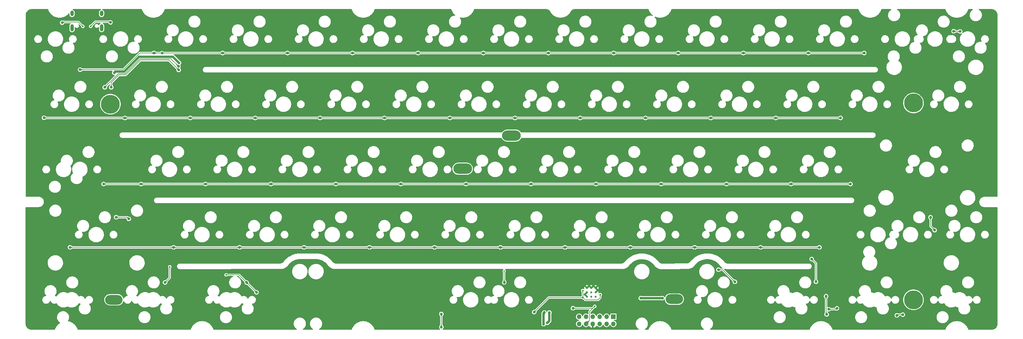
<source format=gbr>
%TF.GenerationSoftware,KiCad,Pcbnew,(6.0.6)*%
%TF.CreationDate,2023-05-08T18:28:50+05:30*%
%TF.ProjectId,new_stuff,6e65775f-7374-4756-9666-2e6b69636164,rev?*%
%TF.SameCoordinates,Original*%
%TF.FileFunction,Copper,L1,Top*%
%TF.FilePolarity,Positive*%
%FSLAX46Y46*%
G04 Gerber Fmt 4.6, Leading zero omitted, Abs format (unit mm)*
G04 Created by KiCad (PCBNEW (6.0.6)) date 2023-05-08 18:28:50*
%MOMM*%
%LPD*%
G01*
G04 APERTURE LIST*
%TA.AperFunction,ComponentPad*%
%ADD10O,5.100000X2.800000*%
%TD*%
%TA.AperFunction,ComponentPad*%
%ADD11C,5.500000*%
%TD*%
%TA.AperFunction,ComponentPad*%
%ADD12R,1.350000X1.350000*%
%TD*%
%TA.AperFunction,ComponentPad*%
%ADD13O,1.350000X1.350000*%
%TD*%
%TA.AperFunction,ComponentPad*%
%ADD14O,5.500000X3.000000*%
%TD*%
%TA.AperFunction,ComponentPad*%
%ADD15O,1.000000X2.100000*%
%TD*%
%TA.AperFunction,ComponentPad*%
%ADD16O,1.000000X1.600000*%
%TD*%
%TA.AperFunction,ComponentPad*%
%ADD17C,0.600000*%
%TD*%
%TA.AperFunction,ViaPad*%
%ADD18C,0.800000*%
%TD*%
%TA.AperFunction,ViaPad*%
%ADD19C,0.500000*%
%TD*%
%TA.AperFunction,ViaPad*%
%ADD20C,0.400000*%
%TD*%
%TA.AperFunction,Conductor*%
%ADD21C,0.150000*%
%TD*%
%TA.AperFunction,Conductor*%
%ADD22C,0.200000*%
%TD*%
%TA.AperFunction,Conductor*%
%ADD23C,0.700000*%
%TD*%
G04 APERTURE END LIST*
D10*
%TO.P,S8,1,Pin_1*%
%TO.N,N/C*%
X26090000Y-85190072D03*
%TD*%
D11*
%TO.P,S2,1,Pin_1*%
%TO.N,N/C*%
X259890000Y-27692050D03*
%TD*%
D12*
%TO.P,J3,1,Pin_1*%
%TO.N,1*%
X172140000Y-90138600D03*
D13*
%TO.P,J3,2,Pin_2*%
%TO.N,2*%
X170140000Y-90138600D03*
%TO.P,J3,3,Pin_3*%
%TO.N,3*%
X168140000Y-90138600D03*
%TO.P,J3,4,Pin_4*%
%TO.N,4*%
X166140000Y-90138600D03*
%TO.P,J3,5,Pin_5*%
%TO.N,5*%
X164140000Y-90138600D03*
%TO.P,J3,6,Pin_6*%
%TO.N,6*%
X162140000Y-90138600D03*
%TO.P,J3,7,Pin_7*%
%TO.N,7*%
X172140000Y-92221400D03*
%TO.P,J3,8,Pin_8*%
%TO.N,8*%
X170140000Y-92221400D03*
%TO.P,J3,9,Pin_9*%
%TO.N,9*%
X168140000Y-92221400D03*
%TO.P,J3,10,Pin_10*%
%TO.N,GND*%
X166140000Y-92221400D03*
%TO.P,J3,11,Pin_11*%
%TO.N,+3V3*%
X164140000Y-92221400D03*
%TO.P,J3,12,Pin_12*%
%TO.N,VBUS*%
X162140000Y-92221400D03*
%TD*%
D11*
%TO.P,,1,Pin_1*%
%TO.N,N/C*%
X259895000Y-85190072D03*
%TD*%
%TO.P,S1,1,Pin_1*%
%TO.N,N/C*%
X25065000Y-28040024D03*
%TD*%
D14*
%TO.P,S7,1,Pin_1*%
%TO.N,N/C*%
X142340000Y-37215000D03*
%TD*%
%TO.P,S3,1,Pin_1*%
%TO.N,N/C*%
X128052608Y-46890040D03*
%TD*%
D10*
%TO.P,S6,1,Pin_1*%
%TO.N,N/C*%
X189965160Y-84990000D03*
%TD*%
D15*
%TO.P,J2,S1,SHIELD*%
%TO.N,unconnected-(J2-PadS1)*%
X22490000Y-5700000D03*
D16*
X22490000Y-1520000D03*
D15*
X13850000Y-5700000D03*
D16*
X13850000Y-1520000D03*
%TD*%
D17*
%TO.P,U4,57,GND*%
%TO.N,GND*%
X165690000Y-82990000D03*
X164415000Y-82990000D03*
X165690000Y-84265000D03*
X166965000Y-81715000D03*
X165690000Y-81715000D03*
X166965000Y-82990000D03*
X164415000Y-81715000D03*
X164415000Y-84265000D03*
X166965000Y-84265000D03*
%TD*%
D18*
%TO.N,GND*%
X115460000Y-93488502D03*
X170150000Y-23760000D03*
X74690000Y-23950000D03*
X147470000Y-88810000D03*
X158790000Y-88815000D03*
X60870000Y-43130000D03*
X65160000Y-91380000D03*
X10960000Y-81060000D03*
X132120000Y-23760000D03*
X155800000Y-88815000D03*
X265710000Y-16430000D03*
X115900000Y-79190000D03*
X150440000Y-88820000D03*
X20290000Y-61820000D03*
X41680000Y-42920000D03*
X176400000Y-81720000D03*
X24090000Y-19360000D03*
X218090000Y-4740000D03*
X12690000Y-23860000D03*
X180685000Y-82845000D03*
X79850000Y-42890000D03*
X113240000Y-23950000D03*
X15400000Y-42640000D03*
X160140000Y-92080000D03*
X144030000Y-91540000D03*
X157325000Y-88815000D03*
X10940000Y-5930000D03*
X227430000Y-23880000D03*
X136760000Y-42820000D03*
X151130000Y-23880000D03*
X184450000Y-62020000D03*
X216190000Y-80730000D03*
X141340000Y-4620000D03*
X36730000Y-23940000D03*
X160540000Y-4740000D03*
X169580000Y-77160000D03*
X51170000Y-61960000D03*
X179750000Y-4930000D03*
X246570000Y-23760000D03*
X109670000Y-86440000D03*
X70310000Y-62090000D03*
X174960000Y-84150000D03*
X194050000Y-42890000D03*
X183190000Y-86580000D03*
X148960000Y-87265000D03*
X231940000Y-42820000D03*
X112930000Y-86330000D03*
X127350000Y-61830000D03*
X89260000Y-62020000D03*
X200890000Y-82100000D03*
X157520000Y-81810000D03*
X199380000Y-88770000D03*
X108150000Y-61960000D03*
X237030000Y-4740000D03*
X282220000Y-25720000D03*
X213060000Y-42760000D03*
X165560000Y-61830000D03*
X157600000Y-83590000D03*
X208230000Y-24010000D03*
X46580000Y-5090000D03*
X224680000Y-90910000D03*
X55810000Y-23970000D03*
X117750000Y-42820000D03*
X114380000Y-89010000D03*
X175910000Y-88760000D03*
X174970000Y-42820000D03*
X189470000Y-23820000D03*
X146480000Y-61960000D03*
X282050000Y-3200000D03*
X48580000Y-81470000D03*
X39700000Y-67810000D03*
X34530000Y-81060000D03*
X10750000Y-13960000D03*
X38790000Y-90800000D03*
X93720000Y-23950000D03*
X154170000Y-83740000D03*
X198760000Y-4930000D03*
X16210000Y-8490000D03*
X222340000Y-61710000D03*
X159360000Y-79400000D03*
X155710000Y-42760000D03*
X154470000Y-81850000D03*
X98730000Y-43010000D03*
X24810000Y-89560000D03*
X203520000Y-61900000D03*
%TO.N,ROW0*%
X153130000Y-13080000D03*
X57880000Y-13080000D03*
X210160000Y-13080000D03*
X95870000Y-13080000D03*
X37820000Y-13080000D03*
X229160000Y-13080000D03*
X16190000Y-17940000D03*
X76840000Y-13080000D03*
X245490000Y-13080000D03*
X115030000Y-13080000D03*
X172240000Y-13080000D03*
X40160000Y-13120000D03*
X134120000Y-13080000D03*
X191100000Y-13080000D03*
%TO.N,Net-(D15-Pad2)*%
X271620000Y-6710000D03*
X273550000Y-6760000D03*
%TO.N,ROW1*%
X5640000Y-32000000D03*
X86380000Y-32060000D03*
X238570000Y-32060000D03*
X200620000Y-32060000D03*
X219610000Y-32060000D03*
X143360000Y-32060000D03*
X48420000Y-32060000D03*
X162450000Y-32060000D03*
X181540000Y-32060000D03*
X67410000Y-32060000D03*
X29300000Y-32060000D03*
X124320000Y-32060000D03*
X105200000Y-32060000D03*
%TO.N,ROW2*%
X241470000Y-51370000D03*
X224070000Y-51370000D03*
X186120000Y-51370000D03*
X109980000Y-51370000D03*
X148050000Y-51370000D03*
X129060000Y-51370000D03*
X34060000Y-51370000D03*
X72010000Y-51370000D03*
X23060000Y-51370000D03*
X167060000Y-51370000D03*
X52870000Y-51370000D03*
X205220000Y-51370000D03*
X90990000Y-51370000D03*
%TO.N,ROW3*%
X100840000Y-69870000D03*
X232410000Y-69870000D03*
X139110000Y-69870000D03*
X119840000Y-69870000D03*
X157990000Y-69870000D03*
X43540000Y-69870000D03*
X81670000Y-69870000D03*
X177100000Y-69870000D03*
X195890000Y-69870000D03*
X62820000Y-69870000D03*
X215170000Y-69870000D03*
X13250000Y-69870000D03*
%TO.N,ROW4*%
X255010000Y-89760000D03*
X235070000Y-87960000D03*
X121850000Y-93189001D03*
X121840000Y-89340000D03*
X256770000Y-89550000D03*
X237520000Y-87680000D03*
%TO.N,COL0*%
X30450000Y-61550000D03*
X26748250Y-61070000D03*
D19*
%TO.N,COL1*%
X42430000Y-75540000D03*
D18*
X41047875Y-80132125D03*
%TO.N,COL2*%
X64920000Y-80160000D03*
D19*
X58880000Y-77900000D03*
D18*
X67780000Y-83020000D03*
D20*
%TO.N,COL6*%
X140215000Y-76775000D03*
D18*
X140240000Y-80120000D03*
%TO.N,COL10*%
X202850000Y-76400000D03*
X207680000Y-79950000D03*
%TO.N,COL11*%
X234510000Y-89470000D03*
X234330000Y-84140000D03*
X231370000Y-79910000D03*
X230130000Y-73280000D03*
%TO.N,COL12*%
X264873250Y-61070000D03*
X266070000Y-64850000D03*
%TO.N,+3V3*%
X160300000Y-87660000D03*
D19*
X166690000Y-87100000D03*
D18*
%TO.N,+1V1*%
X148980000Y-88795000D03*
D19*
X163220000Y-84530000D03*
X163180000Y-82480000D03*
X168280000Y-83670000D03*
%TO.N,Net-(J2-PadA5)*%
X17030000Y-5300000D03*
D18*
X10957500Y-4227500D03*
D19*
%TO.N,Net-(J2-PadB5)*%
X19290000Y-5300000D03*
D18*
X25100000Y-4135000D03*
%TO.N,Data+*%
X25310000Y-23107500D03*
X45030000Y-18040000D03*
X151960000Y-88895000D03*
X151730000Y-92300000D03*
%TO.N,Data-*%
X153420000Y-88915000D03*
X23410000Y-23107500D03*
X152840000Y-91900000D03*
X44990000Y-17010000D03*
%TO.N,/RESET*%
X186470000Y-84700000D03*
X180140000Y-84720000D03*
%TO.N,Net-(J2-PadA4)*%
X45115000Y-15945000D03*
X26195000Y-18845000D03*
%TD*%
D21*
%TO.N,ROW0*%
X115030000Y-13080000D02*
X134120000Y-13080000D01*
X153130000Y-13080000D02*
X172240000Y-13080000D01*
X37820000Y-13080000D02*
X57880000Y-13080000D01*
X95870000Y-13080000D02*
X115030000Y-13080000D01*
X57880000Y-13080000D02*
X76840000Y-13080000D01*
X16190000Y-17940000D02*
X28840000Y-17940000D01*
X33700000Y-13080000D02*
X37820000Y-13080000D01*
X210160000Y-13080000D02*
X229160000Y-13080000D01*
X191100000Y-13080000D02*
X210160000Y-13080000D01*
X134120000Y-13080000D02*
X153130000Y-13080000D01*
X229160000Y-13080000D02*
X245490000Y-13080000D01*
X28840000Y-17940000D02*
X33700000Y-13080000D01*
X76840000Y-13080000D02*
X95870000Y-13080000D01*
X172240000Y-13080000D02*
X191100000Y-13080000D01*
%TO.N,Net-(D15-Pad2)*%
X273500000Y-6710000D02*
X273550000Y-6760000D01*
X271620000Y-6710000D02*
X273500000Y-6710000D01*
%TO.N,ROW1*%
X29300000Y-32060000D02*
X48420000Y-32060000D01*
X67410000Y-32060000D02*
X86380000Y-32060000D01*
X124320000Y-32060000D02*
X143360000Y-32060000D01*
X200620000Y-32060000D02*
X219610000Y-32060000D01*
X86380000Y-32060000D02*
X105200000Y-32060000D01*
X5700000Y-32060000D02*
X5640000Y-32000000D01*
X29300000Y-32060000D02*
X5700000Y-32060000D01*
X48420000Y-32060000D02*
X67410000Y-32060000D01*
X219610000Y-32060000D02*
X238570000Y-32060000D01*
X162450000Y-32060000D02*
X181540000Y-32060000D01*
X181540000Y-32060000D02*
X200620000Y-32060000D01*
X105200000Y-32060000D02*
X124320000Y-32060000D01*
X143360000Y-32060000D02*
X162450000Y-32060000D01*
%TO.N,ROW2*%
X90990000Y-51370000D02*
X109980000Y-51370000D01*
X224070000Y-51370000D02*
X241470000Y-51370000D01*
X205220000Y-51370000D02*
X224070000Y-51370000D01*
X148050000Y-51370000D02*
X167060000Y-51370000D01*
X34060000Y-51370000D02*
X23060000Y-51370000D01*
X186120000Y-51370000D02*
X205220000Y-51370000D01*
X72010000Y-51370000D02*
X90990000Y-51370000D01*
X52870000Y-51370000D02*
X72010000Y-51370000D01*
X167060000Y-51370000D02*
X186120000Y-51370000D01*
X34060000Y-51370000D02*
X52870000Y-51370000D01*
X129060000Y-51370000D02*
X148050000Y-51370000D01*
X109980000Y-51370000D02*
X129060000Y-51370000D01*
%TO.N,ROW3*%
X195890000Y-69870000D02*
X215170000Y-69870000D01*
X157990000Y-69870000D02*
X177100000Y-69870000D01*
X215170000Y-69870000D02*
X232410000Y-69870000D01*
X13250000Y-69870000D02*
X13100000Y-69870000D01*
X100840000Y-69870000D02*
X119840000Y-69870000D01*
X43540000Y-69870000D02*
X62820000Y-69870000D01*
X177100000Y-69870000D02*
X195890000Y-69870000D01*
X43540000Y-69870000D02*
X13250000Y-69870000D01*
X119840000Y-69870000D02*
X139110000Y-69870000D01*
X139110000Y-69870000D02*
X157990000Y-69870000D01*
X81670000Y-69870000D02*
X100840000Y-69870000D01*
X62820000Y-69870000D02*
X81670000Y-69870000D01*
%TO.N,ROW4*%
X121810000Y-89370000D02*
X121810000Y-93149001D01*
X255220000Y-89550000D02*
X255010000Y-89760000D01*
X256770000Y-89550000D02*
X255220000Y-89550000D01*
X121810000Y-93149001D02*
X121850000Y-93189001D01*
X237520000Y-87680000D02*
X237240000Y-87960000D01*
X237240000Y-87960000D02*
X235070000Y-87960000D01*
X121840000Y-89340000D02*
X121810000Y-89370000D01*
%TO.N,COL0*%
X26748250Y-61070000D02*
X29970000Y-61070000D01*
X29970000Y-61070000D02*
X30450000Y-61550000D01*
%TO.N,COL1*%
X42430000Y-78750000D02*
X41047875Y-80132125D01*
X42430000Y-75540000D02*
X42430000Y-78750000D01*
%TO.N,COL2*%
X58880000Y-77900000D02*
X62660000Y-77900000D01*
X62660000Y-77900000D02*
X64920000Y-80160000D01*
X64920000Y-80160000D02*
X67780000Y-83020000D01*
%TO.N,COL6*%
X140215000Y-76775000D02*
X140215000Y-80095000D01*
X140215000Y-80095000D02*
X140240000Y-80120000D01*
%TO.N,COL10*%
X204130000Y-76400000D02*
X207680000Y-79950000D01*
X202850000Y-76400000D02*
X204130000Y-76400000D01*
%TO.N,COL11*%
X234330000Y-89290000D02*
X234330000Y-84140000D01*
X234510000Y-89470000D02*
X234330000Y-89290000D01*
X231370000Y-74520000D02*
X231370000Y-79910000D01*
X230130000Y-73280000D02*
X231370000Y-74520000D01*
%TO.N,COL12*%
X264873250Y-63653250D02*
X266070000Y-64850000D01*
X264873250Y-61070000D02*
X264873250Y-63653250D01*
%TO.N,+3V3*%
X166690000Y-87100000D02*
X165140000Y-88650000D01*
X160300000Y-87660000D02*
X166130000Y-87660000D01*
X165140000Y-88650000D02*
X165140000Y-91221400D01*
X166130000Y-87660000D02*
X166690000Y-87100000D01*
X165140000Y-91221400D02*
X164140000Y-92221400D01*
%TO.N,+1V1*%
X163220000Y-84530000D02*
X153245000Y-84530000D01*
X168280000Y-84600000D02*
X168280000Y-83670000D01*
X153245000Y-84530000D02*
X148980000Y-88795000D01*
X163180000Y-84490000D02*
X163220000Y-84530000D01*
X163180000Y-82480000D02*
X163180000Y-84490000D01*
X163220000Y-84530000D02*
X163950000Y-85260000D01*
X163950000Y-85260000D02*
X167620000Y-85260000D01*
X167620000Y-85260000D02*
X168280000Y-84600000D01*
%TO.N,Net-(J2-PadA5)*%
X11800000Y-4000000D02*
X11185000Y-4000000D01*
X11800000Y-4000000D02*
X10980000Y-4000000D01*
X11185000Y-4000000D02*
X10957500Y-4227500D01*
X15730000Y-4000000D02*
X11800000Y-4000000D01*
X17030000Y-5300000D02*
X15730000Y-4000000D01*
%TO.N,Net-(J2-PadB5)*%
X24380000Y-3940000D02*
X25170000Y-3940000D01*
X24905000Y-3940000D02*
X25100000Y-4135000D01*
X24380000Y-3940000D02*
X24905000Y-3940000D01*
X20650000Y-3940000D02*
X19290000Y-5300000D01*
X24380000Y-3940000D02*
X20650000Y-3940000D01*
D22*
%TO.N,Data+*%
X25310000Y-21710000D02*
X27550000Y-19470000D01*
X29490000Y-19470000D02*
X33810000Y-15150000D01*
X27550000Y-19470000D02*
X29490000Y-19470000D01*
D23*
X151960000Y-88895000D02*
X151730000Y-89125000D01*
D22*
X25310000Y-23107500D02*
X25310000Y-21710000D01*
X42140000Y-15150000D02*
X45030000Y-18040000D01*
D23*
X151730000Y-89125000D02*
X151730000Y-92300000D01*
D22*
X33810000Y-15150000D02*
X42140000Y-15150000D01*
%TO.N,Data-*%
X42780000Y-14800000D02*
X44990000Y-17010000D01*
X29340000Y-19120000D02*
X33660000Y-14800000D01*
X23410000Y-23107500D02*
X27397500Y-19120000D01*
D23*
X153420000Y-88915000D02*
X153420000Y-91320000D01*
D22*
X27397500Y-19120000D02*
X29340000Y-19120000D01*
D23*
X153420000Y-91320000D02*
X152840000Y-91900000D01*
D22*
X33660000Y-14800000D02*
X42780000Y-14800000D01*
D23*
%TO.N,/RESET*%
X186450000Y-84720000D02*
X186470000Y-84700000D01*
X180140000Y-84720000D02*
X186450000Y-84720000D01*
%TO.N,Net-(J2-PadA4)*%
X29090000Y-18520000D02*
X33410000Y-14200000D01*
X43370000Y-14200000D02*
X44120000Y-14950000D01*
X26195000Y-18845000D02*
X26520000Y-18520000D01*
X33410000Y-14200000D02*
X43370000Y-14200000D01*
X45115000Y-15945000D02*
X45130000Y-15960000D01*
X26520000Y-18520000D02*
X29090000Y-18520000D01*
X44120000Y-14950000D02*
X45115000Y-15945000D01*
%TD*%
%TA.AperFunction,Conductor*%
%TO.N,ROW2*%
G36*
X91171869Y-51014057D02*
G01*
X91237063Y-51049256D01*
X91237882Y-51049744D01*
X91277676Y-51075744D01*
X91298317Y-51089231D01*
X91298915Y-51089650D01*
X91351162Y-51128648D01*
X91351403Y-51128832D01*
X91398973Y-51166294D01*
X91399001Y-51166315D01*
X91399022Y-51166332D01*
X91399051Y-51166353D01*
X91399080Y-51166376D01*
X91445184Y-51200984D01*
X91445367Y-51201121D01*
X91445546Y-51201235D01*
X91445556Y-51201242D01*
X91493564Y-51231835D01*
X91493856Y-51232021D01*
X91494165Y-51232169D01*
X91494167Y-51232170D01*
X91547649Y-51257764D01*
X91547653Y-51257766D01*
X91548028Y-51257945D01*
X91611418Y-51277807D01*
X91611812Y-51277873D01*
X91611813Y-51277873D01*
X91687225Y-51290464D01*
X91687232Y-51290465D01*
X91687563Y-51290520D01*
X91687900Y-51290536D01*
X91687906Y-51290537D01*
X91727886Y-51292474D01*
X91768867Y-51294460D01*
X91776964Y-51298283D01*
X91780000Y-51306146D01*
X91780000Y-51433853D01*
X91776573Y-51442126D01*
X91768866Y-51445539D01*
X91687906Y-51449462D01*
X91687900Y-51449463D01*
X91687563Y-51449479D01*
X91687232Y-51449534D01*
X91687225Y-51449535D01*
X91611813Y-51462126D01*
X91611418Y-51462192D01*
X91548028Y-51482054D01*
X91547653Y-51482233D01*
X91547649Y-51482235D01*
X91494167Y-51507829D01*
X91493856Y-51507978D01*
X91493565Y-51508163D01*
X91493564Y-51508164D01*
X91445556Y-51538757D01*
X91445546Y-51538764D01*
X91445367Y-51538878D01*
X91445190Y-51539011D01*
X91445184Y-51539015D01*
X91399080Y-51573623D01*
X91399051Y-51573646D01*
X91399022Y-51573667D01*
X91399001Y-51573684D01*
X91398973Y-51573705D01*
X91351403Y-51611167D01*
X91351162Y-51611351D01*
X91298915Y-51650349D01*
X91298317Y-51650768D01*
X91237882Y-51690255D01*
X91237063Y-51690743D01*
X91171869Y-51725943D01*
X91162961Y-51726858D01*
X91158200Y-51724081D01*
X91123019Y-51690249D01*
X90790000Y-51370000D01*
X90990000Y-51177669D01*
X91158200Y-51015919D01*
X91166539Y-51012654D01*
X91171869Y-51014057D01*
G37*
%TD.AperFunction*%
%TD*%
%TA.AperFunction,Conductor*%
%TO.N,/RESET*%
G36*
X180320919Y-84361994D02*
G01*
X180336301Y-84366666D01*
X180336303Y-84366666D01*
X180336746Y-84366801D01*
X180337202Y-84366863D01*
X180337206Y-84366864D01*
X180369897Y-84371318D01*
X180369909Y-84371319D01*
X180370106Y-84371346D01*
X180413586Y-84373995D01*
X180413699Y-84373997D01*
X180413713Y-84373998D01*
X180434940Y-84374448D01*
X180466336Y-84375114D01*
X180466392Y-84375114D01*
X180492288Y-84375093D01*
X180527509Y-84375064D01*
X180596255Y-84374209D01*
X180671726Y-84372912D01*
X180671729Y-84372912D01*
X180753023Y-84371537D01*
X180753073Y-84371536D01*
X180839375Y-84370445D01*
X180839466Y-84370444D01*
X180918243Y-84370058D01*
X180926533Y-84373444D01*
X180930000Y-84381758D01*
X180930000Y-85058242D01*
X180926573Y-85066515D01*
X180918243Y-85069942D01*
X180839466Y-85069555D01*
X180839375Y-85069554D01*
X180753073Y-85068463D01*
X180753023Y-85068462D01*
X180671729Y-85067087D01*
X180671726Y-85067087D01*
X180596255Y-85065790D01*
X180527509Y-85064935D01*
X180492288Y-85064906D01*
X180466392Y-85064885D01*
X180466336Y-85064885D01*
X180434940Y-85065551D01*
X180413713Y-85066001D01*
X180413699Y-85066002D01*
X180413586Y-85066004D01*
X180370106Y-85068653D01*
X180369909Y-85068680D01*
X180369897Y-85068681D01*
X180348840Y-85071550D01*
X180336746Y-85073198D01*
X180320919Y-85078006D01*
X180312008Y-85077132D01*
X180309409Y-85075244D01*
X180307282Y-85073198D01*
X179948769Y-84728433D01*
X179945181Y-84720229D01*
X179948769Y-84711567D01*
X180299579Y-84374209D01*
X180309410Y-84364756D01*
X180317748Y-84361491D01*
X180320919Y-84361994D01*
G37*
%TD.AperFunction*%
%TD*%
%TA.AperFunction,Conductor*%
%TO.N,COL2*%
G36*
X65289309Y-80028563D02*
G01*
X65297513Y-80032151D01*
X65300290Y-80036912D01*
X65321495Y-80107890D01*
X65321736Y-80108838D01*
X65336544Y-80179469D01*
X65336672Y-80180189D01*
X65346045Y-80244743D01*
X65346079Y-80245004D01*
X65353236Y-80305207D01*
X65361407Y-80362577D01*
X65361455Y-80362792D01*
X65361457Y-80362805D01*
X65369004Y-80396866D01*
X65373845Y-80418714D01*
X65393819Y-80475350D01*
X65424598Y-80534217D01*
X65424825Y-80534534D01*
X65424828Y-80534540D01*
X65424899Y-80534639D01*
X65469450Y-80597050D01*
X65469676Y-80597299D01*
X65524155Y-80657326D01*
X65527177Y-80665755D01*
X65523764Y-80673462D01*
X65433462Y-80763764D01*
X65425189Y-80767191D01*
X65417326Y-80764155D01*
X65357299Y-80709676D01*
X65357050Y-80709450D01*
X65306635Y-80673462D01*
X65294540Y-80664828D01*
X65294534Y-80664825D01*
X65294217Y-80664598D01*
X65235350Y-80633819D01*
X65197241Y-80620379D01*
X65179052Y-80613964D01*
X65179049Y-80613963D01*
X65178714Y-80613845D01*
X65156866Y-80609004D01*
X65122805Y-80601457D01*
X65122792Y-80601455D01*
X65122577Y-80601407D01*
X65090076Y-80596778D01*
X65065271Y-80593245D01*
X65065264Y-80593244D01*
X65065207Y-80593236D01*
X65005004Y-80586079D01*
X65004772Y-80586049D01*
X64940179Y-80576670D01*
X64939479Y-80576546D01*
X64907304Y-80569801D01*
X64868838Y-80561736D01*
X64867890Y-80561495D01*
X64796912Y-80540290D01*
X64789966Y-80534639D01*
X64788563Y-80529309D01*
X64778579Y-80018579D01*
X65289309Y-80028563D01*
G37*
%TD.AperFunction*%
%TD*%
%TA.AperFunction,Conductor*%
%TO.N,ROW3*%
G36*
X138941800Y-69515919D02*
G01*
X139310000Y-69870000D01*
X139110000Y-70062331D01*
X139108408Y-70063862D01*
X138941800Y-70224081D01*
X138933461Y-70227346D01*
X138928131Y-70225943D01*
X138924682Y-70224081D01*
X138862936Y-70190743D01*
X138862117Y-70190255D01*
X138801682Y-70150768D01*
X138801084Y-70150349D01*
X138748837Y-70111351D01*
X138748596Y-70111167D01*
X138701026Y-70073705D01*
X138700998Y-70073684D01*
X138700977Y-70073667D01*
X138700948Y-70073646D01*
X138700919Y-70073623D01*
X138654815Y-70039015D01*
X138654809Y-70039011D01*
X138654632Y-70038878D01*
X138654453Y-70038764D01*
X138654443Y-70038757D01*
X138606435Y-70008164D01*
X138606434Y-70008163D01*
X138606143Y-70007978D01*
X138605832Y-70007829D01*
X138552350Y-69982235D01*
X138552346Y-69982233D01*
X138551971Y-69982054D01*
X138488581Y-69962192D01*
X138488186Y-69962126D01*
X138412774Y-69949535D01*
X138412767Y-69949534D01*
X138412436Y-69949479D01*
X138412099Y-69949463D01*
X138412093Y-69949462D01*
X138331134Y-69945539D01*
X138323036Y-69941716D01*
X138320000Y-69933853D01*
X138320000Y-69806146D01*
X138323427Y-69797873D01*
X138331133Y-69794460D01*
X138371815Y-69792489D01*
X138412093Y-69790537D01*
X138412099Y-69790536D01*
X138412436Y-69790520D01*
X138412767Y-69790465D01*
X138412774Y-69790464D01*
X138488186Y-69777873D01*
X138488187Y-69777873D01*
X138488581Y-69777807D01*
X138551971Y-69757945D01*
X138552346Y-69757766D01*
X138552350Y-69757764D01*
X138605832Y-69732170D01*
X138605834Y-69732169D01*
X138606143Y-69732021D01*
X138606435Y-69731835D01*
X138654443Y-69701242D01*
X138654453Y-69701235D01*
X138654632Y-69701121D01*
X138654815Y-69700984D01*
X138700919Y-69666376D01*
X138700948Y-69666353D01*
X138700977Y-69666332D01*
X138700998Y-69666315D01*
X138701026Y-69666294D01*
X138748596Y-69628832D01*
X138748837Y-69628648D01*
X138801084Y-69589650D01*
X138801682Y-69589231D01*
X138822323Y-69575744D01*
X138862116Y-69549744D01*
X138862948Y-69549250D01*
X138928132Y-69514057D01*
X138937039Y-69513142D01*
X138941800Y-69515919D01*
G37*
%TD.AperFunction*%
%TD*%
%TA.AperFunction,Conductor*%
%TO.N,Data-*%
G36*
X44510355Y-16388263D02*
G01*
X44569463Y-16442566D01*
X44569703Y-16442745D01*
X44569709Y-16442750D01*
X44630665Y-16488216D01*
X44630960Y-16488436D01*
X44688334Y-16521231D01*
X44688681Y-16521374D01*
X44688685Y-16521376D01*
X44734113Y-16540097D01*
X44743333Y-16543897D01*
X44743643Y-16543985D01*
X44743648Y-16543987D01*
X44797482Y-16559317D01*
X44797487Y-16559318D01*
X44797704Y-16559380D01*
X44853193Y-16570625D01*
X44853299Y-16570643D01*
X44853304Y-16570644D01*
X44911446Y-16580562D01*
X44911600Y-16580589D01*
X44974231Y-16592136D01*
X44974773Y-16592249D01*
X45043469Y-16608312D01*
X45044217Y-16608514D01*
X45102141Y-16626285D01*
X45113170Y-16629669D01*
X45120074Y-16635371D01*
X45121436Y-16640623D01*
X45123841Y-16763648D01*
X45131183Y-17139256D01*
X45127918Y-17147595D01*
X45119256Y-17151183D01*
X44959492Y-17148060D01*
X44620624Y-17141436D01*
X44612421Y-17137848D01*
X44609669Y-17133170D01*
X44588517Y-17064227D01*
X44588309Y-17063459D01*
X44572249Y-16994774D01*
X44572136Y-16994231D01*
X44560589Y-16931600D01*
X44560562Y-16931446D01*
X44550644Y-16873304D01*
X44550643Y-16873299D01*
X44550625Y-16873193D01*
X44539380Y-16817704D01*
X44523897Y-16763333D01*
X44501231Y-16708334D01*
X44468436Y-16650960D01*
X44452555Y-16629669D01*
X44422750Y-16589709D01*
X44422745Y-16589703D01*
X44422566Y-16589463D01*
X44368263Y-16530355D01*
X44365189Y-16521945D01*
X44368606Y-16514167D01*
X44494167Y-16388606D01*
X44502440Y-16385179D01*
X44510355Y-16388263D01*
G37*
%TD.AperFunction*%
%TD*%
%TA.AperFunction,Conductor*%
%TO.N,+1V1*%
G36*
X163188433Y-82363769D02*
G01*
X163399160Y-82582899D01*
X163402425Y-82591238D01*
X163401093Y-82596434D01*
X163382370Y-82632190D01*
X163382047Y-82632767D01*
X163360125Y-82669427D01*
X163359900Y-82669787D01*
X163338891Y-82702190D01*
X163338865Y-82702231D01*
X163319204Y-82732281D01*
X163319190Y-82732303D01*
X163319153Y-82732360D01*
X163301313Y-82761936D01*
X163285768Y-82792916D01*
X163272942Y-82827257D01*
X163263256Y-82866913D01*
X163257134Y-82913842D01*
X163257124Y-82914108D01*
X163255428Y-82958744D01*
X163251689Y-82966881D01*
X163243736Y-82970000D01*
X163116264Y-82970000D01*
X163107991Y-82966573D01*
X163104572Y-82958744D01*
X163102875Y-82914108D01*
X163102865Y-82913842D01*
X163096743Y-82866913D01*
X163087057Y-82827257D01*
X163074231Y-82792916D01*
X163058686Y-82761936D01*
X163040846Y-82732360D01*
X163040809Y-82732303D01*
X163040795Y-82732281D01*
X163021134Y-82702231D01*
X163021108Y-82702190D01*
X163000099Y-82669787D01*
X162999874Y-82669427D01*
X162977952Y-82632767D01*
X162977629Y-82632189D01*
X162958908Y-82596436D01*
X162958106Y-82587518D01*
X162960840Y-82582899D01*
X163171567Y-82363769D01*
X163179771Y-82360181D01*
X163188433Y-82363769D01*
G37*
%TD.AperFunction*%
%TD*%
%TA.AperFunction,Conductor*%
%TO.N,ROW4*%
G36*
X237656895Y-87544523D02*
G01*
X237660338Y-87552790D01*
X237659942Y-87555831D01*
X237522354Y-88071182D01*
X237516909Y-88078291D01*
X237510876Y-88079863D01*
X237436532Y-88078743D01*
X237436156Y-88078731D01*
X237365159Y-88075327D01*
X237364835Y-88075306D01*
X237311988Y-88071038D01*
X237302762Y-88070293D01*
X237302452Y-88070264D01*
X237245757Y-88064164D01*
X237245597Y-88064145D01*
X237190957Y-88057500D01*
X237190956Y-88057500D01*
X237190950Y-88057499D01*
X237190939Y-88057498D01*
X237134920Y-88050840D01*
X237074206Y-88044719D01*
X237074169Y-88044716D01*
X237074155Y-88044715D01*
X237005517Y-88039687D01*
X237005494Y-88039686D01*
X237005416Y-88039680D01*
X237005320Y-88039676D01*
X237005286Y-88039674D01*
X236966225Y-88038010D01*
X236925147Y-88036260D01*
X236841545Y-88035153D01*
X236833318Y-88031617D01*
X236830000Y-88023454D01*
X236830000Y-87895912D01*
X236833427Y-87887639D01*
X236840885Y-87884240D01*
X236892941Y-87880605D01*
X236892944Y-87880605D01*
X236893439Y-87880570D01*
X236893921Y-87880451D01*
X236893925Y-87880450D01*
X236944682Y-87867876D01*
X236944681Y-87867876D01*
X236945292Y-87867725D01*
X236945852Y-87867450D01*
X236945855Y-87867449D01*
X236986633Y-87847429D01*
X236987238Y-87847132D01*
X237020957Y-87819460D01*
X237048127Y-87785375D01*
X237070427Y-87745545D01*
X237089537Y-87700637D01*
X237107136Y-87651319D01*
X237124902Y-87598258D01*
X237141782Y-87549946D01*
X237147745Y-87543267D01*
X237152801Y-87542106D01*
X237395850Y-87541619D01*
X237648615Y-87541113D01*
X237656895Y-87544523D01*
G37*
%TD.AperFunction*%
%TD*%
%TA.AperFunction,Conductor*%
%TO.N,ROW1*%
G36*
X143191800Y-31705919D02*
G01*
X143560000Y-32060000D01*
X143360000Y-32252331D01*
X143358408Y-32253862D01*
X143191800Y-32414081D01*
X143183461Y-32417346D01*
X143178131Y-32415943D01*
X143174682Y-32414081D01*
X143112936Y-32380743D01*
X143112117Y-32380255D01*
X143051682Y-32340768D01*
X143051084Y-32340349D01*
X142998837Y-32301351D01*
X142998596Y-32301167D01*
X142951026Y-32263705D01*
X142950998Y-32263684D01*
X142950977Y-32263667D01*
X142950948Y-32263646D01*
X142950919Y-32263623D01*
X142904815Y-32229015D01*
X142904809Y-32229011D01*
X142904632Y-32228878D01*
X142904453Y-32228764D01*
X142904443Y-32228757D01*
X142856435Y-32198164D01*
X142856434Y-32198163D01*
X142856143Y-32197978D01*
X142855832Y-32197829D01*
X142802350Y-32172235D01*
X142802346Y-32172233D01*
X142801971Y-32172054D01*
X142738581Y-32152192D01*
X142738186Y-32152126D01*
X142662774Y-32139535D01*
X142662767Y-32139534D01*
X142662436Y-32139479D01*
X142662099Y-32139463D01*
X142662093Y-32139462D01*
X142581134Y-32135539D01*
X142573036Y-32131716D01*
X142570000Y-32123853D01*
X142570000Y-31996146D01*
X142573427Y-31987873D01*
X142581133Y-31984460D01*
X142621815Y-31982489D01*
X142662093Y-31980537D01*
X142662099Y-31980536D01*
X142662436Y-31980520D01*
X142662767Y-31980465D01*
X142662774Y-31980464D01*
X142738186Y-31967873D01*
X142738187Y-31967873D01*
X142738581Y-31967807D01*
X142801971Y-31947945D01*
X142802346Y-31947766D01*
X142802350Y-31947764D01*
X142855832Y-31922170D01*
X142855834Y-31922169D01*
X142856143Y-31922021D01*
X142856435Y-31921835D01*
X142904443Y-31891242D01*
X142904453Y-31891235D01*
X142904632Y-31891121D01*
X142904815Y-31890984D01*
X142950919Y-31856376D01*
X142950948Y-31856353D01*
X142950977Y-31856332D01*
X142950998Y-31856315D01*
X142951026Y-31856294D01*
X142998596Y-31818832D01*
X142998837Y-31818648D01*
X143051084Y-31779650D01*
X143051682Y-31779231D01*
X143072323Y-31765744D01*
X143112116Y-31739744D01*
X143112948Y-31739250D01*
X143178132Y-31704057D01*
X143187039Y-31703142D01*
X143191800Y-31705919D01*
G37*
%TD.AperFunction*%
%TD*%
%TA.AperFunction,Conductor*%
%TO.N,ROW2*%
G36*
X33891800Y-51015919D02*
G01*
X34260000Y-51370000D01*
X34060000Y-51562331D01*
X34058408Y-51563862D01*
X33891800Y-51724081D01*
X33883461Y-51727346D01*
X33878131Y-51725943D01*
X33874682Y-51724081D01*
X33812936Y-51690743D01*
X33812117Y-51690255D01*
X33751682Y-51650768D01*
X33751084Y-51650349D01*
X33698837Y-51611351D01*
X33698596Y-51611167D01*
X33651026Y-51573705D01*
X33650998Y-51573684D01*
X33650977Y-51573667D01*
X33650948Y-51573646D01*
X33650919Y-51573623D01*
X33604815Y-51539015D01*
X33604809Y-51539011D01*
X33604632Y-51538878D01*
X33604453Y-51538764D01*
X33604443Y-51538757D01*
X33556435Y-51508164D01*
X33556434Y-51508163D01*
X33556143Y-51507978D01*
X33555832Y-51507829D01*
X33502350Y-51482235D01*
X33502346Y-51482233D01*
X33501971Y-51482054D01*
X33438581Y-51462192D01*
X33438186Y-51462126D01*
X33362774Y-51449535D01*
X33362767Y-51449534D01*
X33362436Y-51449479D01*
X33362099Y-51449463D01*
X33362093Y-51449462D01*
X33281134Y-51445539D01*
X33273036Y-51441716D01*
X33270000Y-51433853D01*
X33270000Y-51306146D01*
X33273427Y-51297873D01*
X33281133Y-51294460D01*
X33321815Y-51292489D01*
X33362093Y-51290537D01*
X33362099Y-51290536D01*
X33362436Y-51290520D01*
X33362767Y-51290465D01*
X33362774Y-51290464D01*
X33438186Y-51277873D01*
X33438187Y-51277873D01*
X33438581Y-51277807D01*
X33501971Y-51257945D01*
X33502346Y-51257766D01*
X33502350Y-51257764D01*
X33555832Y-51232170D01*
X33555834Y-51232169D01*
X33556143Y-51232021D01*
X33556435Y-51231835D01*
X33604443Y-51201242D01*
X33604453Y-51201235D01*
X33604632Y-51201121D01*
X33604815Y-51200984D01*
X33650919Y-51166376D01*
X33650948Y-51166353D01*
X33650977Y-51166332D01*
X33650998Y-51166315D01*
X33651026Y-51166294D01*
X33698596Y-51128832D01*
X33698837Y-51128648D01*
X33751084Y-51089650D01*
X33751682Y-51089231D01*
X33772323Y-51075744D01*
X33812116Y-51049744D01*
X33812948Y-51049250D01*
X33878132Y-51014057D01*
X33887039Y-51013142D01*
X33891800Y-51015919D01*
G37*
%TD.AperFunction*%
%TD*%
%TA.AperFunction,Conductor*%
%TO.N,ROW2*%
G36*
X205051800Y-51015919D02*
G01*
X205420000Y-51370000D01*
X205220000Y-51562331D01*
X205218408Y-51563862D01*
X205051800Y-51724081D01*
X205043461Y-51727346D01*
X205038131Y-51725943D01*
X205034682Y-51724081D01*
X204972936Y-51690743D01*
X204972117Y-51690255D01*
X204911682Y-51650768D01*
X204911084Y-51650349D01*
X204858837Y-51611351D01*
X204858596Y-51611167D01*
X204811026Y-51573705D01*
X204810998Y-51573684D01*
X204810977Y-51573667D01*
X204810948Y-51573646D01*
X204810919Y-51573623D01*
X204764815Y-51539015D01*
X204764809Y-51539011D01*
X204764632Y-51538878D01*
X204764453Y-51538764D01*
X204764443Y-51538757D01*
X204716435Y-51508164D01*
X204716434Y-51508163D01*
X204716143Y-51507978D01*
X204715832Y-51507829D01*
X204662350Y-51482235D01*
X204662346Y-51482233D01*
X204661971Y-51482054D01*
X204598581Y-51462192D01*
X204598186Y-51462126D01*
X204522774Y-51449535D01*
X204522767Y-51449534D01*
X204522436Y-51449479D01*
X204522099Y-51449463D01*
X204522093Y-51449462D01*
X204441134Y-51445539D01*
X204433036Y-51441716D01*
X204430000Y-51433853D01*
X204430000Y-51306146D01*
X204433427Y-51297873D01*
X204441133Y-51294460D01*
X204481815Y-51292489D01*
X204522093Y-51290537D01*
X204522099Y-51290536D01*
X204522436Y-51290520D01*
X204522767Y-51290465D01*
X204522774Y-51290464D01*
X204598186Y-51277873D01*
X204598187Y-51277873D01*
X204598581Y-51277807D01*
X204661971Y-51257945D01*
X204662346Y-51257766D01*
X204662350Y-51257764D01*
X204715832Y-51232170D01*
X204715834Y-51232169D01*
X204716143Y-51232021D01*
X204716435Y-51231835D01*
X204764443Y-51201242D01*
X204764453Y-51201235D01*
X204764632Y-51201121D01*
X204764815Y-51200984D01*
X204810919Y-51166376D01*
X204810948Y-51166353D01*
X204810977Y-51166332D01*
X204810998Y-51166315D01*
X204811026Y-51166294D01*
X204858596Y-51128832D01*
X204858837Y-51128648D01*
X204911084Y-51089650D01*
X204911682Y-51089231D01*
X204932323Y-51075744D01*
X204972116Y-51049744D01*
X204972948Y-51049250D01*
X205038132Y-51014057D01*
X205047039Y-51013142D01*
X205051800Y-51015919D01*
G37*
%TD.AperFunction*%
%TD*%
%TA.AperFunction,Conductor*%
%TO.N,ROW1*%
G36*
X200451800Y-31705919D02*
G01*
X200820000Y-32060000D01*
X200620000Y-32252331D01*
X200618408Y-32253862D01*
X200451800Y-32414081D01*
X200443461Y-32417346D01*
X200438131Y-32415943D01*
X200434682Y-32414081D01*
X200372936Y-32380743D01*
X200372117Y-32380255D01*
X200311682Y-32340768D01*
X200311084Y-32340349D01*
X200258837Y-32301351D01*
X200258596Y-32301167D01*
X200211026Y-32263705D01*
X200210998Y-32263684D01*
X200210977Y-32263667D01*
X200210948Y-32263646D01*
X200210919Y-32263623D01*
X200164815Y-32229015D01*
X200164809Y-32229011D01*
X200164632Y-32228878D01*
X200164453Y-32228764D01*
X200164443Y-32228757D01*
X200116435Y-32198164D01*
X200116434Y-32198163D01*
X200116143Y-32197978D01*
X200115832Y-32197829D01*
X200062350Y-32172235D01*
X200062346Y-32172233D01*
X200061971Y-32172054D01*
X199998581Y-32152192D01*
X199998186Y-32152126D01*
X199922774Y-32139535D01*
X199922767Y-32139534D01*
X199922436Y-32139479D01*
X199922099Y-32139463D01*
X199922093Y-32139462D01*
X199841134Y-32135539D01*
X199833036Y-32131716D01*
X199830000Y-32123853D01*
X199830000Y-31996146D01*
X199833427Y-31987873D01*
X199841133Y-31984460D01*
X199881815Y-31982489D01*
X199922093Y-31980537D01*
X199922099Y-31980536D01*
X199922436Y-31980520D01*
X199922767Y-31980465D01*
X199922774Y-31980464D01*
X199998186Y-31967873D01*
X199998187Y-31967873D01*
X199998581Y-31967807D01*
X200061971Y-31947945D01*
X200062346Y-31947766D01*
X200062350Y-31947764D01*
X200115832Y-31922170D01*
X200115834Y-31922169D01*
X200116143Y-31922021D01*
X200116435Y-31921835D01*
X200164443Y-31891242D01*
X200164453Y-31891235D01*
X200164632Y-31891121D01*
X200164815Y-31890984D01*
X200210919Y-31856376D01*
X200210948Y-31856353D01*
X200210977Y-31856332D01*
X200210998Y-31856315D01*
X200211026Y-31856294D01*
X200258596Y-31818832D01*
X200258837Y-31818648D01*
X200311084Y-31779650D01*
X200311682Y-31779231D01*
X200332323Y-31765744D01*
X200372116Y-31739744D01*
X200372948Y-31739250D01*
X200438132Y-31704057D01*
X200447039Y-31703142D01*
X200451800Y-31705919D01*
G37*
%TD.AperFunction*%
%TD*%
%TA.AperFunction,Conductor*%
%TO.N,ROW0*%
G36*
X77021869Y-12724057D02*
G01*
X77087063Y-12759256D01*
X77087882Y-12759744D01*
X77127676Y-12785744D01*
X77148317Y-12799231D01*
X77148915Y-12799650D01*
X77201162Y-12838648D01*
X77201403Y-12838832D01*
X77248973Y-12876294D01*
X77249001Y-12876315D01*
X77249022Y-12876332D01*
X77249051Y-12876353D01*
X77249080Y-12876376D01*
X77295184Y-12910984D01*
X77295367Y-12911121D01*
X77295546Y-12911235D01*
X77295556Y-12911242D01*
X77343564Y-12941835D01*
X77343856Y-12942021D01*
X77344165Y-12942169D01*
X77344167Y-12942170D01*
X77397649Y-12967764D01*
X77397653Y-12967766D01*
X77398028Y-12967945D01*
X77461418Y-12987807D01*
X77461812Y-12987873D01*
X77461813Y-12987873D01*
X77537225Y-13000464D01*
X77537232Y-13000465D01*
X77537563Y-13000520D01*
X77537900Y-13000536D01*
X77537906Y-13000537D01*
X77577886Y-13002474D01*
X77618867Y-13004460D01*
X77626964Y-13008283D01*
X77630000Y-13016146D01*
X77630000Y-13143853D01*
X77626573Y-13152126D01*
X77618866Y-13155539D01*
X77537906Y-13159462D01*
X77537900Y-13159463D01*
X77537563Y-13159479D01*
X77537232Y-13159534D01*
X77537225Y-13159535D01*
X77461813Y-13172126D01*
X77461418Y-13172192D01*
X77398028Y-13192054D01*
X77397653Y-13192233D01*
X77397649Y-13192235D01*
X77344167Y-13217829D01*
X77343856Y-13217978D01*
X77343565Y-13218163D01*
X77343564Y-13218164D01*
X77295556Y-13248757D01*
X77295546Y-13248764D01*
X77295367Y-13248878D01*
X77295190Y-13249011D01*
X77295184Y-13249015D01*
X77249080Y-13283623D01*
X77249051Y-13283646D01*
X77249022Y-13283667D01*
X77249001Y-13283684D01*
X77248973Y-13283705D01*
X77201403Y-13321167D01*
X77201162Y-13321351D01*
X77148915Y-13360349D01*
X77148317Y-13360768D01*
X77087882Y-13400255D01*
X77087063Y-13400743D01*
X77021869Y-13435943D01*
X77012961Y-13436858D01*
X77008200Y-13434081D01*
X76973019Y-13400249D01*
X76640000Y-13080000D01*
X76840000Y-12887669D01*
X77008200Y-12725919D01*
X77016539Y-12722654D01*
X77021869Y-12724057D01*
G37*
%TD.AperFunction*%
%TD*%
%TA.AperFunction,Conductor*%
%TO.N,+1V1*%
G36*
X163345000Y-84530000D02*
G01*
X163137246Y-84729787D01*
X163117169Y-84749095D01*
X163117101Y-84749160D01*
X163108762Y-84752425D01*
X163103565Y-84751092D01*
X163067810Y-84732370D01*
X163067232Y-84732047D01*
X163030572Y-84710125D01*
X163030212Y-84709900D01*
X162997809Y-84688891D01*
X162997768Y-84688865D01*
X162967718Y-84669204D01*
X162967696Y-84669190D01*
X162967639Y-84669153D01*
X162938063Y-84651313D01*
X162907083Y-84635768D01*
X162906789Y-84635658D01*
X162906784Y-84635656D01*
X162873075Y-84623066D01*
X162873069Y-84623064D01*
X162872742Y-84622942D01*
X162833086Y-84613256D01*
X162786157Y-84607134D01*
X162741255Y-84605428D01*
X162733119Y-84601689D01*
X162730000Y-84593736D01*
X162730000Y-84466264D01*
X162733427Y-84457991D01*
X162741256Y-84454572D01*
X162786157Y-84452865D01*
X162833086Y-84446743D01*
X162872742Y-84437057D01*
X162873069Y-84436935D01*
X162873075Y-84436933D01*
X162906784Y-84424343D01*
X162906789Y-84424341D01*
X162907083Y-84424231D01*
X162938063Y-84408686D01*
X162967639Y-84390846D01*
X162967696Y-84390809D01*
X162967718Y-84390795D01*
X162997768Y-84371134D01*
X162997809Y-84371108D01*
X163016126Y-84359232D01*
X163016127Y-84359231D01*
X163030405Y-84349974D01*
X163067506Y-84327788D01*
X163111028Y-84305000D01*
X163345000Y-84530000D01*
G37*
%TD.AperFunction*%
%TD*%
%TA.AperFunction,Conductor*%
%TO.N,ROW0*%
G36*
X133951800Y-12725919D02*
G01*
X134320000Y-13080000D01*
X134120000Y-13272331D01*
X134118408Y-13273862D01*
X133951800Y-13434081D01*
X133943461Y-13437346D01*
X133938131Y-13435943D01*
X133934682Y-13434081D01*
X133872936Y-13400743D01*
X133872117Y-13400255D01*
X133811682Y-13360768D01*
X133811084Y-13360349D01*
X133758837Y-13321351D01*
X133758596Y-13321167D01*
X133711026Y-13283705D01*
X133710998Y-13283684D01*
X133710977Y-13283667D01*
X133710948Y-13283646D01*
X133710919Y-13283623D01*
X133664815Y-13249015D01*
X133664809Y-13249011D01*
X133664632Y-13248878D01*
X133664453Y-13248764D01*
X133664443Y-13248757D01*
X133616435Y-13218164D01*
X133616434Y-13218163D01*
X133616143Y-13217978D01*
X133615832Y-13217829D01*
X133562350Y-13192235D01*
X133562346Y-13192233D01*
X133561971Y-13192054D01*
X133498581Y-13172192D01*
X133498186Y-13172126D01*
X133422774Y-13159535D01*
X133422767Y-13159534D01*
X133422436Y-13159479D01*
X133422099Y-13159463D01*
X133422093Y-13159462D01*
X133341134Y-13155539D01*
X133333036Y-13151716D01*
X133330000Y-13143853D01*
X133330000Y-13016146D01*
X133333427Y-13007873D01*
X133341133Y-13004460D01*
X133381815Y-13002489D01*
X133422093Y-13000537D01*
X133422099Y-13000536D01*
X133422436Y-13000520D01*
X133422767Y-13000465D01*
X133422774Y-13000464D01*
X133498186Y-12987873D01*
X133498187Y-12987873D01*
X133498581Y-12987807D01*
X133561971Y-12967945D01*
X133562346Y-12967766D01*
X133562350Y-12967764D01*
X133615832Y-12942170D01*
X133615834Y-12942169D01*
X133616143Y-12942021D01*
X133616435Y-12941835D01*
X133664443Y-12911242D01*
X133664453Y-12911235D01*
X133664632Y-12911121D01*
X133664815Y-12910984D01*
X133710919Y-12876376D01*
X133710948Y-12876353D01*
X133710977Y-12876332D01*
X133710998Y-12876315D01*
X133711026Y-12876294D01*
X133758596Y-12838832D01*
X133758837Y-12838648D01*
X133811084Y-12799650D01*
X133811682Y-12799231D01*
X133832323Y-12785744D01*
X133872116Y-12759744D01*
X133872948Y-12759250D01*
X133938132Y-12724057D01*
X133947039Y-12723142D01*
X133951800Y-12725919D01*
G37*
%TD.AperFunction*%
%TD*%
%TA.AperFunction,Conductor*%
%TO.N,COL2*%
G36*
X58996435Y-77678908D02*
G01*
X59016228Y-77689271D01*
X59032189Y-77697629D01*
X59032767Y-77697952D01*
X59069427Y-77719874D01*
X59069787Y-77720099D01*
X59102190Y-77741108D01*
X59102231Y-77741134D01*
X59132281Y-77760795D01*
X59132303Y-77760809D01*
X59132360Y-77760846D01*
X59161936Y-77778686D01*
X59192916Y-77794231D01*
X59193210Y-77794341D01*
X59193215Y-77794343D01*
X59226924Y-77806933D01*
X59226930Y-77806935D01*
X59227257Y-77807057D01*
X59266913Y-77816743D01*
X59313842Y-77822865D01*
X59358744Y-77824572D01*
X59366881Y-77828311D01*
X59370000Y-77836264D01*
X59370000Y-77963736D01*
X59366573Y-77972009D01*
X59358745Y-77975428D01*
X59313842Y-77977134D01*
X59266913Y-77983256D01*
X59227257Y-77992942D01*
X59226930Y-77993064D01*
X59226924Y-77993066D01*
X59193215Y-78005656D01*
X59193210Y-78005658D01*
X59192916Y-78005768D01*
X59161936Y-78021313D01*
X59132360Y-78039153D01*
X59132303Y-78039190D01*
X59132281Y-78039204D01*
X59102231Y-78058865D01*
X59102190Y-78058891D01*
X59069787Y-78079900D01*
X59069427Y-78080125D01*
X59032767Y-78102047D01*
X59032199Y-78102365D01*
X58996435Y-78121092D01*
X58987518Y-78121894D01*
X58982899Y-78119160D01*
X58763769Y-77908433D01*
X58760181Y-77900229D01*
X58763769Y-77891567D01*
X58821278Y-77836264D01*
X58982899Y-77680840D01*
X58991238Y-77677575D01*
X58996435Y-77678908D01*
G37*
%TD.AperFunction*%
%TD*%
%TA.AperFunction,Conductor*%
%TO.N,ROW2*%
G36*
X223901800Y-51015919D02*
G01*
X224270000Y-51370000D01*
X224070000Y-51562331D01*
X224068408Y-51563862D01*
X223901800Y-51724081D01*
X223893461Y-51727346D01*
X223888131Y-51725943D01*
X223884682Y-51724081D01*
X223822936Y-51690743D01*
X223822117Y-51690255D01*
X223761682Y-51650768D01*
X223761084Y-51650349D01*
X223708837Y-51611351D01*
X223708596Y-51611167D01*
X223661026Y-51573705D01*
X223660998Y-51573684D01*
X223660977Y-51573667D01*
X223660948Y-51573646D01*
X223660919Y-51573623D01*
X223614815Y-51539015D01*
X223614809Y-51539011D01*
X223614632Y-51538878D01*
X223614453Y-51538764D01*
X223614443Y-51538757D01*
X223566435Y-51508164D01*
X223566434Y-51508163D01*
X223566143Y-51507978D01*
X223565832Y-51507829D01*
X223512350Y-51482235D01*
X223512346Y-51482233D01*
X223511971Y-51482054D01*
X223448581Y-51462192D01*
X223448186Y-51462126D01*
X223372774Y-51449535D01*
X223372767Y-51449534D01*
X223372436Y-51449479D01*
X223372099Y-51449463D01*
X223372093Y-51449462D01*
X223291134Y-51445539D01*
X223283036Y-51441716D01*
X223280000Y-51433853D01*
X223280000Y-51306146D01*
X223283427Y-51297873D01*
X223291133Y-51294460D01*
X223331815Y-51292489D01*
X223372093Y-51290537D01*
X223372099Y-51290536D01*
X223372436Y-51290520D01*
X223372767Y-51290465D01*
X223372774Y-51290464D01*
X223448186Y-51277873D01*
X223448187Y-51277873D01*
X223448581Y-51277807D01*
X223511971Y-51257945D01*
X223512346Y-51257766D01*
X223512350Y-51257764D01*
X223565832Y-51232170D01*
X223565834Y-51232169D01*
X223566143Y-51232021D01*
X223566435Y-51231835D01*
X223614443Y-51201242D01*
X223614453Y-51201235D01*
X223614632Y-51201121D01*
X223614815Y-51200984D01*
X223660919Y-51166376D01*
X223660948Y-51166353D01*
X223660977Y-51166332D01*
X223660998Y-51166315D01*
X223661026Y-51166294D01*
X223708596Y-51128832D01*
X223708837Y-51128648D01*
X223761084Y-51089650D01*
X223761682Y-51089231D01*
X223782323Y-51075744D01*
X223822116Y-51049744D01*
X223822948Y-51049250D01*
X223888132Y-51014057D01*
X223897039Y-51013142D01*
X223901800Y-51015919D01*
G37*
%TD.AperFunction*%
%TD*%
%TA.AperFunction,Conductor*%
%TO.N,ROW3*%
G36*
X120021869Y-69514057D02*
G01*
X120087063Y-69549256D01*
X120087882Y-69549744D01*
X120127676Y-69575744D01*
X120148317Y-69589231D01*
X120148915Y-69589650D01*
X120201162Y-69628648D01*
X120201403Y-69628832D01*
X120248973Y-69666294D01*
X120249001Y-69666315D01*
X120249022Y-69666332D01*
X120249051Y-69666353D01*
X120249080Y-69666376D01*
X120295184Y-69700984D01*
X120295367Y-69701121D01*
X120295546Y-69701235D01*
X120295556Y-69701242D01*
X120343564Y-69731835D01*
X120343856Y-69732021D01*
X120344165Y-69732169D01*
X120344167Y-69732170D01*
X120397649Y-69757764D01*
X120397653Y-69757766D01*
X120398028Y-69757945D01*
X120461418Y-69777807D01*
X120461812Y-69777873D01*
X120461813Y-69777873D01*
X120537225Y-69790464D01*
X120537232Y-69790465D01*
X120537563Y-69790520D01*
X120537900Y-69790536D01*
X120537906Y-69790537D01*
X120577886Y-69792474D01*
X120618867Y-69794460D01*
X120626964Y-69798283D01*
X120630000Y-69806146D01*
X120630000Y-69933853D01*
X120626573Y-69942126D01*
X120618866Y-69945539D01*
X120537906Y-69949462D01*
X120537900Y-69949463D01*
X120537563Y-69949479D01*
X120537232Y-69949534D01*
X120537225Y-69949535D01*
X120461813Y-69962126D01*
X120461418Y-69962192D01*
X120398028Y-69982054D01*
X120397653Y-69982233D01*
X120397649Y-69982235D01*
X120344167Y-70007829D01*
X120343856Y-70007978D01*
X120343565Y-70008163D01*
X120343564Y-70008164D01*
X120295556Y-70038757D01*
X120295546Y-70038764D01*
X120295367Y-70038878D01*
X120295190Y-70039011D01*
X120295184Y-70039015D01*
X120249080Y-70073623D01*
X120249051Y-70073646D01*
X120249022Y-70073667D01*
X120249001Y-70073684D01*
X120248973Y-70073705D01*
X120201403Y-70111167D01*
X120201162Y-70111351D01*
X120148915Y-70150349D01*
X120148317Y-70150768D01*
X120087882Y-70190255D01*
X120087063Y-70190743D01*
X120021869Y-70225943D01*
X120012961Y-70226858D01*
X120008200Y-70224081D01*
X119973019Y-70190249D01*
X119640000Y-69870000D01*
X119840000Y-69677669D01*
X120008200Y-69515919D01*
X120016539Y-69512654D01*
X120021869Y-69514057D01*
G37*
%TD.AperFunction*%
%TD*%
%TA.AperFunction,Conductor*%
%TO.N,ROW3*%
G36*
X81501800Y-69515919D02*
G01*
X81870000Y-69870000D01*
X81670000Y-70062331D01*
X81668408Y-70063862D01*
X81501800Y-70224081D01*
X81493461Y-70227346D01*
X81488131Y-70225943D01*
X81484682Y-70224081D01*
X81422936Y-70190743D01*
X81422117Y-70190255D01*
X81361682Y-70150768D01*
X81361084Y-70150349D01*
X81308837Y-70111351D01*
X81308596Y-70111167D01*
X81261026Y-70073705D01*
X81260998Y-70073684D01*
X81260977Y-70073667D01*
X81260948Y-70073646D01*
X81260919Y-70073623D01*
X81214815Y-70039015D01*
X81214809Y-70039011D01*
X81214632Y-70038878D01*
X81214453Y-70038764D01*
X81214443Y-70038757D01*
X81166435Y-70008164D01*
X81166434Y-70008163D01*
X81166143Y-70007978D01*
X81165832Y-70007829D01*
X81112350Y-69982235D01*
X81112346Y-69982233D01*
X81111971Y-69982054D01*
X81048581Y-69962192D01*
X81048186Y-69962126D01*
X80972774Y-69949535D01*
X80972767Y-69949534D01*
X80972436Y-69949479D01*
X80972099Y-69949463D01*
X80972093Y-69949462D01*
X80891134Y-69945539D01*
X80883036Y-69941716D01*
X80880000Y-69933853D01*
X80880000Y-69806146D01*
X80883427Y-69797873D01*
X80891133Y-69794460D01*
X80931815Y-69792489D01*
X80972093Y-69790537D01*
X80972099Y-69790536D01*
X80972436Y-69790520D01*
X80972767Y-69790465D01*
X80972774Y-69790464D01*
X81048186Y-69777873D01*
X81048187Y-69777873D01*
X81048581Y-69777807D01*
X81111971Y-69757945D01*
X81112346Y-69757766D01*
X81112350Y-69757764D01*
X81165832Y-69732170D01*
X81165834Y-69732169D01*
X81166143Y-69732021D01*
X81166435Y-69731835D01*
X81214443Y-69701242D01*
X81214453Y-69701235D01*
X81214632Y-69701121D01*
X81214815Y-69700984D01*
X81260919Y-69666376D01*
X81260948Y-69666353D01*
X81260977Y-69666332D01*
X81260998Y-69666315D01*
X81261026Y-69666294D01*
X81308596Y-69628832D01*
X81308837Y-69628648D01*
X81361084Y-69589650D01*
X81361682Y-69589231D01*
X81382323Y-69575744D01*
X81422116Y-69549744D01*
X81422948Y-69549250D01*
X81488132Y-69514057D01*
X81497039Y-69513142D01*
X81501800Y-69515919D01*
G37*
%TD.AperFunction*%
%TD*%
%TA.AperFunction,Conductor*%
%TO.N,ROW1*%
G36*
X124151800Y-31705919D02*
G01*
X124520000Y-32060000D01*
X124320000Y-32252331D01*
X124318408Y-32253862D01*
X124151800Y-32414081D01*
X124143461Y-32417346D01*
X124138131Y-32415943D01*
X124134682Y-32414081D01*
X124072936Y-32380743D01*
X124072117Y-32380255D01*
X124011682Y-32340768D01*
X124011084Y-32340349D01*
X123958837Y-32301351D01*
X123958596Y-32301167D01*
X123911026Y-32263705D01*
X123910998Y-32263684D01*
X123910977Y-32263667D01*
X123910948Y-32263646D01*
X123910919Y-32263623D01*
X123864815Y-32229015D01*
X123864809Y-32229011D01*
X123864632Y-32228878D01*
X123864453Y-32228764D01*
X123864443Y-32228757D01*
X123816435Y-32198164D01*
X123816434Y-32198163D01*
X123816143Y-32197978D01*
X123815832Y-32197829D01*
X123762350Y-32172235D01*
X123762346Y-32172233D01*
X123761971Y-32172054D01*
X123698581Y-32152192D01*
X123698186Y-32152126D01*
X123622774Y-32139535D01*
X123622767Y-32139534D01*
X123622436Y-32139479D01*
X123622099Y-32139463D01*
X123622093Y-32139462D01*
X123541134Y-32135539D01*
X123533036Y-32131716D01*
X123530000Y-32123853D01*
X123530000Y-31996146D01*
X123533427Y-31987873D01*
X123541133Y-31984460D01*
X123581815Y-31982489D01*
X123622093Y-31980537D01*
X123622099Y-31980536D01*
X123622436Y-31980520D01*
X123622767Y-31980465D01*
X123622774Y-31980464D01*
X123698186Y-31967873D01*
X123698187Y-31967873D01*
X123698581Y-31967807D01*
X123761971Y-31947945D01*
X123762346Y-31947766D01*
X123762350Y-31947764D01*
X123815832Y-31922170D01*
X123815834Y-31922169D01*
X123816143Y-31922021D01*
X123816435Y-31921835D01*
X123864443Y-31891242D01*
X123864453Y-31891235D01*
X123864632Y-31891121D01*
X123864815Y-31890984D01*
X123910919Y-31856376D01*
X123910948Y-31856353D01*
X123910977Y-31856332D01*
X123910998Y-31856315D01*
X123911026Y-31856294D01*
X123958596Y-31818832D01*
X123958837Y-31818648D01*
X124011084Y-31779650D01*
X124011682Y-31779231D01*
X124032323Y-31765744D01*
X124072116Y-31739744D01*
X124072948Y-31739250D01*
X124138132Y-31704057D01*
X124147039Y-31703142D01*
X124151800Y-31705919D01*
G37*
%TD.AperFunction*%
%TD*%
%TA.AperFunction,Conductor*%
%TO.N,ROW2*%
G36*
X110161869Y-51014057D02*
G01*
X110227063Y-51049256D01*
X110227882Y-51049744D01*
X110267676Y-51075744D01*
X110288317Y-51089231D01*
X110288915Y-51089650D01*
X110341162Y-51128648D01*
X110341403Y-51128832D01*
X110388973Y-51166294D01*
X110389001Y-51166315D01*
X110389022Y-51166332D01*
X110389051Y-51166353D01*
X110389080Y-51166376D01*
X110435184Y-51200984D01*
X110435367Y-51201121D01*
X110435546Y-51201235D01*
X110435556Y-51201242D01*
X110483564Y-51231835D01*
X110483856Y-51232021D01*
X110484165Y-51232169D01*
X110484167Y-51232170D01*
X110537649Y-51257764D01*
X110537653Y-51257766D01*
X110538028Y-51257945D01*
X110601418Y-51277807D01*
X110601812Y-51277873D01*
X110601813Y-51277873D01*
X110677225Y-51290464D01*
X110677232Y-51290465D01*
X110677563Y-51290520D01*
X110677900Y-51290536D01*
X110677906Y-51290537D01*
X110717886Y-51292474D01*
X110758867Y-51294460D01*
X110766964Y-51298283D01*
X110770000Y-51306146D01*
X110770000Y-51433853D01*
X110766573Y-51442126D01*
X110758866Y-51445539D01*
X110677906Y-51449462D01*
X110677900Y-51449463D01*
X110677563Y-51449479D01*
X110677232Y-51449534D01*
X110677225Y-51449535D01*
X110601813Y-51462126D01*
X110601418Y-51462192D01*
X110538028Y-51482054D01*
X110537653Y-51482233D01*
X110537649Y-51482235D01*
X110484167Y-51507829D01*
X110483856Y-51507978D01*
X110483565Y-51508163D01*
X110483564Y-51508164D01*
X110435556Y-51538757D01*
X110435546Y-51538764D01*
X110435367Y-51538878D01*
X110435190Y-51539011D01*
X110435184Y-51539015D01*
X110389080Y-51573623D01*
X110389051Y-51573646D01*
X110389022Y-51573667D01*
X110389001Y-51573684D01*
X110388973Y-51573705D01*
X110341403Y-51611167D01*
X110341162Y-51611351D01*
X110288915Y-51650349D01*
X110288317Y-51650768D01*
X110227882Y-51690255D01*
X110227063Y-51690743D01*
X110161869Y-51725943D01*
X110152961Y-51726858D01*
X110148200Y-51724081D01*
X110113019Y-51690249D01*
X109780000Y-51370000D01*
X109980000Y-51177669D01*
X110148200Y-51015919D01*
X110156539Y-51012654D01*
X110161869Y-51014057D01*
G37*
%TD.AperFunction*%
%TD*%
%TA.AperFunction,Conductor*%
%TO.N,Net-(J2-PadA5)*%
G36*
X16744812Y-4908141D02*
G01*
X16777770Y-4938685D01*
X16815282Y-4967540D01*
X16850172Y-4988732D01*
X16850474Y-4988870D01*
X16850482Y-4988874D01*
X16870723Y-4998106D01*
X16883524Y-5003945D01*
X16891382Y-5006552D01*
X16916207Y-5014788D01*
X16916214Y-5014790D01*
X16916422Y-5014859D01*
X16916647Y-5014915D01*
X16916648Y-5014915D01*
X16949824Y-5023127D01*
X16949833Y-5023129D01*
X16949950Y-5023158D01*
X16985192Y-5030524D01*
X16985239Y-5030534D01*
X17023052Y-5038601D01*
X17023465Y-5038698D01*
X17064819Y-5049101D01*
X17065457Y-5049280D01*
X17104002Y-5061332D01*
X17110875Y-5067072D01*
X17112208Y-5072269D01*
X17115095Y-5219950D01*
X17118150Y-5376223D01*
X17114885Y-5384562D01*
X17106223Y-5388150D01*
X16998959Y-5386053D01*
X16802269Y-5382208D01*
X16794066Y-5378620D01*
X16791332Y-5374002D01*
X16779280Y-5335457D01*
X16779101Y-5334819D01*
X16768698Y-5293465D01*
X16768601Y-5293052D01*
X16760524Y-5255192D01*
X16760514Y-5255145D01*
X16753158Y-5219950D01*
X16744859Y-5186422D01*
X16733945Y-5153524D01*
X16728106Y-5140723D01*
X16718874Y-5120482D01*
X16718870Y-5120474D01*
X16718732Y-5120172D01*
X16697540Y-5085282D01*
X16687531Y-5072270D01*
X16668853Y-5047988D01*
X16668850Y-5047984D01*
X16668685Y-5047770D01*
X16638141Y-5014812D01*
X16635031Y-5006417D01*
X16638450Y-4998588D01*
X16728588Y-4908450D01*
X16736861Y-4905023D01*
X16744812Y-4908141D01*
G37*
%TD.AperFunction*%
%TD*%
%TA.AperFunction,Conductor*%
%TO.N,ROW4*%
G36*
X121862711Y-89149937D02*
G01*
X122180525Y-89534232D01*
X122183157Y-89542789D01*
X122181376Y-89547973D01*
X122141903Y-89609927D01*
X122141397Y-89610659D01*
X122098161Y-89668323D01*
X122097780Y-89668804D01*
X122055860Y-89718991D01*
X122016259Y-89765004D01*
X121980131Y-89810024D01*
X121948430Y-89857474D01*
X121948264Y-89857811D01*
X121948263Y-89857812D01*
X121922303Y-89910386D01*
X121922300Y-89910392D01*
X121922111Y-89910776D01*
X121902130Y-89973349D01*
X121889441Y-90048617D01*
X121889424Y-90048964D01*
X121889424Y-90048965D01*
X121885541Y-90128868D01*
X121881717Y-90136965D01*
X121873855Y-90140000D01*
X121746177Y-90140000D01*
X121737904Y-90136573D01*
X121734489Y-90128836D01*
X121730606Y-90044084D01*
X121730606Y-90044082D01*
X121730591Y-90043759D01*
X121718138Y-89964239D01*
X121698799Y-89897747D01*
X121673734Y-89840590D01*
X121673585Y-89840331D01*
X121673581Y-89840323D01*
X121644192Y-89789238D01*
X121644100Y-89789078D01*
X121611057Y-89739517D01*
X121575882Y-89688386D01*
X121575672Y-89688071D01*
X121539584Y-89631800D01*
X121539188Y-89631134D01*
X121503300Y-89566054D01*
X121502860Y-89565170D01*
X121471445Y-89494736D01*
X121471204Y-89485784D01*
X121474327Y-89481252D01*
X121845892Y-89148675D01*
X121854342Y-89145711D01*
X121862711Y-89149937D01*
G37*
%TD.AperFunction*%
%TD*%
%TA.AperFunction,Conductor*%
%TO.N,ROW3*%
G36*
X232241800Y-69515919D02*
G01*
X232532010Y-69795000D01*
X232601231Y-69861567D01*
X232604819Y-69869771D01*
X232601231Y-69878433D01*
X232359120Y-70111260D01*
X232241800Y-70224081D01*
X232233461Y-70227346D01*
X232228131Y-70225943D01*
X232224682Y-70224081D01*
X232162936Y-70190743D01*
X232162117Y-70190255D01*
X232101682Y-70150768D01*
X232101084Y-70150349D01*
X232048837Y-70111351D01*
X232048596Y-70111167D01*
X232001026Y-70073705D01*
X232000998Y-70073684D01*
X232000977Y-70073667D01*
X232000948Y-70073646D01*
X232000919Y-70073623D01*
X231954815Y-70039015D01*
X231954809Y-70039011D01*
X231954632Y-70038878D01*
X231954453Y-70038764D01*
X231954443Y-70038757D01*
X231906435Y-70008164D01*
X231906434Y-70008163D01*
X231906143Y-70007978D01*
X231905832Y-70007829D01*
X231852350Y-69982235D01*
X231852346Y-69982233D01*
X231851971Y-69982054D01*
X231788581Y-69962192D01*
X231788186Y-69962126D01*
X231712774Y-69949535D01*
X231712767Y-69949534D01*
X231712436Y-69949479D01*
X231712099Y-69949463D01*
X231712093Y-69949462D01*
X231631134Y-69945539D01*
X231623036Y-69941716D01*
X231620000Y-69933853D01*
X231620000Y-69806146D01*
X231623427Y-69797873D01*
X231631133Y-69794460D01*
X231671815Y-69792489D01*
X231712093Y-69790537D01*
X231712099Y-69790536D01*
X231712436Y-69790520D01*
X231712767Y-69790465D01*
X231712774Y-69790464D01*
X231788186Y-69777873D01*
X231788187Y-69777873D01*
X231788581Y-69777807D01*
X231851971Y-69757945D01*
X231852346Y-69757766D01*
X231852350Y-69757764D01*
X231905832Y-69732170D01*
X231905834Y-69732169D01*
X231906143Y-69732021D01*
X231906435Y-69731835D01*
X231954443Y-69701242D01*
X231954453Y-69701235D01*
X231954632Y-69701121D01*
X231954815Y-69700984D01*
X232000919Y-69666376D01*
X232000948Y-69666353D01*
X232000977Y-69666332D01*
X232000998Y-69666315D01*
X232001026Y-69666294D01*
X232048596Y-69628832D01*
X232048837Y-69628648D01*
X232101084Y-69589650D01*
X232101682Y-69589231D01*
X232122323Y-69575744D01*
X232162116Y-69549744D01*
X232162948Y-69549250D01*
X232228132Y-69514057D01*
X232237039Y-69513142D01*
X232241800Y-69515919D01*
G37*
%TD.AperFunction*%
%TD*%
%TA.AperFunction,Conductor*%
%TO.N,Net-(J2-PadA5)*%
G36*
X11046990Y-3830219D02*
G01*
X11047765Y-3830269D01*
X11104353Y-3835759D01*
X11123359Y-3837603D01*
X11124112Y-3837700D01*
X11139587Y-3840238D01*
X11190042Y-3848511D01*
X11190652Y-3848628D01*
X11236028Y-3858566D01*
X11250738Y-3861788D01*
X11251026Y-3861855D01*
X11309082Y-3876250D01*
X11368548Y-3890655D01*
X11368570Y-3890660D01*
X11368653Y-3890680D01*
X11433314Y-3903939D01*
X11433481Y-3903964D01*
X11433482Y-3903964D01*
X11506611Y-3914835D01*
X11506620Y-3914836D01*
X11506781Y-3914860D01*
X11506936Y-3914873D01*
X11506950Y-3914875D01*
X11551509Y-3918714D01*
X11592770Y-3922270D01*
X11592949Y-3922275D01*
X11592953Y-3922275D01*
X11683612Y-3924696D01*
X11691791Y-3928343D01*
X11695000Y-3936392D01*
X11695000Y-4064009D01*
X11691573Y-4072282D01*
X11684030Y-4075686D01*
X11623520Y-4079470D01*
X11623517Y-4079470D01*
X11623060Y-4079499D01*
X11564114Y-4092568D01*
X11516020Y-4113566D01*
X11476636Y-4141849D01*
X11443820Y-4176774D01*
X11415430Y-4217700D01*
X11389325Y-4263984D01*
X11363362Y-4314983D01*
X11335489Y-4369880D01*
X11335318Y-4370205D01*
X11307341Y-4421188D01*
X11300433Y-4426808D01*
X11295074Y-4427123D01*
X11096069Y-4392401D01*
X10802678Y-4341211D01*
X10797135Y-4337747D01*
X10795120Y-4329022D01*
X10795530Y-4327346D01*
X10954793Y-3835855D01*
X10960603Y-3829041D01*
X10966278Y-3827767D01*
X11046990Y-3830219D01*
G37*
%TD.AperFunction*%
%TD*%
%TA.AperFunction,Conductor*%
%TO.N,ROW2*%
G36*
X90821800Y-51015919D02*
G01*
X91190000Y-51370000D01*
X90990000Y-51562331D01*
X90988408Y-51563862D01*
X90821800Y-51724081D01*
X90813461Y-51727346D01*
X90808131Y-51725943D01*
X90804682Y-51724081D01*
X90742936Y-51690743D01*
X90742117Y-51690255D01*
X90681682Y-51650768D01*
X90681084Y-51650349D01*
X90628837Y-51611351D01*
X90628596Y-51611167D01*
X90581026Y-51573705D01*
X90580998Y-51573684D01*
X90580977Y-51573667D01*
X90580948Y-51573646D01*
X90580919Y-51573623D01*
X90534815Y-51539015D01*
X90534809Y-51539011D01*
X90534632Y-51538878D01*
X90534453Y-51538764D01*
X90534443Y-51538757D01*
X90486435Y-51508164D01*
X90486434Y-51508163D01*
X90486143Y-51507978D01*
X90485832Y-51507829D01*
X90432350Y-51482235D01*
X90432346Y-51482233D01*
X90431971Y-51482054D01*
X90368581Y-51462192D01*
X90368186Y-51462126D01*
X90292774Y-51449535D01*
X90292767Y-51449534D01*
X90292436Y-51449479D01*
X90292099Y-51449463D01*
X90292093Y-51449462D01*
X90211134Y-51445539D01*
X90203036Y-51441716D01*
X90200000Y-51433853D01*
X90200000Y-51306146D01*
X90203427Y-51297873D01*
X90211133Y-51294460D01*
X90251815Y-51292489D01*
X90292093Y-51290537D01*
X90292099Y-51290536D01*
X90292436Y-51290520D01*
X90292767Y-51290465D01*
X90292774Y-51290464D01*
X90368186Y-51277873D01*
X90368187Y-51277873D01*
X90368581Y-51277807D01*
X90431971Y-51257945D01*
X90432346Y-51257766D01*
X90432350Y-51257764D01*
X90485832Y-51232170D01*
X90485834Y-51232169D01*
X90486143Y-51232021D01*
X90486435Y-51231835D01*
X90534443Y-51201242D01*
X90534453Y-51201235D01*
X90534632Y-51201121D01*
X90534815Y-51200984D01*
X90580919Y-51166376D01*
X90580948Y-51166353D01*
X90580977Y-51166332D01*
X90580998Y-51166315D01*
X90581026Y-51166294D01*
X90628596Y-51128832D01*
X90628837Y-51128648D01*
X90681084Y-51089650D01*
X90681682Y-51089231D01*
X90702323Y-51075744D01*
X90742116Y-51049744D01*
X90742948Y-51049250D01*
X90808132Y-51014057D01*
X90817039Y-51013142D01*
X90821800Y-51015919D01*
G37*
%TD.AperFunction*%
%TD*%
%TA.AperFunction,Conductor*%
%TO.N,ROW0*%
G36*
X114861800Y-12725919D02*
G01*
X115230000Y-13080000D01*
X115030000Y-13272331D01*
X115028408Y-13273862D01*
X114861800Y-13434081D01*
X114853461Y-13437346D01*
X114848131Y-13435943D01*
X114844682Y-13434081D01*
X114782936Y-13400743D01*
X114782117Y-13400255D01*
X114721682Y-13360768D01*
X114721084Y-13360349D01*
X114668837Y-13321351D01*
X114668596Y-13321167D01*
X114621026Y-13283705D01*
X114620998Y-13283684D01*
X114620977Y-13283667D01*
X114620948Y-13283646D01*
X114620919Y-13283623D01*
X114574815Y-13249015D01*
X114574809Y-13249011D01*
X114574632Y-13248878D01*
X114574453Y-13248764D01*
X114574443Y-13248757D01*
X114526435Y-13218164D01*
X114526434Y-13218163D01*
X114526143Y-13217978D01*
X114525832Y-13217829D01*
X114472350Y-13192235D01*
X114472346Y-13192233D01*
X114471971Y-13192054D01*
X114408581Y-13172192D01*
X114408186Y-13172126D01*
X114332774Y-13159535D01*
X114332767Y-13159534D01*
X114332436Y-13159479D01*
X114332099Y-13159463D01*
X114332093Y-13159462D01*
X114251134Y-13155539D01*
X114243036Y-13151716D01*
X114240000Y-13143853D01*
X114240000Y-13016146D01*
X114243427Y-13007873D01*
X114251133Y-13004460D01*
X114291815Y-13002489D01*
X114332093Y-13000537D01*
X114332099Y-13000536D01*
X114332436Y-13000520D01*
X114332767Y-13000465D01*
X114332774Y-13000464D01*
X114408186Y-12987873D01*
X114408187Y-12987873D01*
X114408581Y-12987807D01*
X114471971Y-12967945D01*
X114472346Y-12967766D01*
X114472350Y-12967764D01*
X114525832Y-12942170D01*
X114525834Y-12942169D01*
X114526143Y-12942021D01*
X114526435Y-12941835D01*
X114574443Y-12911242D01*
X114574453Y-12911235D01*
X114574632Y-12911121D01*
X114574815Y-12910984D01*
X114620919Y-12876376D01*
X114620948Y-12876353D01*
X114620977Y-12876332D01*
X114620998Y-12876315D01*
X114621026Y-12876294D01*
X114668596Y-12838832D01*
X114668837Y-12838648D01*
X114721084Y-12799650D01*
X114721682Y-12799231D01*
X114742323Y-12785744D01*
X114782116Y-12759744D01*
X114782948Y-12759250D01*
X114848132Y-12724057D01*
X114857039Y-12723142D01*
X114861800Y-12725919D01*
G37*
%TD.AperFunction*%
%TD*%
%TA.AperFunction,Conductor*%
%TO.N,Data+*%
G36*
X152070302Y-88735812D02*
G01*
X152076081Y-88742652D01*
X152076490Y-88744377D01*
X152154696Y-89237887D01*
X152152606Y-89246594D01*
X152151286Y-89248116D01*
X152145293Y-89253929D01*
X152134766Y-89272169D01*
X152124361Y-89297869D01*
X152114378Y-89330297D01*
X152114340Y-89330455D01*
X152114336Y-89330469D01*
X152105152Y-89368557D01*
X152105114Y-89368716D01*
X152096867Y-89412394D01*
X152089934Y-89460596D01*
X152084613Y-89512587D01*
X152081203Y-89567633D01*
X152081200Y-89567779D01*
X152080240Y-89613545D01*
X152076641Y-89621745D01*
X152068543Y-89625000D01*
X151392250Y-89625000D01*
X151383977Y-89621573D01*
X151380562Y-89612763D01*
X151385017Y-89515738D01*
X151385106Y-89514739D01*
X151392293Y-89460471D01*
X151398664Y-89412363D01*
X151398811Y-89411504D01*
X151407778Y-89368716D01*
X151418807Y-89316094D01*
X151418974Y-89315403D01*
X151443278Y-89227587D01*
X151443452Y-89227014D01*
X151469935Y-89147415D01*
X151470082Y-89147001D01*
X151496591Y-89076303D01*
X151496678Y-89076077D01*
X151521119Y-89014786D01*
X151541231Y-88963826D01*
X151541280Y-88963702D01*
X151554960Y-88923560D01*
X151558771Y-88901965D01*
X151563584Y-88894413D01*
X151566737Y-88892851D01*
X151630497Y-88872512D01*
X152061379Y-88735061D01*
X152070302Y-88735812D01*
G37*
%TD.AperFunction*%
%TD*%
%TA.AperFunction,Conductor*%
%TO.N,ROW2*%
G36*
X186301869Y-51014057D02*
G01*
X186367063Y-51049256D01*
X186367882Y-51049744D01*
X186407676Y-51075744D01*
X186428317Y-51089231D01*
X186428915Y-51089650D01*
X186481162Y-51128648D01*
X186481403Y-51128832D01*
X186528973Y-51166294D01*
X186529001Y-51166315D01*
X186529022Y-51166332D01*
X186529051Y-51166353D01*
X186529080Y-51166376D01*
X186575184Y-51200984D01*
X186575367Y-51201121D01*
X186575546Y-51201235D01*
X186575556Y-51201242D01*
X186623564Y-51231835D01*
X186623856Y-51232021D01*
X186624165Y-51232169D01*
X186624167Y-51232170D01*
X186677649Y-51257764D01*
X186677653Y-51257766D01*
X186678028Y-51257945D01*
X186741418Y-51277807D01*
X186741812Y-51277873D01*
X186741813Y-51277873D01*
X186817225Y-51290464D01*
X186817232Y-51290465D01*
X186817563Y-51290520D01*
X186817900Y-51290536D01*
X186817906Y-51290537D01*
X186857886Y-51292474D01*
X186898867Y-51294460D01*
X186906964Y-51298283D01*
X186910000Y-51306146D01*
X186910000Y-51433853D01*
X186906573Y-51442126D01*
X186898866Y-51445539D01*
X186817906Y-51449462D01*
X186817900Y-51449463D01*
X186817563Y-51449479D01*
X186817232Y-51449534D01*
X186817225Y-51449535D01*
X186741813Y-51462126D01*
X186741418Y-51462192D01*
X186678028Y-51482054D01*
X186677653Y-51482233D01*
X186677649Y-51482235D01*
X186624167Y-51507829D01*
X186623856Y-51507978D01*
X186623565Y-51508163D01*
X186623564Y-51508164D01*
X186575556Y-51538757D01*
X186575546Y-51538764D01*
X186575367Y-51538878D01*
X186575190Y-51539011D01*
X186575184Y-51539015D01*
X186529080Y-51573623D01*
X186529051Y-51573646D01*
X186529022Y-51573667D01*
X186529001Y-51573684D01*
X186528973Y-51573705D01*
X186481403Y-51611167D01*
X186481162Y-51611351D01*
X186428915Y-51650349D01*
X186428317Y-51650768D01*
X186367882Y-51690255D01*
X186367063Y-51690743D01*
X186301869Y-51725943D01*
X186292961Y-51726858D01*
X186288200Y-51724081D01*
X186253019Y-51690249D01*
X185920000Y-51370000D01*
X186120000Y-51177669D01*
X186288200Y-51015919D01*
X186296539Y-51012654D01*
X186301869Y-51014057D01*
G37*
%TD.AperFunction*%
%TD*%
%TA.AperFunction,Conductor*%
%TO.N,ROW0*%
G36*
X37651800Y-12725919D02*
G01*
X38020000Y-13080000D01*
X37820000Y-13272331D01*
X37818408Y-13273862D01*
X37651800Y-13434081D01*
X37643461Y-13437346D01*
X37638131Y-13435943D01*
X37634682Y-13434081D01*
X37572936Y-13400743D01*
X37572117Y-13400255D01*
X37511682Y-13360768D01*
X37511084Y-13360349D01*
X37458837Y-13321351D01*
X37458596Y-13321167D01*
X37411026Y-13283705D01*
X37410998Y-13283684D01*
X37410977Y-13283667D01*
X37410948Y-13283646D01*
X37410919Y-13283623D01*
X37364815Y-13249015D01*
X37364809Y-13249011D01*
X37364632Y-13248878D01*
X37364453Y-13248764D01*
X37364443Y-13248757D01*
X37316435Y-13218164D01*
X37316434Y-13218163D01*
X37316143Y-13217978D01*
X37315832Y-13217829D01*
X37262350Y-13192235D01*
X37262346Y-13192233D01*
X37261971Y-13192054D01*
X37198581Y-13172192D01*
X37198186Y-13172126D01*
X37122774Y-13159535D01*
X37122767Y-13159534D01*
X37122436Y-13159479D01*
X37122099Y-13159463D01*
X37122093Y-13159462D01*
X37041134Y-13155539D01*
X37033036Y-13151716D01*
X37030000Y-13143853D01*
X37030000Y-13016146D01*
X37033427Y-13007873D01*
X37041133Y-13004460D01*
X37081815Y-13002489D01*
X37122093Y-13000537D01*
X37122099Y-13000536D01*
X37122436Y-13000520D01*
X37122767Y-13000465D01*
X37122774Y-13000464D01*
X37198186Y-12987873D01*
X37198187Y-12987873D01*
X37198581Y-12987807D01*
X37261971Y-12967945D01*
X37262346Y-12967766D01*
X37262350Y-12967764D01*
X37315832Y-12942170D01*
X37315834Y-12942169D01*
X37316143Y-12942021D01*
X37316435Y-12941835D01*
X37364443Y-12911242D01*
X37364453Y-12911235D01*
X37364632Y-12911121D01*
X37364815Y-12910984D01*
X37410919Y-12876376D01*
X37410948Y-12876353D01*
X37410977Y-12876332D01*
X37410998Y-12876315D01*
X37411026Y-12876294D01*
X37458596Y-12838832D01*
X37458837Y-12838648D01*
X37511084Y-12799650D01*
X37511682Y-12799231D01*
X37532323Y-12785744D01*
X37572116Y-12759744D01*
X37572948Y-12759250D01*
X37638132Y-12724057D01*
X37647039Y-12723142D01*
X37651800Y-12725919D01*
G37*
%TD.AperFunction*%
%TD*%
%TA.AperFunction,Conductor*%
%TO.N,ROW0*%
G36*
X209991800Y-12725919D02*
G01*
X210360000Y-13080000D01*
X210160000Y-13272331D01*
X210158408Y-13273862D01*
X209991800Y-13434081D01*
X209983461Y-13437346D01*
X209978131Y-13435943D01*
X209974682Y-13434081D01*
X209912936Y-13400743D01*
X209912117Y-13400255D01*
X209851682Y-13360768D01*
X209851084Y-13360349D01*
X209798837Y-13321351D01*
X209798596Y-13321167D01*
X209751026Y-13283705D01*
X209750998Y-13283684D01*
X209750977Y-13283667D01*
X209750948Y-13283646D01*
X209750919Y-13283623D01*
X209704815Y-13249015D01*
X209704809Y-13249011D01*
X209704632Y-13248878D01*
X209704453Y-13248764D01*
X209704443Y-13248757D01*
X209656435Y-13218164D01*
X209656434Y-13218163D01*
X209656143Y-13217978D01*
X209655832Y-13217829D01*
X209602350Y-13192235D01*
X209602346Y-13192233D01*
X209601971Y-13192054D01*
X209538581Y-13172192D01*
X209538186Y-13172126D01*
X209462774Y-13159535D01*
X209462767Y-13159534D01*
X209462436Y-13159479D01*
X209462099Y-13159463D01*
X209462093Y-13159462D01*
X209381134Y-13155539D01*
X209373036Y-13151716D01*
X209370000Y-13143853D01*
X209370000Y-13016146D01*
X209373427Y-13007873D01*
X209381133Y-13004460D01*
X209421815Y-13002489D01*
X209462093Y-13000537D01*
X209462099Y-13000536D01*
X209462436Y-13000520D01*
X209462767Y-13000465D01*
X209462774Y-13000464D01*
X209538186Y-12987873D01*
X209538187Y-12987873D01*
X209538581Y-12987807D01*
X209601971Y-12967945D01*
X209602346Y-12967766D01*
X209602350Y-12967764D01*
X209655832Y-12942170D01*
X209655834Y-12942169D01*
X209656143Y-12942021D01*
X209656435Y-12941835D01*
X209704443Y-12911242D01*
X209704453Y-12911235D01*
X209704632Y-12911121D01*
X209704815Y-12910984D01*
X209750919Y-12876376D01*
X209750948Y-12876353D01*
X209750977Y-12876332D01*
X209750998Y-12876315D01*
X209751026Y-12876294D01*
X209798596Y-12838832D01*
X209798837Y-12838648D01*
X209851084Y-12799650D01*
X209851682Y-12799231D01*
X209872323Y-12785744D01*
X209912116Y-12759744D01*
X209912948Y-12759250D01*
X209978132Y-12724057D01*
X209987039Y-12723142D01*
X209991800Y-12725919D01*
G37*
%TD.AperFunction*%
%TD*%
%TA.AperFunction,Conductor*%
%TO.N,ROW2*%
G36*
X23241869Y-51014057D02*
G01*
X23307063Y-51049256D01*
X23307882Y-51049744D01*
X23347676Y-51075744D01*
X23368317Y-51089231D01*
X23368915Y-51089650D01*
X23421162Y-51128648D01*
X23421403Y-51128832D01*
X23468973Y-51166294D01*
X23469001Y-51166315D01*
X23469022Y-51166332D01*
X23469051Y-51166353D01*
X23469080Y-51166376D01*
X23515184Y-51200984D01*
X23515367Y-51201121D01*
X23515546Y-51201235D01*
X23515556Y-51201242D01*
X23563564Y-51231835D01*
X23563856Y-51232021D01*
X23564165Y-51232169D01*
X23564167Y-51232170D01*
X23617649Y-51257764D01*
X23617653Y-51257766D01*
X23618028Y-51257945D01*
X23681418Y-51277807D01*
X23681812Y-51277873D01*
X23681813Y-51277873D01*
X23757225Y-51290464D01*
X23757232Y-51290465D01*
X23757563Y-51290520D01*
X23757900Y-51290536D01*
X23757906Y-51290537D01*
X23797886Y-51292474D01*
X23838867Y-51294460D01*
X23846964Y-51298283D01*
X23850000Y-51306146D01*
X23850000Y-51433853D01*
X23846573Y-51442126D01*
X23838866Y-51445539D01*
X23757906Y-51449462D01*
X23757900Y-51449463D01*
X23757563Y-51449479D01*
X23757232Y-51449534D01*
X23757225Y-51449535D01*
X23681813Y-51462126D01*
X23681418Y-51462192D01*
X23618028Y-51482054D01*
X23617653Y-51482233D01*
X23617649Y-51482235D01*
X23564167Y-51507829D01*
X23563856Y-51507978D01*
X23563565Y-51508163D01*
X23563564Y-51508164D01*
X23515556Y-51538757D01*
X23515546Y-51538764D01*
X23515367Y-51538878D01*
X23515190Y-51539011D01*
X23515184Y-51539015D01*
X23469080Y-51573623D01*
X23469051Y-51573646D01*
X23469022Y-51573667D01*
X23469001Y-51573684D01*
X23468973Y-51573705D01*
X23421403Y-51611167D01*
X23421162Y-51611351D01*
X23368915Y-51650349D01*
X23368317Y-51650768D01*
X23307882Y-51690255D01*
X23307063Y-51690743D01*
X23241869Y-51725943D01*
X23232961Y-51726858D01*
X23228200Y-51724081D01*
X23110880Y-51611260D01*
X22868769Y-51378433D01*
X22865181Y-51370229D01*
X22868769Y-51361567D01*
X22937991Y-51295000D01*
X23228200Y-51015919D01*
X23236539Y-51012654D01*
X23241869Y-51014057D01*
G37*
%TD.AperFunction*%
%TD*%
%TA.AperFunction,Conductor*%
%TO.N,ROW3*%
G36*
X81851869Y-69514057D02*
G01*
X81917063Y-69549256D01*
X81917882Y-69549744D01*
X81957676Y-69575744D01*
X81978317Y-69589231D01*
X81978915Y-69589650D01*
X82031162Y-69628648D01*
X82031403Y-69628832D01*
X82078973Y-69666294D01*
X82079001Y-69666315D01*
X82079022Y-69666332D01*
X82079051Y-69666353D01*
X82079080Y-69666376D01*
X82125184Y-69700984D01*
X82125367Y-69701121D01*
X82125546Y-69701235D01*
X82125556Y-69701242D01*
X82173564Y-69731835D01*
X82173856Y-69732021D01*
X82174165Y-69732169D01*
X82174167Y-69732170D01*
X82227649Y-69757764D01*
X82227653Y-69757766D01*
X82228028Y-69757945D01*
X82291418Y-69777807D01*
X82291812Y-69777873D01*
X82291813Y-69777873D01*
X82367225Y-69790464D01*
X82367232Y-69790465D01*
X82367563Y-69790520D01*
X82367900Y-69790536D01*
X82367906Y-69790537D01*
X82407886Y-69792474D01*
X82448867Y-69794460D01*
X82456964Y-69798283D01*
X82460000Y-69806146D01*
X82460000Y-69933853D01*
X82456573Y-69942126D01*
X82448866Y-69945539D01*
X82367906Y-69949462D01*
X82367900Y-69949463D01*
X82367563Y-69949479D01*
X82367232Y-69949534D01*
X82367225Y-69949535D01*
X82291813Y-69962126D01*
X82291418Y-69962192D01*
X82228028Y-69982054D01*
X82227653Y-69982233D01*
X82227649Y-69982235D01*
X82174167Y-70007829D01*
X82173856Y-70007978D01*
X82173565Y-70008163D01*
X82173564Y-70008164D01*
X82125556Y-70038757D01*
X82125546Y-70038764D01*
X82125367Y-70038878D01*
X82125190Y-70039011D01*
X82125184Y-70039015D01*
X82079080Y-70073623D01*
X82079051Y-70073646D01*
X82079022Y-70073667D01*
X82079001Y-70073684D01*
X82078973Y-70073705D01*
X82031403Y-70111167D01*
X82031162Y-70111351D01*
X81978915Y-70150349D01*
X81978317Y-70150768D01*
X81917882Y-70190255D01*
X81917063Y-70190743D01*
X81851869Y-70225943D01*
X81842961Y-70226858D01*
X81838200Y-70224081D01*
X81803019Y-70190249D01*
X81470000Y-69870000D01*
X81670000Y-69677669D01*
X81838200Y-69515919D01*
X81846539Y-69512654D01*
X81851869Y-69514057D01*
G37*
%TD.AperFunction*%
%TD*%
%TA.AperFunction,Conductor*%
%TO.N,ROW2*%
G36*
X128891800Y-51015919D02*
G01*
X129260000Y-51370000D01*
X129060000Y-51562331D01*
X129058408Y-51563862D01*
X128891800Y-51724081D01*
X128883461Y-51727346D01*
X128878131Y-51725943D01*
X128874682Y-51724081D01*
X128812936Y-51690743D01*
X128812117Y-51690255D01*
X128751682Y-51650768D01*
X128751084Y-51650349D01*
X128698837Y-51611351D01*
X128698596Y-51611167D01*
X128651026Y-51573705D01*
X128650998Y-51573684D01*
X128650977Y-51573667D01*
X128650948Y-51573646D01*
X128650919Y-51573623D01*
X128604815Y-51539015D01*
X128604809Y-51539011D01*
X128604632Y-51538878D01*
X128604453Y-51538764D01*
X128604443Y-51538757D01*
X128556435Y-51508164D01*
X128556434Y-51508163D01*
X128556143Y-51507978D01*
X128555832Y-51507829D01*
X128502350Y-51482235D01*
X128502346Y-51482233D01*
X128501971Y-51482054D01*
X128438581Y-51462192D01*
X128438186Y-51462126D01*
X128362774Y-51449535D01*
X128362767Y-51449534D01*
X128362436Y-51449479D01*
X128362099Y-51449463D01*
X128362093Y-51449462D01*
X128281134Y-51445539D01*
X128273036Y-51441716D01*
X128270000Y-51433853D01*
X128270000Y-51306146D01*
X128273427Y-51297873D01*
X128281133Y-51294460D01*
X128321815Y-51292489D01*
X128362093Y-51290537D01*
X128362099Y-51290536D01*
X128362436Y-51290520D01*
X128362767Y-51290465D01*
X128362774Y-51290464D01*
X128438186Y-51277873D01*
X128438187Y-51277873D01*
X128438581Y-51277807D01*
X128501971Y-51257945D01*
X128502346Y-51257766D01*
X128502350Y-51257764D01*
X128555832Y-51232170D01*
X128555834Y-51232169D01*
X128556143Y-51232021D01*
X128556435Y-51231835D01*
X128604443Y-51201242D01*
X128604453Y-51201235D01*
X128604632Y-51201121D01*
X128604815Y-51200984D01*
X128650919Y-51166376D01*
X128650948Y-51166353D01*
X128650977Y-51166332D01*
X128650998Y-51166315D01*
X128651026Y-51166294D01*
X128698596Y-51128832D01*
X128698837Y-51128648D01*
X128751084Y-51089650D01*
X128751682Y-51089231D01*
X128772323Y-51075744D01*
X128812116Y-51049744D01*
X128812948Y-51049250D01*
X128878132Y-51014057D01*
X128887039Y-51013142D01*
X128891800Y-51015919D01*
G37*
%TD.AperFunction*%
%TD*%
%TA.AperFunction,Conductor*%
%TO.N,+3V3*%
G36*
X165045857Y-91225141D02*
G01*
X165136259Y-91315543D01*
X165139686Y-91323816D01*
X165136699Y-91331624D01*
X165037255Y-91442595D01*
X165037039Y-91442912D01*
X165037036Y-91442916D01*
X165013943Y-91476823D01*
X164962515Y-91552334D01*
X164913685Y-91655540D01*
X164884576Y-91755165D01*
X164869002Y-91854158D01*
X164868986Y-91854355D01*
X164860776Y-91955471D01*
X164860774Y-91955507D01*
X164853728Y-92061809D01*
X164853690Y-92062260D01*
X164841669Y-92176402D01*
X164841538Y-92177305D01*
X164818423Y-92302256D01*
X164818153Y-92303392D01*
X164780018Y-92434652D01*
X164774419Y-92441641D01*
X164769012Y-92443086D01*
X163913517Y-92459810D01*
X163905178Y-92456545D01*
X163901590Y-92447883D01*
X163918314Y-91592388D01*
X163921902Y-91584184D01*
X163926747Y-91581383D01*
X164002542Y-91559361D01*
X164058007Y-91543246D01*
X164059143Y-91542976D01*
X164106014Y-91534305D01*
X164184105Y-91519859D01*
X164184987Y-91519731D01*
X164277328Y-91510006D01*
X164299139Y-91507709D01*
X164299590Y-91507671D01*
X164322426Y-91506157D01*
X164405928Y-91500623D01*
X164405946Y-91500622D01*
X164405970Y-91500620D01*
X164507044Y-91492413D01*
X164507241Y-91492397D01*
X164507432Y-91492367D01*
X164507440Y-91492366D01*
X164605855Y-91476883D01*
X164605861Y-91476882D01*
X164606234Y-91476823D01*
X164705859Y-91447714D01*
X164716679Y-91442595D01*
X164729571Y-91436495D01*
X164809065Y-91398884D01*
X164851510Y-91369976D01*
X164918483Y-91324363D01*
X164918487Y-91324360D01*
X164918804Y-91324144D01*
X165029776Y-91224701D01*
X165038224Y-91221732D01*
X165045857Y-91225141D01*
G37*
%TD.AperFunction*%
%TD*%
%TA.AperFunction,Conductor*%
%TO.N,ROW3*%
G36*
X62651800Y-69515919D02*
G01*
X63020000Y-69870000D01*
X62820000Y-70062331D01*
X62818408Y-70063862D01*
X62651800Y-70224081D01*
X62643461Y-70227346D01*
X62638131Y-70225943D01*
X62634682Y-70224081D01*
X62572936Y-70190743D01*
X62572117Y-70190255D01*
X62511682Y-70150768D01*
X62511084Y-70150349D01*
X62458837Y-70111351D01*
X62458596Y-70111167D01*
X62411026Y-70073705D01*
X62410998Y-70073684D01*
X62410977Y-70073667D01*
X62410948Y-70073646D01*
X62410919Y-70073623D01*
X62364815Y-70039015D01*
X62364809Y-70039011D01*
X62364632Y-70038878D01*
X62364453Y-70038764D01*
X62364443Y-70038757D01*
X62316435Y-70008164D01*
X62316434Y-70008163D01*
X62316143Y-70007978D01*
X62315832Y-70007829D01*
X62262350Y-69982235D01*
X62262346Y-69982233D01*
X62261971Y-69982054D01*
X62198581Y-69962192D01*
X62198186Y-69962126D01*
X62122774Y-69949535D01*
X62122767Y-69949534D01*
X62122436Y-69949479D01*
X62122099Y-69949463D01*
X62122093Y-69949462D01*
X62041134Y-69945539D01*
X62033036Y-69941716D01*
X62030000Y-69933853D01*
X62030000Y-69806146D01*
X62033427Y-69797873D01*
X62041133Y-69794460D01*
X62081815Y-69792489D01*
X62122093Y-69790537D01*
X62122099Y-69790536D01*
X62122436Y-69790520D01*
X62122767Y-69790465D01*
X62122774Y-69790464D01*
X62198186Y-69777873D01*
X62198187Y-69777873D01*
X62198581Y-69777807D01*
X62261971Y-69757945D01*
X62262346Y-69757766D01*
X62262350Y-69757764D01*
X62315832Y-69732170D01*
X62315834Y-69732169D01*
X62316143Y-69732021D01*
X62316435Y-69731835D01*
X62364443Y-69701242D01*
X62364453Y-69701235D01*
X62364632Y-69701121D01*
X62364815Y-69700984D01*
X62410919Y-69666376D01*
X62410948Y-69666353D01*
X62410977Y-69666332D01*
X62410998Y-69666315D01*
X62411026Y-69666294D01*
X62458596Y-69628832D01*
X62458837Y-69628648D01*
X62511084Y-69589650D01*
X62511682Y-69589231D01*
X62532323Y-69575744D01*
X62572116Y-69549744D01*
X62572948Y-69549250D01*
X62638132Y-69514057D01*
X62647039Y-69513142D01*
X62651800Y-69515919D01*
G37*
%TD.AperFunction*%
%TD*%
%TA.AperFunction,Conductor*%
%TO.N,Net-(J2-PadA5)*%
G36*
X11046767Y-3830230D02*
G01*
X11122628Y-3837640D01*
X11188774Y-3848560D01*
X11248900Y-3861820D01*
X11306697Y-3876250D01*
X11365858Y-3890680D01*
X11430076Y-3903939D01*
X11503044Y-3914860D01*
X11588454Y-3922270D01*
X11683928Y-3924837D01*
X11690000Y-3927544D01*
X11690000Y-4072992D01*
X11684829Y-4075326D01*
X11618935Y-4079475D01*
X11560730Y-4092473D01*
X11513275Y-4113352D01*
X11474456Y-4141467D01*
X11442163Y-4176177D01*
X11414285Y-4216839D01*
X11388709Y-4262811D01*
X11363324Y-4313449D01*
X11336019Y-4368110D01*
X11308760Y-4418602D01*
X11308748Y-4418624D01*
X11308746Y-4418628D01*
X11308707Y-4418699D01*
X11307379Y-4421157D01*
X11301825Y-4425676D01*
X10804728Y-4342492D01*
X10797135Y-4337747D01*
X10795534Y-4330817D01*
X10954823Y-3835820D01*
X10960603Y-3829041D01*
X10966272Y-3827768D01*
X11046767Y-3830230D01*
G37*
%TD.AperFunction*%
%TD*%
%TA.AperFunction,Conductor*%
%TO.N,COL11*%
G36*
X234338433Y-83948769D02*
G01*
X234684081Y-84308200D01*
X234687346Y-84316539D01*
X234685943Y-84321869D01*
X234650743Y-84387063D01*
X234650255Y-84387882D01*
X234624255Y-84427676D01*
X234610768Y-84448317D01*
X234610349Y-84448915D01*
X234571351Y-84501162D01*
X234571167Y-84501403D01*
X234533705Y-84548973D01*
X234533684Y-84549001D01*
X234533667Y-84549022D01*
X234498878Y-84595367D01*
X234498764Y-84595546D01*
X234498757Y-84595556D01*
X234468164Y-84643564D01*
X234467978Y-84643856D01*
X234442054Y-84698028D01*
X234422192Y-84761418D01*
X234409479Y-84837563D01*
X234409463Y-84837900D01*
X234409462Y-84837906D01*
X234405539Y-84918866D01*
X234401716Y-84926964D01*
X234393853Y-84930000D01*
X234266146Y-84930000D01*
X234257873Y-84926573D01*
X234254460Y-84918866D01*
X234250537Y-84837906D01*
X234250536Y-84837900D01*
X234250520Y-84837563D01*
X234237807Y-84761418D01*
X234217945Y-84698028D01*
X234192021Y-84643856D01*
X234191835Y-84643564D01*
X234161242Y-84595556D01*
X234161235Y-84595546D01*
X234161121Y-84595367D01*
X234126332Y-84549022D01*
X234126315Y-84549001D01*
X234126294Y-84548973D01*
X234088832Y-84501403D01*
X234088648Y-84501162D01*
X234049650Y-84448915D01*
X234049231Y-84448317D01*
X234035744Y-84427676D01*
X234009744Y-84387882D01*
X234009256Y-84387063D01*
X233974057Y-84321869D01*
X233973142Y-84312961D01*
X233975919Y-84308200D01*
X234321567Y-83948769D01*
X234329771Y-83945181D01*
X234338433Y-83948769D01*
G37*
%TD.AperFunction*%
%TD*%
%TA.AperFunction,Conductor*%
%TO.N,ROW2*%
G36*
X129241869Y-51014057D02*
G01*
X129307063Y-51049256D01*
X129307882Y-51049744D01*
X129347676Y-51075744D01*
X129368317Y-51089231D01*
X129368915Y-51089650D01*
X129421162Y-51128648D01*
X129421403Y-51128832D01*
X129468973Y-51166294D01*
X129469001Y-51166315D01*
X129469022Y-51166332D01*
X129469051Y-51166353D01*
X129469080Y-51166376D01*
X129515184Y-51200984D01*
X129515367Y-51201121D01*
X129515546Y-51201235D01*
X129515556Y-51201242D01*
X129563564Y-51231835D01*
X129563856Y-51232021D01*
X129564165Y-51232169D01*
X129564167Y-51232170D01*
X129617649Y-51257764D01*
X129617653Y-51257766D01*
X129618028Y-51257945D01*
X129681418Y-51277807D01*
X129681812Y-51277873D01*
X129681813Y-51277873D01*
X129757225Y-51290464D01*
X129757232Y-51290465D01*
X129757563Y-51290520D01*
X129757900Y-51290536D01*
X129757906Y-51290537D01*
X129797886Y-51292474D01*
X129838867Y-51294460D01*
X129846964Y-51298283D01*
X129850000Y-51306146D01*
X129850000Y-51433853D01*
X129846573Y-51442126D01*
X129838866Y-51445539D01*
X129757906Y-51449462D01*
X129757900Y-51449463D01*
X129757563Y-51449479D01*
X129757232Y-51449534D01*
X129757225Y-51449535D01*
X129681813Y-51462126D01*
X129681418Y-51462192D01*
X129618028Y-51482054D01*
X129617653Y-51482233D01*
X129617649Y-51482235D01*
X129564167Y-51507829D01*
X129563856Y-51507978D01*
X129563565Y-51508163D01*
X129563564Y-51508164D01*
X129515556Y-51538757D01*
X129515546Y-51538764D01*
X129515367Y-51538878D01*
X129515190Y-51539011D01*
X129515184Y-51539015D01*
X129469080Y-51573623D01*
X129469051Y-51573646D01*
X129469022Y-51573667D01*
X129469001Y-51573684D01*
X129468973Y-51573705D01*
X129421403Y-51611167D01*
X129421162Y-51611351D01*
X129368915Y-51650349D01*
X129368317Y-51650768D01*
X129307882Y-51690255D01*
X129307063Y-51690743D01*
X129241869Y-51725943D01*
X129232961Y-51726858D01*
X129228200Y-51724081D01*
X129193019Y-51690249D01*
X128860000Y-51370000D01*
X129060000Y-51177669D01*
X129228200Y-51015919D01*
X129236539Y-51012654D01*
X129241869Y-51014057D01*
G37*
%TD.AperFunction*%
%TD*%
%TA.AperFunction,Conductor*%
%TO.N,ROW2*%
G36*
X167241869Y-51014057D02*
G01*
X167307063Y-51049256D01*
X167307882Y-51049744D01*
X167347676Y-51075744D01*
X167368317Y-51089231D01*
X167368915Y-51089650D01*
X167421162Y-51128648D01*
X167421403Y-51128832D01*
X167468973Y-51166294D01*
X167469001Y-51166315D01*
X167469022Y-51166332D01*
X167469051Y-51166353D01*
X167469080Y-51166376D01*
X167515184Y-51200984D01*
X167515367Y-51201121D01*
X167515546Y-51201235D01*
X167515556Y-51201242D01*
X167563564Y-51231835D01*
X167563856Y-51232021D01*
X167564165Y-51232169D01*
X167564167Y-51232170D01*
X167617649Y-51257764D01*
X167617653Y-51257766D01*
X167618028Y-51257945D01*
X167681418Y-51277807D01*
X167681812Y-51277873D01*
X167681813Y-51277873D01*
X167757225Y-51290464D01*
X167757232Y-51290465D01*
X167757563Y-51290520D01*
X167757900Y-51290536D01*
X167757906Y-51290537D01*
X167797886Y-51292474D01*
X167838867Y-51294460D01*
X167846964Y-51298283D01*
X167850000Y-51306146D01*
X167850000Y-51433853D01*
X167846573Y-51442126D01*
X167838866Y-51445539D01*
X167757906Y-51449462D01*
X167757900Y-51449463D01*
X167757563Y-51449479D01*
X167757232Y-51449534D01*
X167757225Y-51449535D01*
X167681813Y-51462126D01*
X167681418Y-51462192D01*
X167618028Y-51482054D01*
X167617653Y-51482233D01*
X167617649Y-51482235D01*
X167564167Y-51507829D01*
X167563856Y-51507978D01*
X167563565Y-51508163D01*
X167563564Y-51508164D01*
X167515556Y-51538757D01*
X167515546Y-51538764D01*
X167515367Y-51538878D01*
X167515190Y-51539011D01*
X167515184Y-51539015D01*
X167469080Y-51573623D01*
X167469051Y-51573646D01*
X167469022Y-51573667D01*
X167469001Y-51573684D01*
X167468973Y-51573705D01*
X167421403Y-51611167D01*
X167421162Y-51611351D01*
X167368915Y-51650349D01*
X167368317Y-51650768D01*
X167307882Y-51690255D01*
X167307063Y-51690743D01*
X167241869Y-51725943D01*
X167232961Y-51726858D01*
X167228200Y-51724081D01*
X167193019Y-51690249D01*
X166860000Y-51370000D01*
X167060000Y-51177669D01*
X167228200Y-51015919D01*
X167236539Y-51012654D01*
X167241869Y-51014057D01*
G37*
%TD.AperFunction*%
%TD*%
%TA.AperFunction,Conductor*%
%TO.N,COL11*%
G36*
X230313689Y-73144934D02*
G01*
X230499309Y-73148563D01*
X230507513Y-73152151D01*
X230510290Y-73156912D01*
X230531495Y-73227890D01*
X230531736Y-73228838D01*
X230546544Y-73299469D01*
X230546672Y-73300189D01*
X230556045Y-73364743D01*
X230556079Y-73365004D01*
X230563236Y-73425207D01*
X230571407Y-73482577D01*
X230571455Y-73482792D01*
X230571457Y-73482805D01*
X230579004Y-73516866D01*
X230583845Y-73538714D01*
X230603819Y-73595350D01*
X230634598Y-73654217D01*
X230634825Y-73654534D01*
X230634828Y-73654540D01*
X230634899Y-73654639D01*
X230679450Y-73717050D01*
X230679676Y-73717299D01*
X230734155Y-73777326D01*
X230737177Y-73785755D01*
X230733764Y-73793462D01*
X230643462Y-73883764D01*
X230635189Y-73887191D01*
X230627326Y-73884155D01*
X230567299Y-73829676D01*
X230567050Y-73829450D01*
X230516635Y-73793462D01*
X230504540Y-73784828D01*
X230504534Y-73784825D01*
X230504217Y-73784598D01*
X230445350Y-73753819D01*
X230407241Y-73740379D01*
X230389052Y-73733964D01*
X230389049Y-73733963D01*
X230388714Y-73733845D01*
X230366866Y-73729004D01*
X230332805Y-73721457D01*
X230332792Y-73721455D01*
X230332577Y-73721407D01*
X230300076Y-73716778D01*
X230275271Y-73713245D01*
X230275264Y-73713244D01*
X230275207Y-73713236D01*
X230215004Y-73706079D01*
X230214772Y-73706049D01*
X230150179Y-73696670D01*
X230149479Y-73696546D01*
X230117304Y-73689801D01*
X230078838Y-73681736D01*
X230077890Y-73681495D01*
X230006912Y-73660290D01*
X229999966Y-73654639D01*
X229998563Y-73649309D01*
X229988817Y-73150744D01*
X229992082Y-73142405D01*
X230000744Y-73138817D01*
X230313689Y-73144934D01*
G37*
%TD.AperFunction*%
%TD*%
%TA.AperFunction,Conductor*%
%TO.N,ROW1*%
G36*
X86561869Y-31704057D02*
G01*
X86627063Y-31739256D01*
X86627882Y-31739744D01*
X86667676Y-31765744D01*
X86688317Y-31779231D01*
X86688915Y-31779650D01*
X86741162Y-31818648D01*
X86741403Y-31818832D01*
X86788973Y-31856294D01*
X86789001Y-31856315D01*
X86789022Y-31856332D01*
X86789051Y-31856353D01*
X86789080Y-31856376D01*
X86835184Y-31890984D01*
X86835367Y-31891121D01*
X86835546Y-31891235D01*
X86835556Y-31891242D01*
X86883564Y-31921835D01*
X86883856Y-31922021D01*
X86884165Y-31922169D01*
X86884167Y-31922170D01*
X86937649Y-31947764D01*
X86937653Y-31947766D01*
X86938028Y-31947945D01*
X87001418Y-31967807D01*
X87001812Y-31967873D01*
X87001813Y-31967873D01*
X87077225Y-31980464D01*
X87077232Y-31980465D01*
X87077563Y-31980520D01*
X87077900Y-31980536D01*
X87077906Y-31980537D01*
X87117886Y-31982474D01*
X87158867Y-31984460D01*
X87166964Y-31988283D01*
X87170000Y-31996146D01*
X87170000Y-32123853D01*
X87166573Y-32132126D01*
X87158866Y-32135539D01*
X87077906Y-32139462D01*
X87077900Y-32139463D01*
X87077563Y-32139479D01*
X87077232Y-32139534D01*
X87077225Y-32139535D01*
X87001813Y-32152126D01*
X87001418Y-32152192D01*
X86938028Y-32172054D01*
X86937653Y-32172233D01*
X86937649Y-32172235D01*
X86884167Y-32197829D01*
X86883856Y-32197978D01*
X86883565Y-32198163D01*
X86883564Y-32198164D01*
X86835556Y-32228757D01*
X86835546Y-32228764D01*
X86835367Y-32228878D01*
X86835190Y-32229011D01*
X86835184Y-32229015D01*
X86789080Y-32263623D01*
X86789051Y-32263646D01*
X86789022Y-32263667D01*
X86789001Y-32263684D01*
X86788973Y-32263705D01*
X86741403Y-32301167D01*
X86741162Y-32301351D01*
X86688915Y-32340349D01*
X86688317Y-32340768D01*
X86627882Y-32380255D01*
X86627063Y-32380743D01*
X86561869Y-32415943D01*
X86552961Y-32416858D01*
X86548200Y-32414081D01*
X86513019Y-32380249D01*
X86180000Y-32060000D01*
X86380000Y-31867669D01*
X86548200Y-31705919D01*
X86556539Y-31702654D01*
X86561869Y-31704057D01*
G37*
%TD.AperFunction*%
%TD*%
%TA.AperFunction,Conductor*%
%TO.N,COL6*%
G36*
X140223433Y-76683769D02*
G01*
X140389216Y-76856163D01*
X140392481Y-76864502D01*
X140391197Y-76869605D01*
X140377906Y-76895563D01*
X140377702Y-76895945D01*
X140361600Y-76924715D01*
X140361499Y-76924892D01*
X140346443Y-76950726D01*
X140332691Y-76974955D01*
X140320496Y-76998925D01*
X140310061Y-77024068D01*
X140301590Y-77051815D01*
X140295287Y-77083599D01*
X140291355Y-77120850D01*
X140291348Y-77121078D01*
X140290348Y-77153659D01*
X140286669Y-77161823D01*
X140278654Y-77165000D01*
X140151346Y-77165000D01*
X140143073Y-77161573D01*
X140139652Y-77153659D01*
X140138651Y-77121078D01*
X140138644Y-77120850D01*
X140134712Y-77083599D01*
X140128409Y-77051815D01*
X140119938Y-77024068D01*
X140109503Y-76998925D01*
X140097308Y-76974955D01*
X140083556Y-76950726D01*
X140068500Y-76924892D01*
X140068399Y-76924715D01*
X140052297Y-76895946D01*
X140052297Y-76895945D01*
X140052296Y-76895943D01*
X140052093Y-76895564D01*
X140052093Y-76895563D01*
X140038803Y-76869605D01*
X140038083Y-76860679D01*
X140040784Y-76856163D01*
X140206567Y-76683769D01*
X140214771Y-76680181D01*
X140223433Y-76683769D01*
G37*
%TD.AperFunction*%
%TD*%
%TA.AperFunction,Conductor*%
%TO.N,COL1*%
G36*
X41561337Y-79528361D02*
G01*
X41651639Y-79618663D01*
X41655066Y-79626936D01*
X41652030Y-79634799D01*
X41597325Y-79695074D01*
X41594597Y-79698896D01*
X41552703Y-79757584D01*
X41552700Y-79757590D01*
X41552473Y-79757907D01*
X41521694Y-79816774D01*
X41501720Y-79873410D01*
X41501643Y-79873759D01*
X41489332Y-79929319D01*
X41489330Y-79929332D01*
X41489282Y-79929547D01*
X41481111Y-79986917D01*
X41481103Y-79986987D01*
X41473959Y-80047081D01*
X41473920Y-80047381D01*
X41464547Y-80111935D01*
X41464419Y-80112655D01*
X41449611Y-80183286D01*
X41449370Y-80184234D01*
X41428165Y-80255213D01*
X41422514Y-80262159D01*
X41417184Y-80263562D01*
X41231564Y-80267191D01*
X40918619Y-80273308D01*
X40910280Y-80270043D01*
X40906692Y-80261381D01*
X40916438Y-79762815D01*
X40920026Y-79754611D01*
X40924785Y-79751835D01*
X40964541Y-79739957D01*
X40995765Y-79730629D01*
X40996713Y-79730388D01*
X41035179Y-79722323D01*
X41067354Y-79715578D01*
X41068054Y-79715454D01*
X41132647Y-79706075D01*
X41132879Y-79706045D01*
X41193082Y-79698888D01*
X41193139Y-79698880D01*
X41193146Y-79698879D01*
X41250220Y-79690750D01*
X41250219Y-79690750D01*
X41250452Y-79690717D01*
X41250667Y-79690669D01*
X41250680Y-79690667D01*
X41284741Y-79683120D01*
X41306589Y-79678279D01*
X41306924Y-79678161D01*
X41306927Y-79678160D01*
X41325116Y-79671745D01*
X41363225Y-79658305D01*
X41422092Y-79627526D01*
X41422409Y-79627299D01*
X41422415Y-79627296D01*
X41484653Y-79582868D01*
X41484925Y-79582674D01*
X41545201Y-79527970D01*
X41553630Y-79524948D01*
X41561337Y-79528361D01*
G37*
%TD.AperFunction*%
%TD*%
%TA.AperFunction,Conductor*%
%TO.N,ROW0*%
G36*
X38001869Y-12724057D02*
G01*
X38067063Y-12759256D01*
X38067882Y-12759744D01*
X38107676Y-12785744D01*
X38128317Y-12799231D01*
X38128915Y-12799650D01*
X38181162Y-12838648D01*
X38181403Y-12838832D01*
X38228973Y-12876294D01*
X38229001Y-12876315D01*
X38229022Y-12876332D01*
X38229051Y-12876353D01*
X38229080Y-12876376D01*
X38275184Y-12910984D01*
X38275367Y-12911121D01*
X38275546Y-12911235D01*
X38275556Y-12911242D01*
X38323564Y-12941835D01*
X38323856Y-12942021D01*
X38324165Y-12942169D01*
X38324167Y-12942170D01*
X38377649Y-12967764D01*
X38377653Y-12967766D01*
X38378028Y-12967945D01*
X38441418Y-12987807D01*
X38441812Y-12987873D01*
X38441813Y-12987873D01*
X38517225Y-13000464D01*
X38517232Y-13000465D01*
X38517563Y-13000520D01*
X38517900Y-13000536D01*
X38517906Y-13000537D01*
X38557886Y-13002474D01*
X38598867Y-13004460D01*
X38606964Y-13008283D01*
X38610000Y-13016146D01*
X38610000Y-13143853D01*
X38606573Y-13152126D01*
X38598866Y-13155539D01*
X38517906Y-13159462D01*
X38517900Y-13159463D01*
X38517563Y-13159479D01*
X38517232Y-13159534D01*
X38517225Y-13159535D01*
X38441813Y-13172126D01*
X38441418Y-13172192D01*
X38378028Y-13192054D01*
X38377653Y-13192233D01*
X38377649Y-13192235D01*
X38324167Y-13217829D01*
X38323856Y-13217978D01*
X38323565Y-13218163D01*
X38323564Y-13218164D01*
X38275556Y-13248757D01*
X38275546Y-13248764D01*
X38275367Y-13248878D01*
X38275190Y-13249011D01*
X38275184Y-13249015D01*
X38229080Y-13283623D01*
X38229051Y-13283646D01*
X38229022Y-13283667D01*
X38229001Y-13283684D01*
X38228973Y-13283705D01*
X38181403Y-13321167D01*
X38181162Y-13321351D01*
X38128915Y-13360349D01*
X38128317Y-13360768D01*
X38067882Y-13400255D01*
X38067063Y-13400743D01*
X38001869Y-13435943D01*
X37992961Y-13436858D01*
X37988200Y-13434081D01*
X37953019Y-13400249D01*
X37620000Y-13080000D01*
X37820000Y-12887669D01*
X37988200Y-12725919D01*
X37996539Y-12722654D01*
X38001869Y-12724057D01*
G37*
%TD.AperFunction*%
%TD*%
%TA.AperFunction,Conductor*%
%TO.N,ROW2*%
G36*
X166891800Y-51015919D02*
G01*
X167260000Y-51370000D01*
X167060000Y-51562331D01*
X167058408Y-51563862D01*
X166891800Y-51724081D01*
X166883461Y-51727346D01*
X166878131Y-51725943D01*
X166874682Y-51724081D01*
X166812936Y-51690743D01*
X166812117Y-51690255D01*
X166751682Y-51650768D01*
X166751084Y-51650349D01*
X166698837Y-51611351D01*
X166698596Y-51611167D01*
X166651026Y-51573705D01*
X166650998Y-51573684D01*
X166650977Y-51573667D01*
X166650948Y-51573646D01*
X166650919Y-51573623D01*
X166604815Y-51539015D01*
X166604809Y-51539011D01*
X166604632Y-51538878D01*
X166604453Y-51538764D01*
X166604443Y-51538757D01*
X166556435Y-51508164D01*
X166556434Y-51508163D01*
X166556143Y-51507978D01*
X166555832Y-51507829D01*
X166502350Y-51482235D01*
X166502346Y-51482233D01*
X166501971Y-51482054D01*
X166438581Y-51462192D01*
X166438186Y-51462126D01*
X166362774Y-51449535D01*
X166362767Y-51449534D01*
X166362436Y-51449479D01*
X166362099Y-51449463D01*
X166362093Y-51449462D01*
X166281134Y-51445539D01*
X166273036Y-51441716D01*
X166270000Y-51433853D01*
X166270000Y-51306146D01*
X166273427Y-51297873D01*
X166281133Y-51294460D01*
X166321815Y-51292489D01*
X166362093Y-51290537D01*
X166362099Y-51290536D01*
X166362436Y-51290520D01*
X166362767Y-51290465D01*
X166362774Y-51290464D01*
X166438186Y-51277873D01*
X166438187Y-51277873D01*
X166438581Y-51277807D01*
X166501971Y-51257945D01*
X166502346Y-51257766D01*
X166502350Y-51257764D01*
X166555832Y-51232170D01*
X166555834Y-51232169D01*
X166556143Y-51232021D01*
X166556435Y-51231835D01*
X166604443Y-51201242D01*
X166604453Y-51201235D01*
X166604632Y-51201121D01*
X166604815Y-51200984D01*
X166650919Y-51166376D01*
X166650948Y-51166353D01*
X166650977Y-51166332D01*
X166650998Y-51166315D01*
X166651026Y-51166294D01*
X166698596Y-51128832D01*
X166698837Y-51128648D01*
X166751084Y-51089650D01*
X166751682Y-51089231D01*
X166772323Y-51075744D01*
X166812116Y-51049744D01*
X166812948Y-51049250D01*
X166878132Y-51014057D01*
X166887039Y-51013142D01*
X166891800Y-51015919D01*
G37*
%TD.AperFunction*%
%TD*%
%TA.AperFunction,Conductor*%
%TO.N,Net-(J2-PadB5)*%
G36*
X25099647Y-3738445D02*
G01*
X25102815Y-3743309D01*
X25268549Y-4232466D01*
X25268797Y-4233197D01*
X25264382Y-4239479D01*
X25260326Y-4241089D01*
X24763834Y-4336717D01*
X24755062Y-4334917D01*
X24751404Y-4330929D01*
X24747247Y-4323479D01*
X24747288Y-4323456D01*
X24747118Y-4323249D01*
X24746420Y-4321998D01*
X24746408Y-4321975D01*
X24726199Y-4285762D01*
X24726031Y-4285450D01*
X24700216Y-4235702D01*
X24700200Y-4235671D01*
X24700183Y-4235638D01*
X24675986Y-4189366D01*
X24675980Y-4189354D01*
X24675925Y-4189250D01*
X24651324Y-4146896D01*
X24624498Y-4109286D01*
X24593533Y-4077065D01*
X24556516Y-4050880D01*
X24511530Y-4031377D01*
X24456663Y-4019202D01*
X24390000Y-4015000D01*
X24390000Y-3865222D01*
X24390561Y-3864979D01*
X24489247Y-3861360D01*
X24525543Y-3857068D01*
X24525565Y-3857066D01*
X24570016Y-3851810D01*
X24570024Y-3851809D01*
X24572803Y-3851480D01*
X24578262Y-3850367D01*
X24578266Y-3850366D01*
X24644197Y-3836920D01*
X24644388Y-3836866D01*
X24644393Y-3836865D01*
X24680410Y-3826719D01*
X24706961Y-3819240D01*
X24764624Y-3800000D01*
X24779378Y-3794939D01*
X24820531Y-3780824D01*
X24820918Y-3780699D01*
X24878364Y-3763203D01*
X24879160Y-3762991D01*
X24941809Y-3748637D01*
X24942844Y-3748448D01*
X25014347Y-3738713D01*
X25015425Y-3738617D01*
X25045337Y-3737338D01*
X25067663Y-3736383D01*
X25067665Y-3736383D01*
X25069551Y-3736302D01*
X25069885Y-3736313D01*
X25069884Y-3736288D01*
X25091235Y-3735375D01*
X25099647Y-3738445D01*
G37*
%TD.AperFunction*%
%TD*%
%TA.AperFunction,Conductor*%
%TO.N,+3V3*%
G36*
X160481869Y-87304057D02*
G01*
X160547063Y-87339256D01*
X160547882Y-87339744D01*
X160587676Y-87365744D01*
X160608317Y-87379231D01*
X160608915Y-87379650D01*
X160661162Y-87418648D01*
X160661403Y-87418832D01*
X160708973Y-87456294D01*
X160709001Y-87456315D01*
X160709022Y-87456332D01*
X160709051Y-87456353D01*
X160709080Y-87456376D01*
X160755184Y-87490984D01*
X160755367Y-87491121D01*
X160755546Y-87491235D01*
X160755556Y-87491242D01*
X160803564Y-87521835D01*
X160803856Y-87522021D01*
X160804165Y-87522169D01*
X160804167Y-87522170D01*
X160857649Y-87547764D01*
X160857653Y-87547766D01*
X160858028Y-87547945D01*
X160921418Y-87567807D01*
X160921812Y-87567873D01*
X160921813Y-87567873D01*
X160997225Y-87580464D01*
X160997232Y-87580465D01*
X160997563Y-87580520D01*
X160997900Y-87580536D01*
X160997906Y-87580537D01*
X161037886Y-87582474D01*
X161078867Y-87584460D01*
X161086964Y-87588283D01*
X161090000Y-87596146D01*
X161090000Y-87723853D01*
X161086573Y-87732126D01*
X161078866Y-87735539D01*
X160997906Y-87739462D01*
X160997900Y-87739463D01*
X160997563Y-87739479D01*
X160997232Y-87739534D01*
X160997225Y-87739535D01*
X160921813Y-87752126D01*
X160921418Y-87752192D01*
X160858028Y-87772054D01*
X160857653Y-87772233D01*
X160857649Y-87772235D01*
X160804167Y-87797829D01*
X160803856Y-87797978D01*
X160803565Y-87798163D01*
X160803564Y-87798164D01*
X160755556Y-87828757D01*
X160755546Y-87828764D01*
X160755367Y-87828878D01*
X160755190Y-87829011D01*
X160755184Y-87829015D01*
X160709080Y-87863623D01*
X160709051Y-87863646D01*
X160709022Y-87863667D01*
X160709001Y-87863684D01*
X160708973Y-87863705D01*
X160661403Y-87901167D01*
X160661162Y-87901351D01*
X160608915Y-87940349D01*
X160608317Y-87940768D01*
X160547882Y-87980255D01*
X160547063Y-87980743D01*
X160481869Y-88015943D01*
X160472961Y-88016858D01*
X160468200Y-88014081D01*
X160350880Y-87901260D01*
X160108769Y-87668433D01*
X160105181Y-87660229D01*
X160108769Y-87651567D01*
X160177991Y-87585000D01*
X160468200Y-87305919D01*
X160476539Y-87302654D01*
X160481869Y-87304057D01*
G37*
%TD.AperFunction*%
%TD*%
%TA.AperFunction,Conductor*%
%TO.N,ROW2*%
G36*
X71841800Y-51015919D02*
G01*
X72210000Y-51370000D01*
X72010000Y-51562331D01*
X72008408Y-51563862D01*
X71841800Y-51724081D01*
X71833461Y-51727346D01*
X71828131Y-51725943D01*
X71824682Y-51724081D01*
X71762936Y-51690743D01*
X71762117Y-51690255D01*
X71701682Y-51650768D01*
X71701084Y-51650349D01*
X71648837Y-51611351D01*
X71648596Y-51611167D01*
X71601026Y-51573705D01*
X71600998Y-51573684D01*
X71600977Y-51573667D01*
X71600948Y-51573646D01*
X71600919Y-51573623D01*
X71554815Y-51539015D01*
X71554809Y-51539011D01*
X71554632Y-51538878D01*
X71554453Y-51538764D01*
X71554443Y-51538757D01*
X71506435Y-51508164D01*
X71506434Y-51508163D01*
X71506143Y-51507978D01*
X71505832Y-51507829D01*
X71452350Y-51482235D01*
X71452346Y-51482233D01*
X71451971Y-51482054D01*
X71388581Y-51462192D01*
X71388186Y-51462126D01*
X71312774Y-51449535D01*
X71312767Y-51449534D01*
X71312436Y-51449479D01*
X71312099Y-51449463D01*
X71312093Y-51449462D01*
X71231134Y-51445539D01*
X71223036Y-51441716D01*
X71220000Y-51433853D01*
X71220000Y-51306146D01*
X71223427Y-51297873D01*
X71231133Y-51294460D01*
X71271815Y-51292489D01*
X71312093Y-51290537D01*
X71312099Y-51290536D01*
X71312436Y-51290520D01*
X71312767Y-51290465D01*
X71312774Y-51290464D01*
X71388186Y-51277873D01*
X71388187Y-51277873D01*
X71388581Y-51277807D01*
X71451971Y-51257945D01*
X71452346Y-51257766D01*
X71452350Y-51257764D01*
X71505832Y-51232170D01*
X71505834Y-51232169D01*
X71506143Y-51232021D01*
X71506435Y-51231835D01*
X71554443Y-51201242D01*
X71554453Y-51201235D01*
X71554632Y-51201121D01*
X71554815Y-51200984D01*
X71600919Y-51166376D01*
X71600948Y-51166353D01*
X71600977Y-51166332D01*
X71600998Y-51166315D01*
X71601026Y-51166294D01*
X71648596Y-51128832D01*
X71648837Y-51128648D01*
X71701084Y-51089650D01*
X71701682Y-51089231D01*
X71722323Y-51075744D01*
X71762116Y-51049744D01*
X71762948Y-51049250D01*
X71828132Y-51014057D01*
X71837039Y-51013142D01*
X71841800Y-51015919D01*
G37*
%TD.AperFunction*%
%TD*%
%TA.AperFunction,Conductor*%
%TO.N,ROW2*%
G36*
X52701800Y-51015919D02*
G01*
X53070000Y-51370000D01*
X52870000Y-51562331D01*
X52868408Y-51563862D01*
X52701800Y-51724081D01*
X52693461Y-51727346D01*
X52688131Y-51725943D01*
X52684682Y-51724081D01*
X52622936Y-51690743D01*
X52622117Y-51690255D01*
X52561682Y-51650768D01*
X52561084Y-51650349D01*
X52508837Y-51611351D01*
X52508596Y-51611167D01*
X52461026Y-51573705D01*
X52460998Y-51573684D01*
X52460977Y-51573667D01*
X52460948Y-51573646D01*
X52460919Y-51573623D01*
X52414815Y-51539015D01*
X52414809Y-51539011D01*
X52414632Y-51538878D01*
X52414453Y-51538764D01*
X52414443Y-51538757D01*
X52366435Y-51508164D01*
X52366434Y-51508163D01*
X52366143Y-51507978D01*
X52365832Y-51507829D01*
X52312350Y-51482235D01*
X52312346Y-51482233D01*
X52311971Y-51482054D01*
X52248581Y-51462192D01*
X52248186Y-51462126D01*
X52172774Y-51449535D01*
X52172767Y-51449534D01*
X52172436Y-51449479D01*
X52172099Y-51449463D01*
X52172093Y-51449462D01*
X52091134Y-51445539D01*
X52083036Y-51441716D01*
X52080000Y-51433853D01*
X52080000Y-51306146D01*
X52083427Y-51297873D01*
X52091133Y-51294460D01*
X52131815Y-51292489D01*
X52172093Y-51290537D01*
X52172099Y-51290536D01*
X52172436Y-51290520D01*
X52172767Y-51290465D01*
X52172774Y-51290464D01*
X52248186Y-51277873D01*
X52248187Y-51277873D01*
X52248581Y-51277807D01*
X52311971Y-51257945D01*
X52312346Y-51257766D01*
X52312350Y-51257764D01*
X52365832Y-51232170D01*
X52365834Y-51232169D01*
X52366143Y-51232021D01*
X52366435Y-51231835D01*
X52414443Y-51201242D01*
X52414453Y-51201235D01*
X52414632Y-51201121D01*
X52414815Y-51200984D01*
X52460919Y-51166376D01*
X52460948Y-51166353D01*
X52460977Y-51166332D01*
X52460998Y-51166315D01*
X52461026Y-51166294D01*
X52508596Y-51128832D01*
X52508837Y-51128648D01*
X52561084Y-51089650D01*
X52561682Y-51089231D01*
X52582323Y-51075744D01*
X52622116Y-51049744D01*
X52622948Y-51049250D01*
X52688132Y-51014057D01*
X52697039Y-51013142D01*
X52701800Y-51015919D01*
G37*
%TD.AperFunction*%
%TD*%
%TA.AperFunction,Conductor*%
%TO.N,ROW0*%
G36*
X229341869Y-12724057D02*
G01*
X229407063Y-12759256D01*
X229407882Y-12759744D01*
X229447676Y-12785744D01*
X229468317Y-12799231D01*
X229468915Y-12799650D01*
X229521162Y-12838648D01*
X229521403Y-12838832D01*
X229568973Y-12876294D01*
X229569001Y-12876315D01*
X229569022Y-12876332D01*
X229569051Y-12876353D01*
X229569080Y-12876376D01*
X229615184Y-12910984D01*
X229615367Y-12911121D01*
X229615546Y-12911235D01*
X229615556Y-12911242D01*
X229663564Y-12941835D01*
X229663856Y-12942021D01*
X229664165Y-12942169D01*
X229664167Y-12942170D01*
X229717649Y-12967764D01*
X229717653Y-12967766D01*
X229718028Y-12967945D01*
X229781418Y-12987807D01*
X229781812Y-12987873D01*
X229781813Y-12987873D01*
X229857225Y-13000464D01*
X229857232Y-13000465D01*
X229857563Y-13000520D01*
X229857900Y-13000536D01*
X229857906Y-13000537D01*
X229897886Y-13002474D01*
X229938867Y-13004460D01*
X229946964Y-13008283D01*
X229950000Y-13016146D01*
X229950000Y-13143853D01*
X229946573Y-13152126D01*
X229938866Y-13155539D01*
X229857906Y-13159462D01*
X229857900Y-13159463D01*
X229857563Y-13159479D01*
X229857232Y-13159534D01*
X229857225Y-13159535D01*
X229781813Y-13172126D01*
X229781418Y-13172192D01*
X229718028Y-13192054D01*
X229717653Y-13192233D01*
X229717649Y-13192235D01*
X229664167Y-13217829D01*
X229663856Y-13217978D01*
X229663565Y-13218163D01*
X229663564Y-13218164D01*
X229615556Y-13248757D01*
X229615546Y-13248764D01*
X229615367Y-13248878D01*
X229615190Y-13249011D01*
X229615184Y-13249015D01*
X229569080Y-13283623D01*
X229569051Y-13283646D01*
X229569022Y-13283667D01*
X229569001Y-13283684D01*
X229568973Y-13283705D01*
X229521403Y-13321167D01*
X229521162Y-13321351D01*
X229468915Y-13360349D01*
X229468317Y-13360768D01*
X229407882Y-13400255D01*
X229407063Y-13400743D01*
X229341869Y-13435943D01*
X229332961Y-13436858D01*
X229328200Y-13434081D01*
X229293019Y-13400249D01*
X228960000Y-13080000D01*
X229160000Y-12887669D01*
X229328200Y-12725919D01*
X229336539Y-12722654D01*
X229341869Y-12724057D01*
G37*
%TD.AperFunction*%
%TD*%
%TA.AperFunction,Conductor*%
%TO.N,ROW1*%
G36*
X5872647Y-31674918D02*
G01*
X5906168Y-31699851D01*
X5930337Y-31717828D01*
X5930980Y-31718343D01*
X5984929Y-31764714D01*
X5985318Y-31765064D01*
X6032439Y-31809376D01*
X6032487Y-31809421D01*
X6076019Y-31850823D01*
X6118994Y-31888224D01*
X6164683Y-31920761D01*
X6216356Y-31947570D01*
X6245219Y-31957148D01*
X6276881Y-31967655D01*
X6276886Y-31967656D01*
X6277286Y-31967789D01*
X6277709Y-31967863D01*
X6277711Y-31967863D01*
X6350396Y-31980493D01*
X6350401Y-31980494D01*
X6350743Y-31980553D01*
X6428882Y-31984446D01*
X6436975Y-31988281D01*
X6440000Y-31996132D01*
X6440000Y-32123804D01*
X6436573Y-32132077D01*
X6428816Y-32135493D01*
X6376257Y-32137811D01*
X6341111Y-32139361D01*
X6340812Y-32139406D01*
X6340809Y-32139406D01*
X6259566Y-32151550D01*
X6259565Y-32151550D01*
X6259212Y-32151603D01*
X6258877Y-32151695D01*
X6258872Y-32151696D01*
X6190832Y-32170372D01*
X6190497Y-32170464D01*
X6131162Y-32194684D01*
X6077401Y-32223001D01*
X6077241Y-32223097D01*
X6025409Y-32254152D01*
X5971590Y-32286751D01*
X5971181Y-32286988D01*
X5911874Y-32319714D01*
X5911124Y-32320093D01*
X5842450Y-32351792D01*
X5841521Y-32352173D01*
X5767052Y-32378990D01*
X5758108Y-32378569D01*
X5753820Y-32375120D01*
X5456030Y-31988281D01*
X5449635Y-31979973D01*
X5447304Y-31971327D01*
X5452137Y-31963293D01*
X5798187Y-31717828D01*
X5858897Y-31674764D01*
X5867627Y-31672773D01*
X5872647Y-31674918D01*
G37*
%TD.AperFunction*%
%TD*%
%TA.AperFunction,Conductor*%
%TO.N,ROW3*%
G36*
X139291869Y-69514057D02*
G01*
X139357063Y-69549256D01*
X139357882Y-69549744D01*
X139397676Y-69575744D01*
X139418317Y-69589231D01*
X139418915Y-69589650D01*
X139471162Y-69628648D01*
X139471403Y-69628832D01*
X139518973Y-69666294D01*
X139519001Y-69666315D01*
X139519022Y-69666332D01*
X139519051Y-69666353D01*
X139519080Y-69666376D01*
X139565184Y-69700984D01*
X139565367Y-69701121D01*
X139565546Y-69701235D01*
X139565556Y-69701242D01*
X139613564Y-69731835D01*
X139613856Y-69732021D01*
X139614165Y-69732169D01*
X139614167Y-69732170D01*
X139667649Y-69757764D01*
X139667653Y-69757766D01*
X139668028Y-69757945D01*
X139731418Y-69777807D01*
X139731812Y-69777873D01*
X139731813Y-69777873D01*
X139807225Y-69790464D01*
X139807232Y-69790465D01*
X139807563Y-69790520D01*
X139807900Y-69790536D01*
X139807906Y-69790537D01*
X139847886Y-69792474D01*
X139888867Y-69794460D01*
X139896964Y-69798283D01*
X139900000Y-69806146D01*
X139900000Y-69933853D01*
X139896573Y-69942126D01*
X139888866Y-69945539D01*
X139807906Y-69949462D01*
X139807900Y-69949463D01*
X139807563Y-69949479D01*
X139807232Y-69949534D01*
X139807225Y-69949535D01*
X139731813Y-69962126D01*
X139731418Y-69962192D01*
X139668028Y-69982054D01*
X139667653Y-69982233D01*
X139667649Y-69982235D01*
X139614167Y-70007829D01*
X139613856Y-70007978D01*
X139613565Y-70008163D01*
X139613564Y-70008164D01*
X139565556Y-70038757D01*
X139565546Y-70038764D01*
X139565367Y-70038878D01*
X139565190Y-70039011D01*
X139565184Y-70039015D01*
X139519080Y-70073623D01*
X139519051Y-70073646D01*
X139519022Y-70073667D01*
X139519001Y-70073684D01*
X139518973Y-70073705D01*
X139471403Y-70111167D01*
X139471162Y-70111351D01*
X139418915Y-70150349D01*
X139418317Y-70150768D01*
X139357882Y-70190255D01*
X139357063Y-70190743D01*
X139291869Y-70225943D01*
X139282961Y-70226858D01*
X139278200Y-70224081D01*
X139243019Y-70190249D01*
X138910000Y-69870000D01*
X139110000Y-69677669D01*
X139278200Y-69515919D01*
X139286539Y-69512654D01*
X139291869Y-69514057D01*
G37*
%TD.AperFunction*%
%TD*%
%TA.AperFunction,Conductor*%
%TO.N,ROW2*%
G36*
X109811800Y-51015919D02*
G01*
X110180000Y-51370000D01*
X109980000Y-51562331D01*
X109978408Y-51563862D01*
X109811800Y-51724081D01*
X109803461Y-51727346D01*
X109798131Y-51725943D01*
X109794682Y-51724081D01*
X109732936Y-51690743D01*
X109732117Y-51690255D01*
X109671682Y-51650768D01*
X109671084Y-51650349D01*
X109618837Y-51611351D01*
X109618596Y-51611167D01*
X109571026Y-51573705D01*
X109570998Y-51573684D01*
X109570977Y-51573667D01*
X109570948Y-51573646D01*
X109570919Y-51573623D01*
X109524815Y-51539015D01*
X109524809Y-51539011D01*
X109524632Y-51538878D01*
X109524453Y-51538764D01*
X109524443Y-51538757D01*
X109476435Y-51508164D01*
X109476434Y-51508163D01*
X109476143Y-51507978D01*
X109475832Y-51507829D01*
X109422350Y-51482235D01*
X109422346Y-51482233D01*
X109421971Y-51482054D01*
X109358581Y-51462192D01*
X109358186Y-51462126D01*
X109282774Y-51449535D01*
X109282767Y-51449534D01*
X109282436Y-51449479D01*
X109282099Y-51449463D01*
X109282093Y-51449462D01*
X109201134Y-51445539D01*
X109193036Y-51441716D01*
X109190000Y-51433853D01*
X109190000Y-51306146D01*
X109193427Y-51297873D01*
X109201133Y-51294460D01*
X109241815Y-51292489D01*
X109282093Y-51290537D01*
X109282099Y-51290536D01*
X109282436Y-51290520D01*
X109282767Y-51290465D01*
X109282774Y-51290464D01*
X109358186Y-51277873D01*
X109358187Y-51277873D01*
X109358581Y-51277807D01*
X109421971Y-51257945D01*
X109422346Y-51257766D01*
X109422350Y-51257764D01*
X109475832Y-51232170D01*
X109475834Y-51232169D01*
X109476143Y-51232021D01*
X109476435Y-51231835D01*
X109524443Y-51201242D01*
X109524453Y-51201235D01*
X109524632Y-51201121D01*
X109524815Y-51200984D01*
X109570919Y-51166376D01*
X109570948Y-51166353D01*
X109570977Y-51166332D01*
X109570998Y-51166315D01*
X109571026Y-51166294D01*
X109618596Y-51128832D01*
X109618837Y-51128648D01*
X109671084Y-51089650D01*
X109671682Y-51089231D01*
X109692323Y-51075744D01*
X109732116Y-51049744D01*
X109732948Y-51049250D01*
X109798132Y-51014057D01*
X109807039Y-51013142D01*
X109811800Y-51015919D01*
G37*
%TD.AperFunction*%
%TD*%
%TA.AperFunction,Conductor*%
%TO.N,ROW3*%
G36*
X13431869Y-69514057D02*
G01*
X13497063Y-69549256D01*
X13497882Y-69549744D01*
X13537676Y-69575744D01*
X13558317Y-69589231D01*
X13558915Y-69589650D01*
X13611162Y-69628648D01*
X13611403Y-69628832D01*
X13658973Y-69666294D01*
X13659001Y-69666315D01*
X13659022Y-69666332D01*
X13659051Y-69666353D01*
X13659080Y-69666376D01*
X13705184Y-69700984D01*
X13705367Y-69701121D01*
X13705546Y-69701235D01*
X13705556Y-69701242D01*
X13753564Y-69731835D01*
X13753856Y-69732021D01*
X13754165Y-69732169D01*
X13754167Y-69732170D01*
X13807649Y-69757764D01*
X13807653Y-69757766D01*
X13808028Y-69757945D01*
X13871418Y-69777807D01*
X13871812Y-69777873D01*
X13871813Y-69777873D01*
X13947225Y-69790464D01*
X13947232Y-69790465D01*
X13947563Y-69790520D01*
X13947900Y-69790536D01*
X13947906Y-69790537D01*
X13987886Y-69792474D01*
X14028867Y-69794460D01*
X14036964Y-69798283D01*
X14040000Y-69806146D01*
X14040000Y-69933853D01*
X14036573Y-69942126D01*
X14028866Y-69945539D01*
X13947906Y-69949462D01*
X13947900Y-69949463D01*
X13947563Y-69949479D01*
X13947232Y-69949534D01*
X13947225Y-69949535D01*
X13871813Y-69962126D01*
X13871418Y-69962192D01*
X13808028Y-69982054D01*
X13807653Y-69982233D01*
X13807649Y-69982235D01*
X13754167Y-70007829D01*
X13753856Y-70007978D01*
X13753565Y-70008163D01*
X13753564Y-70008164D01*
X13705556Y-70038757D01*
X13705546Y-70038764D01*
X13705367Y-70038878D01*
X13705190Y-70039011D01*
X13705184Y-70039015D01*
X13659080Y-70073623D01*
X13659051Y-70073646D01*
X13659022Y-70073667D01*
X13659001Y-70073684D01*
X13658973Y-70073705D01*
X13611403Y-70111167D01*
X13611162Y-70111351D01*
X13558915Y-70150349D01*
X13558317Y-70150768D01*
X13497882Y-70190255D01*
X13497063Y-70190743D01*
X13431869Y-70225943D01*
X13422961Y-70226858D01*
X13418200Y-70224081D01*
X13300880Y-70111260D01*
X13058769Y-69878433D01*
X13055181Y-69870229D01*
X13058769Y-69861567D01*
X13127991Y-69795000D01*
X13418200Y-69515919D01*
X13426539Y-69512654D01*
X13431869Y-69514057D01*
G37*
%TD.AperFunction*%
%TD*%
%TA.AperFunction,Conductor*%
%TO.N,ROW3*%
G36*
X157821800Y-69515919D02*
G01*
X158190000Y-69870000D01*
X157990000Y-70062331D01*
X157988408Y-70063862D01*
X157821800Y-70224081D01*
X157813461Y-70227346D01*
X157808131Y-70225943D01*
X157804682Y-70224081D01*
X157742936Y-70190743D01*
X157742117Y-70190255D01*
X157681682Y-70150768D01*
X157681084Y-70150349D01*
X157628837Y-70111351D01*
X157628596Y-70111167D01*
X157581026Y-70073705D01*
X157580998Y-70073684D01*
X157580977Y-70073667D01*
X157580948Y-70073646D01*
X157580919Y-70073623D01*
X157534815Y-70039015D01*
X157534809Y-70039011D01*
X157534632Y-70038878D01*
X157534453Y-70038764D01*
X157534443Y-70038757D01*
X157486435Y-70008164D01*
X157486434Y-70008163D01*
X157486143Y-70007978D01*
X157485832Y-70007829D01*
X157432350Y-69982235D01*
X157432346Y-69982233D01*
X157431971Y-69982054D01*
X157368581Y-69962192D01*
X157368186Y-69962126D01*
X157292774Y-69949535D01*
X157292767Y-69949534D01*
X157292436Y-69949479D01*
X157292099Y-69949463D01*
X157292093Y-69949462D01*
X157211134Y-69945539D01*
X157203036Y-69941716D01*
X157200000Y-69933853D01*
X157200000Y-69806146D01*
X157203427Y-69797873D01*
X157211133Y-69794460D01*
X157251815Y-69792489D01*
X157292093Y-69790537D01*
X157292099Y-69790536D01*
X157292436Y-69790520D01*
X157292767Y-69790465D01*
X157292774Y-69790464D01*
X157368186Y-69777873D01*
X157368187Y-69777873D01*
X157368581Y-69777807D01*
X157431971Y-69757945D01*
X157432346Y-69757766D01*
X157432350Y-69757764D01*
X157485832Y-69732170D01*
X157485834Y-69732169D01*
X157486143Y-69732021D01*
X157486435Y-69731835D01*
X157534443Y-69701242D01*
X157534453Y-69701235D01*
X157534632Y-69701121D01*
X157534815Y-69700984D01*
X157580919Y-69666376D01*
X157580948Y-69666353D01*
X157580977Y-69666332D01*
X157580998Y-69666315D01*
X157581026Y-69666294D01*
X157628596Y-69628832D01*
X157628837Y-69628648D01*
X157681084Y-69589650D01*
X157681682Y-69589231D01*
X157702323Y-69575744D01*
X157742116Y-69549744D01*
X157742948Y-69549250D01*
X157808132Y-69514057D01*
X157817039Y-69513142D01*
X157821800Y-69515919D01*
G37*
%TD.AperFunction*%
%TD*%
%TA.AperFunction,Conductor*%
%TO.N,ROW0*%
G36*
X210341869Y-12724057D02*
G01*
X210407063Y-12759256D01*
X210407882Y-12759744D01*
X210447676Y-12785744D01*
X210468317Y-12799231D01*
X210468915Y-12799650D01*
X210521162Y-12838648D01*
X210521403Y-12838832D01*
X210568973Y-12876294D01*
X210569001Y-12876315D01*
X210569022Y-12876332D01*
X210569051Y-12876353D01*
X210569080Y-12876376D01*
X210615184Y-12910984D01*
X210615367Y-12911121D01*
X210615546Y-12911235D01*
X210615556Y-12911242D01*
X210663564Y-12941835D01*
X210663856Y-12942021D01*
X210664165Y-12942169D01*
X210664167Y-12942170D01*
X210717649Y-12967764D01*
X210717653Y-12967766D01*
X210718028Y-12967945D01*
X210781418Y-12987807D01*
X210781812Y-12987873D01*
X210781813Y-12987873D01*
X210857225Y-13000464D01*
X210857232Y-13000465D01*
X210857563Y-13000520D01*
X210857900Y-13000536D01*
X210857906Y-13000537D01*
X210897886Y-13002474D01*
X210938867Y-13004460D01*
X210946964Y-13008283D01*
X210950000Y-13016146D01*
X210950000Y-13143853D01*
X210946573Y-13152126D01*
X210938866Y-13155539D01*
X210857906Y-13159462D01*
X210857900Y-13159463D01*
X210857563Y-13159479D01*
X210857232Y-13159534D01*
X210857225Y-13159535D01*
X210781813Y-13172126D01*
X210781418Y-13172192D01*
X210718028Y-13192054D01*
X210717653Y-13192233D01*
X210717649Y-13192235D01*
X210664167Y-13217829D01*
X210663856Y-13217978D01*
X210663565Y-13218163D01*
X210663564Y-13218164D01*
X210615556Y-13248757D01*
X210615546Y-13248764D01*
X210615367Y-13248878D01*
X210615190Y-13249011D01*
X210615184Y-13249015D01*
X210569080Y-13283623D01*
X210569051Y-13283646D01*
X210569022Y-13283667D01*
X210569001Y-13283684D01*
X210568973Y-13283705D01*
X210521403Y-13321167D01*
X210521162Y-13321351D01*
X210468915Y-13360349D01*
X210468317Y-13360768D01*
X210407882Y-13400255D01*
X210407063Y-13400743D01*
X210341869Y-13435943D01*
X210332961Y-13436858D01*
X210328200Y-13434081D01*
X210293019Y-13400249D01*
X209960000Y-13080000D01*
X210160000Y-12887669D01*
X210328200Y-12725919D01*
X210336539Y-12722654D01*
X210341869Y-12724057D01*
G37*
%TD.AperFunction*%
%TD*%
%TA.AperFunction,Conductor*%
%TO.N,ROW0*%
G36*
X172071800Y-12725919D02*
G01*
X172440000Y-13080000D01*
X172240000Y-13272331D01*
X172238408Y-13273862D01*
X172071800Y-13434081D01*
X172063461Y-13437346D01*
X172058131Y-13435943D01*
X172054682Y-13434081D01*
X171992936Y-13400743D01*
X171992117Y-13400255D01*
X171931682Y-13360768D01*
X171931084Y-13360349D01*
X171878837Y-13321351D01*
X171878596Y-13321167D01*
X171831026Y-13283705D01*
X171830998Y-13283684D01*
X171830977Y-13283667D01*
X171830948Y-13283646D01*
X171830919Y-13283623D01*
X171784815Y-13249015D01*
X171784809Y-13249011D01*
X171784632Y-13248878D01*
X171784453Y-13248764D01*
X171784443Y-13248757D01*
X171736435Y-13218164D01*
X171736434Y-13218163D01*
X171736143Y-13217978D01*
X171735832Y-13217829D01*
X171682350Y-13192235D01*
X171682346Y-13192233D01*
X171681971Y-13192054D01*
X171618581Y-13172192D01*
X171618186Y-13172126D01*
X171542774Y-13159535D01*
X171542767Y-13159534D01*
X171542436Y-13159479D01*
X171542099Y-13159463D01*
X171542093Y-13159462D01*
X171461134Y-13155539D01*
X171453036Y-13151716D01*
X171450000Y-13143853D01*
X171450000Y-13016146D01*
X171453427Y-13007873D01*
X171461133Y-13004460D01*
X171501815Y-13002489D01*
X171542093Y-13000537D01*
X171542099Y-13000536D01*
X171542436Y-13000520D01*
X171542767Y-13000465D01*
X171542774Y-13000464D01*
X171618186Y-12987873D01*
X171618187Y-12987873D01*
X171618581Y-12987807D01*
X171681971Y-12967945D01*
X171682346Y-12967766D01*
X171682350Y-12967764D01*
X171735832Y-12942170D01*
X171735834Y-12942169D01*
X171736143Y-12942021D01*
X171736435Y-12941835D01*
X171784443Y-12911242D01*
X171784453Y-12911235D01*
X171784632Y-12911121D01*
X171784815Y-12910984D01*
X171830919Y-12876376D01*
X171830948Y-12876353D01*
X171830977Y-12876332D01*
X171830998Y-12876315D01*
X171831026Y-12876294D01*
X171878596Y-12838832D01*
X171878837Y-12838648D01*
X171931084Y-12799650D01*
X171931682Y-12799231D01*
X171952323Y-12785744D01*
X171992116Y-12759744D01*
X171992948Y-12759250D01*
X172058132Y-12724057D01*
X172067039Y-12723142D01*
X172071800Y-12725919D01*
G37*
%TD.AperFunction*%
%TD*%
%TA.AperFunction,Conductor*%
%TO.N,ROW3*%
G36*
X158171869Y-69514057D02*
G01*
X158237063Y-69549256D01*
X158237882Y-69549744D01*
X158277676Y-69575744D01*
X158298317Y-69589231D01*
X158298915Y-69589650D01*
X158351162Y-69628648D01*
X158351403Y-69628832D01*
X158398973Y-69666294D01*
X158399001Y-69666315D01*
X158399022Y-69666332D01*
X158399051Y-69666353D01*
X158399080Y-69666376D01*
X158445184Y-69700984D01*
X158445367Y-69701121D01*
X158445546Y-69701235D01*
X158445556Y-69701242D01*
X158493564Y-69731835D01*
X158493856Y-69732021D01*
X158494165Y-69732169D01*
X158494167Y-69732170D01*
X158547649Y-69757764D01*
X158547653Y-69757766D01*
X158548028Y-69757945D01*
X158611418Y-69777807D01*
X158611812Y-69777873D01*
X158611813Y-69777873D01*
X158687225Y-69790464D01*
X158687232Y-69790465D01*
X158687563Y-69790520D01*
X158687900Y-69790536D01*
X158687906Y-69790537D01*
X158727886Y-69792474D01*
X158768867Y-69794460D01*
X158776964Y-69798283D01*
X158780000Y-69806146D01*
X158780000Y-69933853D01*
X158776573Y-69942126D01*
X158768866Y-69945539D01*
X158687906Y-69949462D01*
X158687900Y-69949463D01*
X158687563Y-69949479D01*
X158687232Y-69949534D01*
X158687225Y-69949535D01*
X158611813Y-69962126D01*
X158611418Y-69962192D01*
X158548028Y-69982054D01*
X158547653Y-69982233D01*
X158547649Y-69982235D01*
X158494167Y-70007829D01*
X158493856Y-70007978D01*
X158493565Y-70008163D01*
X158493564Y-70008164D01*
X158445556Y-70038757D01*
X158445546Y-70038764D01*
X158445367Y-70038878D01*
X158445190Y-70039011D01*
X158445184Y-70039015D01*
X158399080Y-70073623D01*
X158399051Y-70073646D01*
X158399022Y-70073667D01*
X158399001Y-70073684D01*
X158398973Y-70073705D01*
X158351403Y-70111167D01*
X158351162Y-70111351D01*
X158298915Y-70150349D01*
X158298317Y-70150768D01*
X158237882Y-70190255D01*
X158237063Y-70190743D01*
X158171869Y-70225943D01*
X158162961Y-70226858D01*
X158158200Y-70224081D01*
X158123019Y-70190249D01*
X157790000Y-69870000D01*
X157990000Y-69677669D01*
X158158200Y-69515919D01*
X158166539Y-69512654D01*
X158171869Y-69514057D01*
G37*
%TD.AperFunction*%
%TD*%
%TA.AperFunction,Conductor*%
%TO.N,COL2*%
G36*
X67282674Y-82415845D02*
G01*
X67342949Y-82470549D01*
X67343221Y-82470743D01*
X67405459Y-82515171D01*
X67405465Y-82515174D01*
X67405782Y-82515401D01*
X67464649Y-82546180D01*
X67502758Y-82559620D01*
X67520947Y-82566035D01*
X67520950Y-82566036D01*
X67521285Y-82566154D01*
X67543133Y-82570995D01*
X67577194Y-82578542D01*
X67577207Y-82578544D01*
X67577422Y-82578592D01*
X67577655Y-82578625D01*
X67577654Y-82578625D01*
X67634728Y-82586754D01*
X67634735Y-82586755D01*
X67634792Y-82586763D01*
X67694995Y-82593920D01*
X67695227Y-82593950D01*
X67759820Y-82603329D01*
X67760520Y-82603453D01*
X67792695Y-82610198D01*
X67831161Y-82618263D01*
X67832109Y-82618504D01*
X67862354Y-82627540D01*
X67903089Y-82639710D01*
X67910034Y-82645360D01*
X67911437Y-82650690D01*
X67921183Y-83149256D01*
X67917918Y-83157595D01*
X67909256Y-83161183D01*
X67615300Y-83155437D01*
X67410690Y-83151437D01*
X67402486Y-83147849D01*
X67399710Y-83143090D01*
X67378504Y-83072109D01*
X67378263Y-83071161D01*
X67363455Y-83000530D01*
X67363327Y-82999810D01*
X67353954Y-82935256D01*
X67353915Y-82934956D01*
X67346771Y-82874862D01*
X67346763Y-82874792D01*
X67338592Y-82817422D01*
X67338544Y-82817207D01*
X67338542Y-82817194D01*
X67326231Y-82761634D01*
X67326154Y-82761285D01*
X67306180Y-82704649D01*
X67275401Y-82645782D01*
X67275174Y-82645465D01*
X67275171Y-82645459D01*
X67233277Y-82586771D01*
X67230549Y-82582949D01*
X67175845Y-82522674D01*
X67172823Y-82514245D01*
X67176236Y-82506538D01*
X67266538Y-82416236D01*
X67274811Y-82412809D01*
X67282674Y-82415845D01*
G37*
%TD.AperFunction*%
%TD*%
%TA.AperFunction,Conductor*%
%TO.N,COL1*%
G36*
X42438433Y-75423769D02*
G01*
X42649160Y-75642899D01*
X42652425Y-75651238D01*
X42651093Y-75656434D01*
X42632370Y-75692190D01*
X42632047Y-75692767D01*
X42610125Y-75729427D01*
X42609900Y-75729787D01*
X42588891Y-75762190D01*
X42588865Y-75762231D01*
X42569204Y-75792281D01*
X42569190Y-75792303D01*
X42569153Y-75792360D01*
X42551313Y-75821936D01*
X42535768Y-75852916D01*
X42522942Y-75887257D01*
X42513256Y-75926913D01*
X42507134Y-75973842D01*
X42507124Y-75974108D01*
X42505428Y-76018744D01*
X42501689Y-76026881D01*
X42493736Y-76030000D01*
X42366264Y-76030000D01*
X42357991Y-76026573D01*
X42354572Y-76018744D01*
X42352875Y-75974108D01*
X42352865Y-75973842D01*
X42346743Y-75926913D01*
X42337057Y-75887257D01*
X42324231Y-75852916D01*
X42308686Y-75821936D01*
X42290846Y-75792360D01*
X42290809Y-75792303D01*
X42290795Y-75792281D01*
X42271134Y-75762231D01*
X42271108Y-75762190D01*
X42250099Y-75729787D01*
X42249874Y-75729427D01*
X42227952Y-75692767D01*
X42227629Y-75692189D01*
X42208908Y-75656436D01*
X42208106Y-75647518D01*
X42210840Y-75642899D01*
X42421567Y-75423769D01*
X42429771Y-75420181D01*
X42438433Y-75423769D01*
G37*
%TD.AperFunction*%
%TD*%
%TA.AperFunction,Conductor*%
%TO.N,COL12*%
G36*
X265572674Y-64245845D02*
G01*
X265632949Y-64300549D01*
X265633221Y-64300743D01*
X265695459Y-64345171D01*
X265695465Y-64345174D01*
X265695782Y-64345401D01*
X265754649Y-64376180D01*
X265792758Y-64389620D01*
X265810947Y-64396035D01*
X265810950Y-64396036D01*
X265811285Y-64396154D01*
X265833133Y-64400995D01*
X265867194Y-64408542D01*
X265867207Y-64408544D01*
X265867422Y-64408592D01*
X265867655Y-64408625D01*
X265867654Y-64408625D01*
X265924728Y-64416754D01*
X265924735Y-64416755D01*
X265924792Y-64416763D01*
X265984995Y-64423920D01*
X265985227Y-64423950D01*
X266049820Y-64433329D01*
X266050520Y-64433453D01*
X266082695Y-64440198D01*
X266121161Y-64448263D01*
X266122109Y-64448504D01*
X266152354Y-64457540D01*
X266193089Y-64469710D01*
X266200034Y-64475360D01*
X266201437Y-64480690D01*
X266211183Y-64979256D01*
X266207918Y-64987595D01*
X266199256Y-64991183D01*
X265905300Y-64985437D01*
X265700690Y-64981437D01*
X265692486Y-64977849D01*
X265689710Y-64973090D01*
X265668504Y-64902109D01*
X265668263Y-64901161D01*
X265653455Y-64830530D01*
X265653327Y-64829810D01*
X265643954Y-64765256D01*
X265643915Y-64764956D01*
X265636771Y-64704862D01*
X265636763Y-64704792D01*
X265628592Y-64647422D01*
X265628544Y-64647207D01*
X265628542Y-64647194D01*
X265616231Y-64591634D01*
X265616154Y-64591285D01*
X265596180Y-64534649D01*
X265565401Y-64475782D01*
X265565174Y-64475465D01*
X265565171Y-64475459D01*
X265523277Y-64416771D01*
X265520549Y-64412949D01*
X265465845Y-64352674D01*
X265462823Y-64344245D01*
X265466236Y-64336538D01*
X265556538Y-64246236D01*
X265564811Y-64242809D01*
X265572674Y-64245845D01*
G37*
%TD.AperFunction*%
%TD*%
%TA.AperFunction,Conductor*%
%TO.N,ROW0*%
G36*
X76671800Y-12725919D02*
G01*
X77040000Y-13080000D01*
X76840000Y-13272331D01*
X76838408Y-13273862D01*
X76671800Y-13434081D01*
X76663461Y-13437346D01*
X76658131Y-13435943D01*
X76654682Y-13434081D01*
X76592936Y-13400743D01*
X76592117Y-13400255D01*
X76531682Y-13360768D01*
X76531084Y-13360349D01*
X76478837Y-13321351D01*
X76478596Y-13321167D01*
X76431026Y-13283705D01*
X76430998Y-13283684D01*
X76430977Y-13283667D01*
X76430948Y-13283646D01*
X76430919Y-13283623D01*
X76384815Y-13249015D01*
X76384809Y-13249011D01*
X76384632Y-13248878D01*
X76384453Y-13248764D01*
X76384443Y-13248757D01*
X76336435Y-13218164D01*
X76336434Y-13218163D01*
X76336143Y-13217978D01*
X76335832Y-13217829D01*
X76282350Y-13192235D01*
X76282346Y-13192233D01*
X76281971Y-13192054D01*
X76218581Y-13172192D01*
X76218186Y-13172126D01*
X76142774Y-13159535D01*
X76142767Y-13159534D01*
X76142436Y-13159479D01*
X76142099Y-13159463D01*
X76142093Y-13159462D01*
X76061134Y-13155539D01*
X76053036Y-13151716D01*
X76050000Y-13143853D01*
X76050000Y-13016146D01*
X76053427Y-13007873D01*
X76061133Y-13004460D01*
X76101815Y-13002489D01*
X76142093Y-13000537D01*
X76142099Y-13000536D01*
X76142436Y-13000520D01*
X76142767Y-13000465D01*
X76142774Y-13000464D01*
X76218186Y-12987873D01*
X76218187Y-12987873D01*
X76218581Y-12987807D01*
X76281971Y-12967945D01*
X76282346Y-12967766D01*
X76282350Y-12967764D01*
X76335832Y-12942170D01*
X76335834Y-12942169D01*
X76336143Y-12942021D01*
X76336435Y-12941835D01*
X76384443Y-12911242D01*
X76384453Y-12911235D01*
X76384632Y-12911121D01*
X76384815Y-12910984D01*
X76430919Y-12876376D01*
X76430948Y-12876353D01*
X76430977Y-12876332D01*
X76430998Y-12876315D01*
X76431026Y-12876294D01*
X76478596Y-12838832D01*
X76478837Y-12838648D01*
X76531084Y-12799650D01*
X76531682Y-12799231D01*
X76552323Y-12785744D01*
X76592116Y-12759744D01*
X76592948Y-12759250D01*
X76658132Y-12724057D01*
X76667039Y-12723142D01*
X76671800Y-12725919D01*
G37*
%TD.AperFunction*%
%TD*%
%TA.AperFunction,Conductor*%
%TO.N,ROW2*%
G36*
X241301800Y-51015919D02*
G01*
X241592010Y-51295000D01*
X241661231Y-51361567D01*
X241664819Y-51369771D01*
X241661231Y-51378433D01*
X241419120Y-51611260D01*
X241301800Y-51724081D01*
X241293461Y-51727346D01*
X241288131Y-51725943D01*
X241284682Y-51724081D01*
X241222936Y-51690743D01*
X241222117Y-51690255D01*
X241161682Y-51650768D01*
X241161084Y-51650349D01*
X241108837Y-51611351D01*
X241108596Y-51611167D01*
X241061026Y-51573705D01*
X241060998Y-51573684D01*
X241060977Y-51573667D01*
X241060948Y-51573646D01*
X241060919Y-51573623D01*
X241014815Y-51539015D01*
X241014809Y-51539011D01*
X241014632Y-51538878D01*
X241014453Y-51538764D01*
X241014443Y-51538757D01*
X240966435Y-51508164D01*
X240966434Y-51508163D01*
X240966143Y-51507978D01*
X240965832Y-51507829D01*
X240912350Y-51482235D01*
X240912346Y-51482233D01*
X240911971Y-51482054D01*
X240848581Y-51462192D01*
X240848186Y-51462126D01*
X240772774Y-51449535D01*
X240772767Y-51449534D01*
X240772436Y-51449479D01*
X240772099Y-51449463D01*
X240772093Y-51449462D01*
X240691134Y-51445539D01*
X240683036Y-51441716D01*
X240680000Y-51433853D01*
X240680000Y-51306146D01*
X240683427Y-51297873D01*
X240691133Y-51294460D01*
X240731815Y-51292489D01*
X240772093Y-51290537D01*
X240772099Y-51290536D01*
X240772436Y-51290520D01*
X240772767Y-51290465D01*
X240772774Y-51290464D01*
X240848186Y-51277873D01*
X240848187Y-51277873D01*
X240848581Y-51277807D01*
X240911971Y-51257945D01*
X240912346Y-51257766D01*
X240912350Y-51257764D01*
X240965832Y-51232170D01*
X240965834Y-51232169D01*
X240966143Y-51232021D01*
X240966435Y-51231835D01*
X241014443Y-51201242D01*
X241014453Y-51201235D01*
X241014632Y-51201121D01*
X241014815Y-51200984D01*
X241060919Y-51166376D01*
X241060948Y-51166353D01*
X241060977Y-51166332D01*
X241060998Y-51166315D01*
X241061026Y-51166294D01*
X241108596Y-51128832D01*
X241108837Y-51128648D01*
X241161084Y-51089650D01*
X241161682Y-51089231D01*
X241182323Y-51075744D01*
X241222116Y-51049744D01*
X241222948Y-51049250D01*
X241288132Y-51014057D01*
X241297039Y-51013142D01*
X241301800Y-51015919D01*
G37*
%TD.AperFunction*%
%TD*%
%TA.AperFunction,Conductor*%
%TO.N,+3V3*%
G36*
X166774562Y-87015115D02*
G01*
X166778150Y-87023777D01*
X166772458Y-87314964D01*
X166772208Y-87327730D01*
X166768620Y-87335934D01*
X166764001Y-87338668D01*
X166725461Y-87350718D01*
X166724856Y-87350889D01*
X166683433Y-87361309D01*
X166683052Y-87361398D01*
X166647587Y-87368964D01*
X166645192Y-87369475D01*
X166609950Y-87376841D01*
X166609833Y-87376870D01*
X166609824Y-87376872D01*
X166576648Y-87385084D01*
X166576422Y-87385140D01*
X166576214Y-87385209D01*
X166576207Y-87385211D01*
X166556069Y-87391892D01*
X166543524Y-87396054D01*
X166531775Y-87401413D01*
X166510482Y-87411125D01*
X166510474Y-87411129D01*
X166510172Y-87411267D01*
X166475282Y-87432459D01*
X166437770Y-87461314D01*
X166437562Y-87461507D01*
X166404813Y-87491857D01*
X166396416Y-87494968D01*
X166388587Y-87491549D01*
X166298451Y-87401413D01*
X166295024Y-87393140D01*
X166298142Y-87385187D01*
X166328511Y-87352417D01*
X166328513Y-87352414D01*
X166328685Y-87352229D01*
X166357540Y-87314717D01*
X166378732Y-87279827D01*
X166378870Y-87279525D01*
X166378874Y-87279517D01*
X166393816Y-87246757D01*
X166393945Y-87246475D01*
X166404859Y-87213577D01*
X166413158Y-87180049D01*
X166420524Y-87144807D01*
X166428601Y-87106947D01*
X166428698Y-87106534D01*
X166439101Y-87065180D01*
X166439280Y-87064542D01*
X166451332Y-87025998D01*
X166457072Y-87019125D01*
X166462269Y-87017792D01*
X166658959Y-87013947D01*
X166766223Y-87011850D01*
X166774562Y-87015115D01*
G37*
%TD.AperFunction*%
%TD*%
%TA.AperFunction,Conductor*%
%TO.N,ROW1*%
G36*
X181721869Y-31704057D02*
G01*
X181787063Y-31739256D01*
X181787882Y-31739744D01*
X181827676Y-31765744D01*
X181848317Y-31779231D01*
X181848915Y-31779650D01*
X181901162Y-31818648D01*
X181901403Y-31818832D01*
X181948973Y-31856294D01*
X181949001Y-31856315D01*
X181949022Y-31856332D01*
X181949051Y-31856353D01*
X181949080Y-31856376D01*
X181995184Y-31890984D01*
X181995367Y-31891121D01*
X181995546Y-31891235D01*
X181995556Y-31891242D01*
X182043564Y-31921835D01*
X182043856Y-31922021D01*
X182044165Y-31922169D01*
X182044167Y-31922170D01*
X182097649Y-31947764D01*
X182097653Y-31947766D01*
X182098028Y-31947945D01*
X182161418Y-31967807D01*
X182161812Y-31967873D01*
X182161813Y-31967873D01*
X182237225Y-31980464D01*
X182237232Y-31980465D01*
X182237563Y-31980520D01*
X182237900Y-31980536D01*
X182237906Y-31980537D01*
X182277886Y-31982474D01*
X182318867Y-31984460D01*
X182326964Y-31988283D01*
X182330000Y-31996146D01*
X182330000Y-32123853D01*
X182326573Y-32132126D01*
X182318866Y-32135539D01*
X182237906Y-32139462D01*
X182237900Y-32139463D01*
X182237563Y-32139479D01*
X182237232Y-32139534D01*
X182237225Y-32139535D01*
X182161813Y-32152126D01*
X182161418Y-32152192D01*
X182098028Y-32172054D01*
X182097653Y-32172233D01*
X182097649Y-32172235D01*
X182044167Y-32197829D01*
X182043856Y-32197978D01*
X182043565Y-32198163D01*
X182043564Y-32198164D01*
X181995556Y-32228757D01*
X181995546Y-32228764D01*
X181995367Y-32228878D01*
X181995190Y-32229011D01*
X181995184Y-32229015D01*
X181949080Y-32263623D01*
X181949051Y-32263646D01*
X181949022Y-32263667D01*
X181949001Y-32263684D01*
X181948973Y-32263705D01*
X181901403Y-32301167D01*
X181901162Y-32301351D01*
X181848915Y-32340349D01*
X181848317Y-32340768D01*
X181787882Y-32380255D01*
X181787063Y-32380743D01*
X181721869Y-32415943D01*
X181712961Y-32416858D01*
X181708200Y-32414081D01*
X181673019Y-32380249D01*
X181340000Y-32060000D01*
X181540000Y-31867669D01*
X181708200Y-31705919D01*
X181716539Y-31702654D01*
X181721869Y-31704057D01*
G37*
%TD.AperFunction*%
%TD*%
%TA.AperFunction,Conductor*%
%TO.N,ROW1*%
G36*
X219791869Y-31704057D02*
G01*
X219857063Y-31739256D01*
X219857882Y-31739744D01*
X219897676Y-31765744D01*
X219918317Y-31779231D01*
X219918915Y-31779650D01*
X219971162Y-31818648D01*
X219971403Y-31818832D01*
X220018973Y-31856294D01*
X220019001Y-31856315D01*
X220019022Y-31856332D01*
X220019051Y-31856353D01*
X220019080Y-31856376D01*
X220065184Y-31890984D01*
X220065367Y-31891121D01*
X220065546Y-31891235D01*
X220065556Y-31891242D01*
X220113564Y-31921835D01*
X220113856Y-31922021D01*
X220114165Y-31922169D01*
X220114167Y-31922170D01*
X220167649Y-31947764D01*
X220167653Y-31947766D01*
X220168028Y-31947945D01*
X220231418Y-31967807D01*
X220231812Y-31967873D01*
X220231813Y-31967873D01*
X220307225Y-31980464D01*
X220307232Y-31980465D01*
X220307563Y-31980520D01*
X220307900Y-31980536D01*
X220307906Y-31980537D01*
X220347886Y-31982474D01*
X220388867Y-31984460D01*
X220396964Y-31988283D01*
X220400000Y-31996146D01*
X220400000Y-32123853D01*
X220396573Y-32132126D01*
X220388866Y-32135539D01*
X220307906Y-32139462D01*
X220307900Y-32139463D01*
X220307563Y-32139479D01*
X220307232Y-32139534D01*
X220307225Y-32139535D01*
X220231813Y-32152126D01*
X220231418Y-32152192D01*
X220168028Y-32172054D01*
X220167653Y-32172233D01*
X220167649Y-32172235D01*
X220114167Y-32197829D01*
X220113856Y-32197978D01*
X220113565Y-32198163D01*
X220113564Y-32198164D01*
X220065556Y-32228757D01*
X220065546Y-32228764D01*
X220065367Y-32228878D01*
X220065190Y-32229011D01*
X220065184Y-32229015D01*
X220019080Y-32263623D01*
X220019051Y-32263646D01*
X220019022Y-32263667D01*
X220019001Y-32263684D01*
X220018973Y-32263705D01*
X219971403Y-32301167D01*
X219971162Y-32301351D01*
X219918915Y-32340349D01*
X219918317Y-32340768D01*
X219857882Y-32380255D01*
X219857063Y-32380743D01*
X219791869Y-32415943D01*
X219782961Y-32416858D01*
X219778200Y-32414081D01*
X219743019Y-32380249D01*
X219410000Y-32060000D01*
X219610000Y-31867669D01*
X219778200Y-31705919D01*
X219786539Y-31702654D01*
X219791869Y-31704057D01*
G37*
%TD.AperFunction*%
%TD*%
%TA.AperFunction,Conductor*%
%TO.N,Net-(J2-PadB5)*%
G36*
X19591413Y-4908451D02*
G01*
X19681549Y-4998587D01*
X19684976Y-5006860D01*
X19681857Y-5014813D01*
X19674104Y-5023179D01*
X19651314Y-5047770D01*
X19651149Y-5047984D01*
X19651146Y-5047988D01*
X19650152Y-5049280D01*
X19622459Y-5085282D01*
X19601267Y-5120172D01*
X19601129Y-5120474D01*
X19601125Y-5120482D01*
X19591893Y-5140723D01*
X19586054Y-5153524D01*
X19575140Y-5186422D01*
X19566841Y-5219950D01*
X19559485Y-5255145D01*
X19559475Y-5255192D01*
X19551398Y-5293052D01*
X19551309Y-5293433D01*
X19540889Y-5334856D01*
X19540718Y-5335461D01*
X19528668Y-5374001D01*
X19522928Y-5380875D01*
X19517731Y-5382208D01*
X19321041Y-5386053D01*
X19213777Y-5388150D01*
X19205438Y-5384885D01*
X19201850Y-5376223D01*
X19204905Y-5219950D01*
X19207792Y-5072269D01*
X19211380Y-5064066D01*
X19215998Y-5061332D01*
X19254542Y-5049280D01*
X19255180Y-5049101D01*
X19296534Y-5038698D01*
X19296947Y-5038601D01*
X19334760Y-5030534D01*
X19334807Y-5030524D01*
X19370049Y-5023158D01*
X19370166Y-5023129D01*
X19370175Y-5023127D01*
X19403351Y-5014915D01*
X19403352Y-5014915D01*
X19403577Y-5014859D01*
X19403785Y-5014790D01*
X19403792Y-5014788D01*
X19428617Y-5006552D01*
X19436475Y-5003945D01*
X19449276Y-4998106D01*
X19469517Y-4988874D01*
X19469525Y-4988870D01*
X19469827Y-4988732D01*
X19504717Y-4967540D01*
X19542229Y-4938685D01*
X19542417Y-4938511D01*
X19575187Y-4908142D01*
X19583585Y-4905032D01*
X19591413Y-4908451D01*
G37*
%TD.AperFunction*%
%TD*%
%TA.AperFunction,Conductor*%
%TO.N,ROW0*%
G36*
X245321800Y-12725919D02*
G01*
X245612010Y-13005000D01*
X245681231Y-13071567D01*
X245684819Y-13079771D01*
X245681231Y-13088433D01*
X245439120Y-13321260D01*
X245321800Y-13434081D01*
X245313461Y-13437346D01*
X245308131Y-13435943D01*
X245304682Y-13434081D01*
X245242936Y-13400743D01*
X245242117Y-13400255D01*
X245181682Y-13360768D01*
X245181084Y-13360349D01*
X245128837Y-13321351D01*
X245128596Y-13321167D01*
X245081026Y-13283705D01*
X245080998Y-13283684D01*
X245080977Y-13283667D01*
X245080948Y-13283646D01*
X245080919Y-13283623D01*
X245034815Y-13249015D01*
X245034809Y-13249011D01*
X245034632Y-13248878D01*
X245034453Y-13248764D01*
X245034443Y-13248757D01*
X244986435Y-13218164D01*
X244986434Y-13218163D01*
X244986143Y-13217978D01*
X244985832Y-13217829D01*
X244932350Y-13192235D01*
X244932346Y-13192233D01*
X244931971Y-13192054D01*
X244868581Y-13172192D01*
X244868186Y-13172126D01*
X244792774Y-13159535D01*
X244792767Y-13159534D01*
X244792436Y-13159479D01*
X244792099Y-13159463D01*
X244792093Y-13159462D01*
X244711134Y-13155539D01*
X244703036Y-13151716D01*
X244700000Y-13143853D01*
X244700000Y-13016146D01*
X244703427Y-13007873D01*
X244711133Y-13004460D01*
X244751815Y-13002489D01*
X244792093Y-13000537D01*
X244792099Y-13000536D01*
X244792436Y-13000520D01*
X244792767Y-13000465D01*
X244792774Y-13000464D01*
X244868186Y-12987873D01*
X244868187Y-12987873D01*
X244868581Y-12987807D01*
X244931971Y-12967945D01*
X244932346Y-12967766D01*
X244932350Y-12967764D01*
X244985832Y-12942170D01*
X244985834Y-12942169D01*
X244986143Y-12942021D01*
X244986435Y-12941835D01*
X245034443Y-12911242D01*
X245034453Y-12911235D01*
X245034632Y-12911121D01*
X245034815Y-12910984D01*
X245080919Y-12876376D01*
X245080948Y-12876353D01*
X245080977Y-12876332D01*
X245080998Y-12876315D01*
X245081026Y-12876294D01*
X245128596Y-12838832D01*
X245128837Y-12838648D01*
X245181084Y-12799650D01*
X245181682Y-12799231D01*
X245202323Y-12785744D01*
X245242116Y-12759744D01*
X245242948Y-12759250D01*
X245308132Y-12724057D01*
X245317039Y-12723142D01*
X245321800Y-12725919D01*
G37*
%TD.AperFunction*%
%TD*%
%TA.AperFunction,Conductor*%
%TO.N,ROW0*%
G36*
X152961800Y-12725919D02*
G01*
X153330000Y-13080000D01*
X153130000Y-13272331D01*
X153128408Y-13273862D01*
X152961800Y-13434081D01*
X152953461Y-13437346D01*
X152948131Y-13435943D01*
X152944682Y-13434081D01*
X152882936Y-13400743D01*
X152882117Y-13400255D01*
X152821682Y-13360768D01*
X152821084Y-13360349D01*
X152768837Y-13321351D01*
X152768596Y-13321167D01*
X152721026Y-13283705D01*
X152720998Y-13283684D01*
X152720977Y-13283667D01*
X152720948Y-13283646D01*
X152720919Y-13283623D01*
X152674815Y-13249015D01*
X152674809Y-13249011D01*
X152674632Y-13248878D01*
X152674453Y-13248764D01*
X152674443Y-13248757D01*
X152626435Y-13218164D01*
X152626434Y-13218163D01*
X152626143Y-13217978D01*
X152625832Y-13217829D01*
X152572350Y-13192235D01*
X152572346Y-13192233D01*
X152571971Y-13192054D01*
X152508581Y-13172192D01*
X152508186Y-13172126D01*
X152432774Y-13159535D01*
X152432767Y-13159534D01*
X152432436Y-13159479D01*
X152432099Y-13159463D01*
X152432093Y-13159462D01*
X152351134Y-13155539D01*
X152343036Y-13151716D01*
X152340000Y-13143853D01*
X152340000Y-13016146D01*
X152343427Y-13007873D01*
X152351133Y-13004460D01*
X152391815Y-13002489D01*
X152432093Y-13000537D01*
X152432099Y-13000536D01*
X152432436Y-13000520D01*
X152432767Y-13000465D01*
X152432774Y-13000464D01*
X152508186Y-12987873D01*
X152508187Y-12987873D01*
X152508581Y-12987807D01*
X152571971Y-12967945D01*
X152572346Y-12967766D01*
X152572350Y-12967764D01*
X152625832Y-12942170D01*
X152625834Y-12942169D01*
X152626143Y-12942021D01*
X152626435Y-12941835D01*
X152674443Y-12911242D01*
X152674453Y-12911235D01*
X152674632Y-12911121D01*
X152674815Y-12910984D01*
X152720919Y-12876376D01*
X152720948Y-12876353D01*
X152720977Y-12876332D01*
X152720998Y-12876315D01*
X152721026Y-12876294D01*
X152768596Y-12838832D01*
X152768837Y-12838648D01*
X152821084Y-12799650D01*
X152821682Y-12799231D01*
X152842323Y-12785744D01*
X152882116Y-12759744D01*
X152882948Y-12759250D01*
X152948132Y-12724057D01*
X152957039Y-12723142D01*
X152961800Y-12725919D01*
G37*
%TD.AperFunction*%
%TD*%
%TA.AperFunction,Conductor*%
%TO.N,ROW2*%
G36*
X205401869Y-51014057D02*
G01*
X205467063Y-51049256D01*
X205467882Y-51049744D01*
X205507676Y-51075744D01*
X205528317Y-51089231D01*
X205528915Y-51089650D01*
X205581162Y-51128648D01*
X205581403Y-51128832D01*
X205628973Y-51166294D01*
X205629001Y-51166315D01*
X205629022Y-51166332D01*
X205629051Y-51166353D01*
X205629080Y-51166376D01*
X205675184Y-51200984D01*
X205675367Y-51201121D01*
X205675546Y-51201235D01*
X205675556Y-51201242D01*
X205723564Y-51231835D01*
X205723856Y-51232021D01*
X205724165Y-51232169D01*
X205724167Y-51232170D01*
X205777649Y-51257764D01*
X205777653Y-51257766D01*
X205778028Y-51257945D01*
X205841418Y-51277807D01*
X205841812Y-51277873D01*
X205841813Y-51277873D01*
X205917225Y-51290464D01*
X205917232Y-51290465D01*
X205917563Y-51290520D01*
X205917900Y-51290536D01*
X205917906Y-51290537D01*
X205957886Y-51292474D01*
X205998867Y-51294460D01*
X206006964Y-51298283D01*
X206010000Y-51306146D01*
X206010000Y-51433853D01*
X206006573Y-51442126D01*
X205998866Y-51445539D01*
X205917906Y-51449462D01*
X205917900Y-51449463D01*
X205917563Y-51449479D01*
X205917232Y-51449534D01*
X205917225Y-51449535D01*
X205841813Y-51462126D01*
X205841418Y-51462192D01*
X205778028Y-51482054D01*
X205777653Y-51482233D01*
X205777649Y-51482235D01*
X205724167Y-51507829D01*
X205723856Y-51507978D01*
X205723565Y-51508163D01*
X205723564Y-51508164D01*
X205675556Y-51538757D01*
X205675546Y-51538764D01*
X205675367Y-51538878D01*
X205675190Y-51539011D01*
X205675184Y-51539015D01*
X205629080Y-51573623D01*
X205629051Y-51573646D01*
X205629022Y-51573667D01*
X205629001Y-51573684D01*
X205628973Y-51573705D01*
X205581403Y-51611167D01*
X205581162Y-51611351D01*
X205528915Y-51650349D01*
X205528317Y-51650768D01*
X205467882Y-51690255D01*
X205467063Y-51690743D01*
X205401869Y-51725943D01*
X205392961Y-51726858D01*
X205388200Y-51724081D01*
X205353019Y-51690249D01*
X205020000Y-51370000D01*
X205220000Y-51177669D01*
X205388200Y-51015919D01*
X205396539Y-51012654D01*
X205401869Y-51014057D01*
G37*
%TD.AperFunction*%
%TD*%
%TA.AperFunction,Conductor*%
%TO.N,Data-*%
G36*
X153428433Y-88723769D02*
G01*
X153775244Y-89084409D01*
X153778509Y-89092748D01*
X153778006Y-89095918D01*
X153773198Y-89111746D01*
X153768653Y-89145106D01*
X153766004Y-89188586D01*
X153764885Y-89241336D01*
X153764935Y-89302509D01*
X153764936Y-89302569D01*
X153765789Y-89371188D01*
X153765790Y-89371243D01*
X153765790Y-89371255D01*
X153767087Y-89446723D01*
X153767087Y-89446726D01*
X153768462Y-89528023D01*
X153768463Y-89528073D01*
X153769554Y-89614356D01*
X153769555Y-89614447D01*
X153769942Y-89693243D01*
X153766556Y-89701532D01*
X153758242Y-89705000D01*
X153081758Y-89705000D01*
X153073485Y-89701573D01*
X153070058Y-89693243D01*
X153070444Y-89614447D01*
X153070445Y-89614356D01*
X153071535Y-89528123D01*
X153071536Y-89528073D01*
X153072912Y-89446729D01*
X153072912Y-89446726D01*
X153074209Y-89371255D01*
X153074209Y-89371243D01*
X153074210Y-89371188D01*
X153075063Y-89302569D01*
X153075064Y-89302509D01*
X153075114Y-89241336D01*
X153073995Y-89188586D01*
X153071346Y-89145106D01*
X153066801Y-89111746D01*
X153061994Y-89095919D01*
X153062869Y-89087007D01*
X153064756Y-89084409D01*
X153411567Y-88723769D01*
X153419771Y-88720181D01*
X153428433Y-88723769D01*
G37*
%TD.AperFunction*%
%TD*%
%TA.AperFunction,Conductor*%
%TO.N,+1V1*%
G36*
X168288433Y-83553769D02*
G01*
X168499160Y-83772899D01*
X168502425Y-83781238D01*
X168501093Y-83786434D01*
X168482370Y-83822190D01*
X168482047Y-83822767D01*
X168460125Y-83859427D01*
X168459900Y-83859787D01*
X168438891Y-83892190D01*
X168438865Y-83892231D01*
X168419204Y-83922281D01*
X168419190Y-83922303D01*
X168419153Y-83922360D01*
X168401313Y-83951936D01*
X168385768Y-83982916D01*
X168372942Y-84017257D01*
X168363256Y-84056913D01*
X168357134Y-84103842D01*
X168357124Y-84104108D01*
X168355428Y-84148744D01*
X168351689Y-84156881D01*
X168343736Y-84160000D01*
X168216264Y-84160000D01*
X168207991Y-84156573D01*
X168204572Y-84148744D01*
X168202875Y-84104108D01*
X168202865Y-84103842D01*
X168196743Y-84056913D01*
X168187057Y-84017257D01*
X168174231Y-83982916D01*
X168158686Y-83951936D01*
X168140846Y-83922360D01*
X168140809Y-83922303D01*
X168140795Y-83922281D01*
X168121134Y-83892231D01*
X168121108Y-83892190D01*
X168100099Y-83859787D01*
X168099874Y-83859427D01*
X168077952Y-83822767D01*
X168077629Y-83822189D01*
X168058908Y-83786436D01*
X168058106Y-83777518D01*
X168060840Y-83772899D01*
X168271567Y-83553769D01*
X168279771Y-83550181D01*
X168288433Y-83553769D01*
G37*
%TD.AperFunction*%
%TD*%
%TA.AperFunction,Conductor*%
%TO.N,ROW1*%
G36*
X143541869Y-31704057D02*
G01*
X143607063Y-31739256D01*
X143607882Y-31739744D01*
X143647676Y-31765744D01*
X143668317Y-31779231D01*
X143668915Y-31779650D01*
X143721162Y-31818648D01*
X143721403Y-31818832D01*
X143768973Y-31856294D01*
X143769001Y-31856315D01*
X143769022Y-31856332D01*
X143769051Y-31856353D01*
X143769080Y-31856376D01*
X143815184Y-31890984D01*
X143815367Y-31891121D01*
X143815546Y-31891235D01*
X143815556Y-31891242D01*
X143863564Y-31921835D01*
X143863856Y-31922021D01*
X143864165Y-31922169D01*
X143864167Y-31922170D01*
X143917649Y-31947764D01*
X143917653Y-31947766D01*
X143918028Y-31947945D01*
X143981418Y-31967807D01*
X143981812Y-31967873D01*
X143981813Y-31967873D01*
X144057225Y-31980464D01*
X144057232Y-31980465D01*
X144057563Y-31980520D01*
X144057900Y-31980536D01*
X144057906Y-31980537D01*
X144097886Y-31982474D01*
X144138867Y-31984460D01*
X144146964Y-31988283D01*
X144150000Y-31996146D01*
X144150000Y-32123853D01*
X144146573Y-32132126D01*
X144138866Y-32135539D01*
X144057906Y-32139462D01*
X144057900Y-32139463D01*
X144057563Y-32139479D01*
X144057232Y-32139534D01*
X144057225Y-32139535D01*
X143981813Y-32152126D01*
X143981418Y-32152192D01*
X143918028Y-32172054D01*
X143917653Y-32172233D01*
X143917649Y-32172235D01*
X143864167Y-32197829D01*
X143863856Y-32197978D01*
X143863565Y-32198163D01*
X143863564Y-32198164D01*
X143815556Y-32228757D01*
X143815546Y-32228764D01*
X143815367Y-32228878D01*
X143815190Y-32229011D01*
X143815184Y-32229015D01*
X143769080Y-32263623D01*
X143769051Y-32263646D01*
X143769022Y-32263667D01*
X143769001Y-32263684D01*
X143768973Y-32263705D01*
X143721403Y-32301167D01*
X143721162Y-32301351D01*
X143668915Y-32340349D01*
X143668317Y-32340768D01*
X143607882Y-32380255D01*
X143607063Y-32380743D01*
X143541869Y-32415943D01*
X143532961Y-32416858D01*
X143528200Y-32414081D01*
X143493019Y-32380249D01*
X143160000Y-32060000D01*
X143360000Y-31867669D01*
X143528200Y-31705919D01*
X143536539Y-31702654D01*
X143541869Y-31704057D01*
G37*
%TD.AperFunction*%
%TD*%
%TA.AperFunction,Conductor*%
%TO.N,Data-*%
G36*
X153159440Y-91102213D02*
G01*
X153637787Y-91580560D01*
X153641214Y-91588833D01*
X153637746Y-91597147D01*
X153581756Y-91652589D01*
X153519908Y-91712893D01*
X153461415Y-91769440D01*
X153407132Y-91821889D01*
X153357916Y-91869895D01*
X153314625Y-91913115D01*
X153278116Y-91951206D01*
X153249245Y-91983824D01*
X153249127Y-91983980D01*
X153249119Y-91983989D01*
X153229150Y-92010257D01*
X153228869Y-92010627D01*
X153228654Y-92011030D01*
X153228650Y-92011036D01*
X153221078Y-92025217D01*
X153214158Y-92030901D01*
X153210986Y-92031404D01*
X152710744Y-92041183D01*
X152702405Y-92037918D01*
X152698817Y-92029256D01*
X152708596Y-91529013D01*
X152712184Y-91520809D01*
X152714782Y-91518922D01*
X152728962Y-91511349D01*
X152729372Y-91511130D01*
X152737608Y-91504869D01*
X152756010Y-91490880D01*
X152756019Y-91490872D01*
X152756175Y-91490754D01*
X152788793Y-91461883D01*
X152826884Y-91425374D01*
X152870104Y-91382083D01*
X152918110Y-91332867D01*
X152970559Y-91278584D01*
X153027106Y-91220091D01*
X153087410Y-91158243D01*
X153142854Y-91102253D01*
X153151110Y-91098786D01*
X153159440Y-91102213D01*
G37*
%TD.AperFunction*%
%TD*%
%TA.AperFunction,Conductor*%
%TO.N,/RESET*%
G36*
X186280398Y-84351904D02*
G01*
X186283025Y-84353628D01*
X186633787Y-84658731D01*
X186660570Y-84682028D01*
X186664563Y-84690043D01*
X186661412Y-84698874D01*
X186318568Y-85063232D01*
X186310403Y-85066909D01*
X186307153Y-85066550D01*
X186300571Y-85064870D01*
X186290100Y-85062197D01*
X186255023Y-85058786D01*
X186209473Y-85057548D01*
X186209416Y-85057548D01*
X186173745Y-85057848D01*
X186154314Y-85058011D01*
X186154281Y-85058012D01*
X186154272Y-85058012D01*
X186125216Y-85058781D01*
X186090412Y-85059702D01*
X186018630Y-85062147D01*
X186018629Y-85062147D01*
X185939888Y-85064870D01*
X185939833Y-85064872D01*
X185854886Y-85067405D01*
X185854779Y-85067407D01*
X185764794Y-85069269D01*
X185764642Y-85069272D01*
X185681790Y-85069909D01*
X185673491Y-85066546D01*
X185670000Y-85058209D01*
X185670000Y-84381727D01*
X185673427Y-84373454D01*
X185681727Y-84370027D01*
X185759449Y-84370205D01*
X185759481Y-84370205D01*
X185844881Y-84370636D01*
X185925337Y-84371019D01*
X185999991Y-84371076D01*
X186067981Y-84370533D01*
X186128410Y-84369114D01*
X186128416Y-84369114D01*
X186128449Y-84369113D01*
X186180533Y-84366542D01*
X186197364Y-84364970D01*
X186223132Y-84362565D01*
X186223142Y-84362564D01*
X186223374Y-84362542D01*
X186225945Y-84362094D01*
X186255630Y-84356923D01*
X186255632Y-84356922D01*
X186256111Y-84356839D01*
X186256568Y-84356678D01*
X186256571Y-84356677D01*
X186265566Y-84353503D01*
X186271456Y-84351425D01*
X186280398Y-84351904D01*
G37*
%TD.AperFunction*%
%TD*%
%TA.AperFunction,Conductor*%
%TO.N,COL2*%
G36*
X64422674Y-79555845D02*
G01*
X64482949Y-79610549D01*
X64483221Y-79610743D01*
X64545459Y-79655171D01*
X64545465Y-79655174D01*
X64545782Y-79655401D01*
X64604649Y-79686180D01*
X64642758Y-79699620D01*
X64660947Y-79706035D01*
X64660950Y-79706036D01*
X64661285Y-79706154D01*
X64683133Y-79710995D01*
X64717194Y-79718542D01*
X64717207Y-79718544D01*
X64717422Y-79718592D01*
X64717655Y-79718625D01*
X64717654Y-79718625D01*
X64774728Y-79726754D01*
X64774735Y-79726755D01*
X64774792Y-79726763D01*
X64834995Y-79733920D01*
X64835227Y-79733950D01*
X64899820Y-79743329D01*
X64900520Y-79743453D01*
X64932695Y-79750198D01*
X64971161Y-79758263D01*
X64972109Y-79758504D01*
X65002354Y-79767540D01*
X65043089Y-79779710D01*
X65050034Y-79785360D01*
X65051437Y-79790689D01*
X65061421Y-80301421D01*
X64550690Y-80291437D01*
X64542486Y-80287849D01*
X64539710Y-80283090D01*
X64518504Y-80212109D01*
X64518263Y-80211161D01*
X64503455Y-80140530D01*
X64503327Y-80139810D01*
X64493954Y-80075256D01*
X64493915Y-80074956D01*
X64487891Y-80024279D01*
X64486763Y-80014792D01*
X64478592Y-79957422D01*
X64478544Y-79957207D01*
X64478542Y-79957194D01*
X64466231Y-79901634D01*
X64466154Y-79901285D01*
X64446180Y-79844649D01*
X64415401Y-79785782D01*
X64415174Y-79785465D01*
X64415171Y-79785459D01*
X64373277Y-79726771D01*
X64370549Y-79722949D01*
X64315845Y-79662674D01*
X64312823Y-79654245D01*
X64316236Y-79646538D01*
X64406538Y-79556236D01*
X64414811Y-79552809D01*
X64422674Y-79555845D01*
G37*
%TD.AperFunction*%
%TD*%
%TA.AperFunction,Conductor*%
%TO.N,Data+*%
G36*
X152076515Y-91513427D02*
G01*
X152079942Y-91521757D01*
X152079555Y-91600552D01*
X152078463Y-91686926D01*
X152077087Y-91768273D01*
X152075790Y-91843744D01*
X152074935Y-91912490D01*
X152074885Y-91973663D01*
X152076004Y-92026413D01*
X152078653Y-92069893D01*
X152083198Y-92103253D01*
X152088006Y-92119080D01*
X152087132Y-92127992D01*
X152085244Y-92130591D01*
X151738433Y-92491231D01*
X151730229Y-92494819D01*
X151721567Y-92491231D01*
X151374756Y-92130590D01*
X151371491Y-92122251D01*
X151371994Y-92119080D01*
X151376666Y-92103698D01*
X151376667Y-92103693D01*
X151376801Y-92103253D01*
X151381346Y-92069893D01*
X151383995Y-92026413D01*
X151385114Y-91973663D01*
X151385064Y-91912490D01*
X151384209Y-91843744D01*
X151382912Y-91768273D01*
X151381536Y-91686926D01*
X151380444Y-91600552D01*
X151380058Y-91521757D01*
X151383444Y-91513467D01*
X151391758Y-91510000D01*
X152068242Y-91510000D01*
X152076515Y-91513427D01*
G37*
%TD.AperFunction*%
%TD*%
%TA.AperFunction,Conductor*%
%TO.N,ROW0*%
G36*
X16371869Y-17584057D02*
G01*
X16437063Y-17619256D01*
X16437882Y-17619744D01*
X16477676Y-17645744D01*
X16498317Y-17659231D01*
X16498915Y-17659650D01*
X16551162Y-17698648D01*
X16551403Y-17698832D01*
X16598973Y-17736294D01*
X16599001Y-17736315D01*
X16599022Y-17736332D01*
X16599051Y-17736353D01*
X16599080Y-17736376D01*
X16645184Y-17770984D01*
X16645367Y-17771121D01*
X16645546Y-17771235D01*
X16645556Y-17771242D01*
X16693564Y-17801835D01*
X16693856Y-17802021D01*
X16694165Y-17802169D01*
X16694167Y-17802170D01*
X16747649Y-17827764D01*
X16747653Y-17827766D01*
X16748028Y-17827945D01*
X16811418Y-17847807D01*
X16811812Y-17847873D01*
X16811813Y-17847873D01*
X16887225Y-17860464D01*
X16887232Y-17860465D01*
X16887563Y-17860520D01*
X16887900Y-17860536D01*
X16887906Y-17860537D01*
X16927886Y-17862474D01*
X16968867Y-17864460D01*
X16976964Y-17868283D01*
X16980000Y-17876146D01*
X16980000Y-18003853D01*
X16976573Y-18012126D01*
X16968866Y-18015539D01*
X16887906Y-18019462D01*
X16887900Y-18019463D01*
X16887563Y-18019479D01*
X16887232Y-18019534D01*
X16887225Y-18019535D01*
X16811813Y-18032126D01*
X16811418Y-18032192D01*
X16748028Y-18052054D01*
X16747653Y-18052233D01*
X16747649Y-18052235D01*
X16694167Y-18077829D01*
X16693856Y-18077978D01*
X16693565Y-18078163D01*
X16693564Y-18078164D01*
X16645556Y-18108757D01*
X16645546Y-18108764D01*
X16645367Y-18108878D01*
X16645190Y-18109011D01*
X16645184Y-18109015D01*
X16599080Y-18143623D01*
X16599051Y-18143646D01*
X16599022Y-18143667D01*
X16599001Y-18143684D01*
X16598973Y-18143705D01*
X16551403Y-18181167D01*
X16551162Y-18181351D01*
X16498915Y-18220349D01*
X16498317Y-18220768D01*
X16437882Y-18260255D01*
X16437063Y-18260743D01*
X16371869Y-18295943D01*
X16362961Y-18296858D01*
X16358200Y-18294081D01*
X16240880Y-18181260D01*
X15998769Y-17948433D01*
X15995181Y-17940229D01*
X15998769Y-17931567D01*
X16067991Y-17865000D01*
X16358200Y-17585919D01*
X16366539Y-17582654D01*
X16371869Y-17584057D01*
G37*
%TD.AperFunction*%
%TD*%
%TA.AperFunction,Conductor*%
%TO.N,Net-(D15-Pad2)*%
G36*
X273422639Y-6384443D02*
G01*
X273427013Y-6387787D01*
X273740799Y-6775350D01*
X273743342Y-6783936D01*
X273738707Y-6792086D01*
X273339152Y-7090504D01*
X273330473Y-7092709D01*
X273325395Y-7090682D01*
X273266294Y-7048878D01*
X273265620Y-7048364D01*
X273210432Y-7002993D01*
X273210013Y-7002631D01*
X273161919Y-6959120D01*
X273161844Y-6959052D01*
X273117602Y-6918323D01*
X273117510Y-6918238D01*
X273073872Y-6881246D01*
X273073654Y-6881094D01*
X273073645Y-6881087D01*
X273047575Y-6862900D01*
X273027618Y-6848978D01*
X272975426Y-6822326D01*
X272913973Y-6802184D01*
X272839938Y-6789444D01*
X272839590Y-6789427D01*
X272839583Y-6789426D01*
X272797291Y-6787337D01*
X272761122Y-6785550D01*
X272753029Y-6781719D01*
X272750000Y-6773864D01*
X272750000Y-6646188D01*
X272753427Y-6637915D01*
X272761176Y-6634500D01*
X272827058Y-6631555D01*
X272847682Y-6630633D01*
X272847684Y-6630633D01*
X272847993Y-6630619D01*
X272891752Y-6623970D01*
X272928724Y-6618353D01*
X272928729Y-6618352D01*
X272929084Y-6618298D01*
X272997042Y-6599262D01*
X273055635Y-6574741D01*
X273108634Y-6545960D01*
X273159808Y-6514150D01*
X273212738Y-6480655D01*
X273213112Y-6480428D01*
X273271404Y-6446554D01*
X273272126Y-6446167D01*
X273339629Y-6413029D01*
X273340552Y-6412625D01*
X273413687Y-6384242D01*
X273422639Y-6384443D01*
G37*
%TD.AperFunction*%
%TD*%
%TA.AperFunction,Conductor*%
%TO.N,ROW0*%
G36*
X134301869Y-12724057D02*
G01*
X134367063Y-12759256D01*
X134367882Y-12759744D01*
X134407676Y-12785744D01*
X134428317Y-12799231D01*
X134428915Y-12799650D01*
X134481162Y-12838648D01*
X134481403Y-12838832D01*
X134528973Y-12876294D01*
X134529001Y-12876315D01*
X134529022Y-12876332D01*
X134529051Y-12876353D01*
X134529080Y-12876376D01*
X134575184Y-12910984D01*
X134575367Y-12911121D01*
X134575546Y-12911235D01*
X134575556Y-12911242D01*
X134623564Y-12941835D01*
X134623856Y-12942021D01*
X134624165Y-12942169D01*
X134624167Y-12942170D01*
X134677649Y-12967764D01*
X134677653Y-12967766D01*
X134678028Y-12967945D01*
X134741418Y-12987807D01*
X134741812Y-12987873D01*
X134741813Y-12987873D01*
X134817225Y-13000464D01*
X134817232Y-13000465D01*
X134817563Y-13000520D01*
X134817900Y-13000536D01*
X134817906Y-13000537D01*
X134857886Y-13002474D01*
X134898867Y-13004460D01*
X134906964Y-13008283D01*
X134910000Y-13016146D01*
X134910000Y-13143853D01*
X134906573Y-13152126D01*
X134898866Y-13155539D01*
X134817906Y-13159462D01*
X134817900Y-13159463D01*
X134817563Y-13159479D01*
X134817232Y-13159534D01*
X134817225Y-13159535D01*
X134741813Y-13172126D01*
X134741418Y-13172192D01*
X134678028Y-13192054D01*
X134677653Y-13192233D01*
X134677649Y-13192235D01*
X134624167Y-13217829D01*
X134623856Y-13217978D01*
X134623565Y-13218163D01*
X134623564Y-13218164D01*
X134575556Y-13248757D01*
X134575546Y-13248764D01*
X134575367Y-13248878D01*
X134575190Y-13249011D01*
X134575184Y-13249015D01*
X134529080Y-13283623D01*
X134529051Y-13283646D01*
X134529022Y-13283667D01*
X134529001Y-13283684D01*
X134528973Y-13283705D01*
X134481403Y-13321167D01*
X134481162Y-13321351D01*
X134428915Y-13360349D01*
X134428317Y-13360768D01*
X134367882Y-13400255D01*
X134367063Y-13400743D01*
X134301869Y-13435943D01*
X134292961Y-13436858D01*
X134288200Y-13434081D01*
X134253019Y-13400249D01*
X133920000Y-13080000D01*
X134120000Y-12887669D01*
X134288200Y-12725919D01*
X134296539Y-12722654D01*
X134301869Y-12724057D01*
G37*
%TD.AperFunction*%
%TD*%
%TA.AperFunction,Conductor*%
%TO.N,ROW0*%
G36*
X57711800Y-12725919D02*
G01*
X58080000Y-13080000D01*
X57880000Y-13272331D01*
X57878408Y-13273862D01*
X57711800Y-13434081D01*
X57703461Y-13437346D01*
X57698131Y-13435943D01*
X57694682Y-13434081D01*
X57632936Y-13400743D01*
X57632117Y-13400255D01*
X57571682Y-13360768D01*
X57571084Y-13360349D01*
X57518837Y-13321351D01*
X57518596Y-13321167D01*
X57471026Y-13283705D01*
X57470998Y-13283684D01*
X57470977Y-13283667D01*
X57470948Y-13283646D01*
X57470919Y-13283623D01*
X57424815Y-13249015D01*
X57424809Y-13249011D01*
X57424632Y-13248878D01*
X57424453Y-13248764D01*
X57424443Y-13248757D01*
X57376435Y-13218164D01*
X57376434Y-13218163D01*
X57376143Y-13217978D01*
X57375832Y-13217829D01*
X57322350Y-13192235D01*
X57322346Y-13192233D01*
X57321971Y-13192054D01*
X57258581Y-13172192D01*
X57258186Y-13172126D01*
X57182774Y-13159535D01*
X57182767Y-13159534D01*
X57182436Y-13159479D01*
X57182099Y-13159463D01*
X57182093Y-13159462D01*
X57101134Y-13155539D01*
X57093036Y-13151716D01*
X57090000Y-13143853D01*
X57090000Y-13016146D01*
X57093427Y-13007873D01*
X57101133Y-13004460D01*
X57141815Y-13002489D01*
X57182093Y-13000537D01*
X57182099Y-13000536D01*
X57182436Y-13000520D01*
X57182767Y-13000465D01*
X57182774Y-13000464D01*
X57258186Y-12987873D01*
X57258187Y-12987873D01*
X57258581Y-12987807D01*
X57321971Y-12967945D01*
X57322346Y-12967766D01*
X57322350Y-12967764D01*
X57375832Y-12942170D01*
X57375834Y-12942169D01*
X57376143Y-12942021D01*
X57376435Y-12941835D01*
X57424443Y-12911242D01*
X57424453Y-12911235D01*
X57424632Y-12911121D01*
X57424815Y-12910984D01*
X57470919Y-12876376D01*
X57470948Y-12876353D01*
X57470977Y-12876332D01*
X57470998Y-12876315D01*
X57471026Y-12876294D01*
X57518596Y-12838832D01*
X57518837Y-12838648D01*
X57571084Y-12799650D01*
X57571682Y-12799231D01*
X57592323Y-12785744D01*
X57632116Y-12759744D01*
X57632948Y-12759250D01*
X57698132Y-12724057D01*
X57707039Y-12723142D01*
X57711800Y-12725919D01*
G37*
%TD.AperFunction*%
%TD*%
%TA.AperFunction,Conductor*%
%TO.N,ROW3*%
G36*
X215351869Y-69514057D02*
G01*
X215417063Y-69549256D01*
X215417882Y-69549744D01*
X215457676Y-69575744D01*
X215478317Y-69589231D01*
X215478915Y-69589650D01*
X215531162Y-69628648D01*
X215531403Y-69628832D01*
X215578973Y-69666294D01*
X215579001Y-69666315D01*
X215579022Y-69666332D01*
X215579051Y-69666353D01*
X215579080Y-69666376D01*
X215625184Y-69700984D01*
X215625367Y-69701121D01*
X215625546Y-69701235D01*
X215625556Y-69701242D01*
X215673564Y-69731835D01*
X215673856Y-69732021D01*
X215674165Y-69732169D01*
X215674167Y-69732170D01*
X215727649Y-69757764D01*
X215727653Y-69757766D01*
X215728028Y-69757945D01*
X215791418Y-69777807D01*
X215791812Y-69777873D01*
X215791813Y-69777873D01*
X215867225Y-69790464D01*
X215867232Y-69790465D01*
X215867563Y-69790520D01*
X215867900Y-69790536D01*
X215867906Y-69790537D01*
X215907886Y-69792474D01*
X215948867Y-69794460D01*
X215956964Y-69798283D01*
X215960000Y-69806146D01*
X215960000Y-69933853D01*
X215956573Y-69942126D01*
X215948866Y-69945539D01*
X215867906Y-69949462D01*
X215867900Y-69949463D01*
X215867563Y-69949479D01*
X215867232Y-69949534D01*
X215867225Y-69949535D01*
X215791813Y-69962126D01*
X215791418Y-69962192D01*
X215728028Y-69982054D01*
X215727653Y-69982233D01*
X215727649Y-69982235D01*
X215674167Y-70007829D01*
X215673856Y-70007978D01*
X215673565Y-70008163D01*
X215673564Y-70008164D01*
X215625556Y-70038757D01*
X215625546Y-70038764D01*
X215625367Y-70038878D01*
X215625190Y-70039011D01*
X215625184Y-70039015D01*
X215579080Y-70073623D01*
X215579051Y-70073646D01*
X215579022Y-70073667D01*
X215579001Y-70073684D01*
X215578973Y-70073705D01*
X215531403Y-70111167D01*
X215531162Y-70111351D01*
X215478915Y-70150349D01*
X215478317Y-70150768D01*
X215417882Y-70190255D01*
X215417063Y-70190743D01*
X215351869Y-70225943D01*
X215342961Y-70226858D01*
X215338200Y-70224081D01*
X215303019Y-70190249D01*
X214970000Y-69870000D01*
X215170000Y-69677669D01*
X215338200Y-69515919D01*
X215346539Y-69512654D01*
X215351869Y-69514057D01*
G37*
%TD.AperFunction*%
%TD*%
%TA.AperFunction,Conductor*%
%TO.N,ROW1*%
G36*
X162631869Y-31704057D02*
G01*
X162697063Y-31739256D01*
X162697882Y-31739744D01*
X162737676Y-31765744D01*
X162758317Y-31779231D01*
X162758915Y-31779650D01*
X162811162Y-31818648D01*
X162811403Y-31818832D01*
X162858973Y-31856294D01*
X162859001Y-31856315D01*
X162859022Y-31856332D01*
X162859051Y-31856353D01*
X162859080Y-31856376D01*
X162905184Y-31890984D01*
X162905367Y-31891121D01*
X162905546Y-31891235D01*
X162905556Y-31891242D01*
X162953564Y-31921835D01*
X162953856Y-31922021D01*
X162954165Y-31922169D01*
X162954167Y-31922170D01*
X163007649Y-31947764D01*
X163007653Y-31947766D01*
X163008028Y-31947945D01*
X163071418Y-31967807D01*
X163071812Y-31967873D01*
X163071813Y-31967873D01*
X163147225Y-31980464D01*
X163147232Y-31980465D01*
X163147563Y-31980520D01*
X163147900Y-31980536D01*
X163147906Y-31980537D01*
X163187886Y-31982474D01*
X163228867Y-31984460D01*
X163236964Y-31988283D01*
X163240000Y-31996146D01*
X163240000Y-32123853D01*
X163236573Y-32132126D01*
X163228866Y-32135539D01*
X163147906Y-32139462D01*
X163147900Y-32139463D01*
X163147563Y-32139479D01*
X163147232Y-32139534D01*
X163147225Y-32139535D01*
X163071813Y-32152126D01*
X163071418Y-32152192D01*
X163008028Y-32172054D01*
X163007653Y-32172233D01*
X163007649Y-32172235D01*
X162954167Y-32197829D01*
X162953856Y-32197978D01*
X162953565Y-32198163D01*
X162953564Y-32198164D01*
X162905556Y-32228757D01*
X162905546Y-32228764D01*
X162905367Y-32228878D01*
X162905190Y-32229011D01*
X162905184Y-32229015D01*
X162859080Y-32263623D01*
X162859051Y-32263646D01*
X162859022Y-32263667D01*
X162859001Y-32263684D01*
X162858973Y-32263705D01*
X162811403Y-32301167D01*
X162811162Y-32301351D01*
X162758915Y-32340349D01*
X162758317Y-32340768D01*
X162697882Y-32380255D01*
X162697063Y-32380743D01*
X162631869Y-32415943D01*
X162622961Y-32416858D01*
X162618200Y-32414081D01*
X162583019Y-32380249D01*
X162250000Y-32060000D01*
X162450000Y-31867669D01*
X162618200Y-31705919D01*
X162626539Y-31702654D01*
X162631869Y-31704057D01*
G37*
%TD.AperFunction*%
%TD*%
%TA.AperFunction,Conductor*%
%TO.N,ROW2*%
G36*
X72191869Y-51014057D02*
G01*
X72257063Y-51049256D01*
X72257882Y-51049744D01*
X72297676Y-51075744D01*
X72318317Y-51089231D01*
X72318915Y-51089650D01*
X72371162Y-51128648D01*
X72371403Y-51128832D01*
X72418973Y-51166294D01*
X72419001Y-51166315D01*
X72419022Y-51166332D01*
X72419051Y-51166353D01*
X72419080Y-51166376D01*
X72465184Y-51200984D01*
X72465367Y-51201121D01*
X72465546Y-51201235D01*
X72465556Y-51201242D01*
X72513564Y-51231835D01*
X72513856Y-51232021D01*
X72514165Y-51232169D01*
X72514167Y-51232170D01*
X72567649Y-51257764D01*
X72567653Y-51257766D01*
X72568028Y-51257945D01*
X72631418Y-51277807D01*
X72631812Y-51277873D01*
X72631813Y-51277873D01*
X72707225Y-51290464D01*
X72707232Y-51290465D01*
X72707563Y-51290520D01*
X72707900Y-51290536D01*
X72707906Y-51290537D01*
X72747886Y-51292474D01*
X72788867Y-51294460D01*
X72796964Y-51298283D01*
X72800000Y-51306146D01*
X72800000Y-51433853D01*
X72796573Y-51442126D01*
X72788866Y-51445539D01*
X72707906Y-51449462D01*
X72707900Y-51449463D01*
X72707563Y-51449479D01*
X72707232Y-51449534D01*
X72707225Y-51449535D01*
X72631813Y-51462126D01*
X72631418Y-51462192D01*
X72568028Y-51482054D01*
X72567653Y-51482233D01*
X72567649Y-51482235D01*
X72514167Y-51507829D01*
X72513856Y-51507978D01*
X72513565Y-51508163D01*
X72513564Y-51508164D01*
X72465556Y-51538757D01*
X72465546Y-51538764D01*
X72465367Y-51538878D01*
X72465190Y-51539011D01*
X72465184Y-51539015D01*
X72419080Y-51573623D01*
X72419051Y-51573646D01*
X72419022Y-51573667D01*
X72419001Y-51573684D01*
X72418973Y-51573705D01*
X72371403Y-51611167D01*
X72371162Y-51611351D01*
X72318915Y-51650349D01*
X72318317Y-51650768D01*
X72257882Y-51690255D01*
X72257063Y-51690743D01*
X72191869Y-51725943D01*
X72182961Y-51726858D01*
X72178200Y-51724081D01*
X72143019Y-51690249D01*
X71810000Y-51370000D01*
X72010000Y-51177669D01*
X72178200Y-51015919D01*
X72186539Y-51012654D01*
X72191869Y-51014057D01*
G37*
%TD.AperFunction*%
%TD*%
%TA.AperFunction,Conductor*%
%TO.N,ROW2*%
G36*
X224251869Y-51014057D02*
G01*
X224317063Y-51049256D01*
X224317882Y-51049744D01*
X224357676Y-51075744D01*
X224378317Y-51089231D01*
X224378915Y-51089650D01*
X224431162Y-51128648D01*
X224431403Y-51128832D01*
X224478973Y-51166294D01*
X224479001Y-51166315D01*
X224479022Y-51166332D01*
X224479051Y-51166353D01*
X224479080Y-51166376D01*
X224525184Y-51200984D01*
X224525367Y-51201121D01*
X224525546Y-51201235D01*
X224525556Y-51201242D01*
X224573564Y-51231835D01*
X224573856Y-51232021D01*
X224574165Y-51232169D01*
X224574167Y-51232170D01*
X224627649Y-51257764D01*
X224627653Y-51257766D01*
X224628028Y-51257945D01*
X224691418Y-51277807D01*
X224691812Y-51277873D01*
X224691813Y-51277873D01*
X224767225Y-51290464D01*
X224767232Y-51290465D01*
X224767563Y-51290520D01*
X224767900Y-51290536D01*
X224767906Y-51290537D01*
X224807886Y-51292474D01*
X224848867Y-51294460D01*
X224856964Y-51298283D01*
X224860000Y-51306146D01*
X224860000Y-51433853D01*
X224856573Y-51442126D01*
X224848866Y-51445539D01*
X224767906Y-51449462D01*
X224767900Y-51449463D01*
X224767563Y-51449479D01*
X224767232Y-51449534D01*
X224767225Y-51449535D01*
X224691813Y-51462126D01*
X224691418Y-51462192D01*
X224628028Y-51482054D01*
X224627653Y-51482233D01*
X224627649Y-51482235D01*
X224574167Y-51507829D01*
X224573856Y-51507978D01*
X224573565Y-51508163D01*
X224573564Y-51508164D01*
X224525556Y-51538757D01*
X224525546Y-51538764D01*
X224525367Y-51538878D01*
X224525190Y-51539011D01*
X224525184Y-51539015D01*
X224479080Y-51573623D01*
X224479051Y-51573646D01*
X224479022Y-51573667D01*
X224479001Y-51573684D01*
X224478973Y-51573705D01*
X224431403Y-51611167D01*
X224431162Y-51611351D01*
X224378915Y-51650349D01*
X224378317Y-51650768D01*
X224317882Y-51690255D01*
X224317063Y-51690743D01*
X224251869Y-51725943D01*
X224242961Y-51726858D01*
X224238200Y-51724081D01*
X224203019Y-51690249D01*
X223870000Y-51370000D01*
X224070000Y-51177669D01*
X224238200Y-51015919D01*
X224246539Y-51012654D01*
X224251869Y-51014057D01*
G37*
%TD.AperFunction*%
%TD*%
%TA.AperFunction,Conductor*%
%TO.N,+1V1*%
G36*
X163252025Y-84033427D02*
G01*
X163255443Y-84041239D01*
X163257139Y-84084265D01*
X163263363Y-84129669D01*
X163263447Y-84129992D01*
X163263449Y-84130000D01*
X163270663Y-84157598D01*
X163273378Y-84167985D01*
X163273520Y-84168331D01*
X163273522Y-84168338D01*
X163280698Y-84185866D01*
X163286889Y-84200990D01*
X163303604Y-84230456D01*
X163323229Y-84258160D01*
X163345470Y-84285877D01*
X163350963Y-84292474D01*
X163369977Y-84315312D01*
X163370074Y-84315430D01*
X163379437Y-84327072D01*
X163396477Y-84348258D01*
X163396776Y-84348646D01*
X163419984Y-84380108D01*
X163422137Y-84388800D01*
X163420177Y-84393729D01*
X163239748Y-84653430D01*
X162980610Y-84457945D01*
X162997469Y-84407536D01*
X163014685Y-84364600D01*
X163031719Y-84327046D01*
X163031798Y-84326876D01*
X163037304Y-84315312D01*
X163048176Y-84292474D01*
X163051203Y-84285829D01*
X163063382Y-84259095D01*
X163063388Y-84259080D01*
X163063448Y-84258949D01*
X163077068Y-84224226D01*
X163088535Y-84186137D01*
X163097348Y-84142514D01*
X163103003Y-84091191D01*
X163104631Y-84041318D01*
X163108326Y-84033161D01*
X163116325Y-84030000D01*
X163243752Y-84030000D01*
X163252025Y-84033427D01*
G37*
%TD.AperFunction*%
%TD*%
%TA.AperFunction,Conductor*%
%TO.N,ROW1*%
G36*
X48251800Y-31705919D02*
G01*
X48620000Y-32060000D01*
X48420000Y-32252331D01*
X48418408Y-32253862D01*
X48251800Y-32414081D01*
X48243461Y-32417346D01*
X48238131Y-32415943D01*
X48234682Y-32414081D01*
X48172936Y-32380743D01*
X48172117Y-32380255D01*
X48111682Y-32340768D01*
X48111084Y-32340349D01*
X48058837Y-32301351D01*
X48058596Y-32301167D01*
X48011026Y-32263705D01*
X48010998Y-32263684D01*
X48010977Y-32263667D01*
X48010948Y-32263646D01*
X48010919Y-32263623D01*
X47964815Y-32229015D01*
X47964809Y-32229011D01*
X47964632Y-32228878D01*
X47964453Y-32228764D01*
X47964443Y-32228757D01*
X47916435Y-32198164D01*
X47916434Y-32198163D01*
X47916143Y-32197978D01*
X47915832Y-32197829D01*
X47862350Y-32172235D01*
X47862346Y-32172233D01*
X47861971Y-32172054D01*
X47798581Y-32152192D01*
X47798186Y-32152126D01*
X47722774Y-32139535D01*
X47722767Y-32139534D01*
X47722436Y-32139479D01*
X47722099Y-32139463D01*
X47722093Y-32139462D01*
X47641134Y-32135539D01*
X47633036Y-32131716D01*
X47630000Y-32123853D01*
X47630000Y-31996146D01*
X47633427Y-31987873D01*
X47641133Y-31984460D01*
X47681815Y-31982489D01*
X47722093Y-31980537D01*
X47722099Y-31980536D01*
X47722436Y-31980520D01*
X47722767Y-31980465D01*
X47722774Y-31980464D01*
X47798186Y-31967873D01*
X47798187Y-31967873D01*
X47798581Y-31967807D01*
X47861971Y-31947945D01*
X47862346Y-31947766D01*
X47862350Y-31947764D01*
X47915832Y-31922170D01*
X47915834Y-31922169D01*
X47916143Y-31922021D01*
X47916435Y-31921835D01*
X47964443Y-31891242D01*
X47964453Y-31891235D01*
X47964632Y-31891121D01*
X47964815Y-31890984D01*
X48010919Y-31856376D01*
X48010948Y-31856353D01*
X48010977Y-31856332D01*
X48010998Y-31856315D01*
X48011026Y-31856294D01*
X48058596Y-31818832D01*
X48058837Y-31818648D01*
X48111084Y-31779650D01*
X48111682Y-31779231D01*
X48132323Y-31765744D01*
X48172116Y-31739744D01*
X48172948Y-31739250D01*
X48238132Y-31704057D01*
X48247039Y-31703142D01*
X48251800Y-31705919D01*
G37*
%TD.AperFunction*%
%TD*%
%TA.AperFunction,Conductor*%
%TO.N,ROW0*%
G36*
X191281869Y-12724057D02*
G01*
X191347063Y-12759256D01*
X191347882Y-12759744D01*
X191387676Y-12785744D01*
X191408317Y-12799231D01*
X191408915Y-12799650D01*
X191461162Y-12838648D01*
X191461403Y-12838832D01*
X191508973Y-12876294D01*
X191509001Y-12876315D01*
X191509022Y-12876332D01*
X191509051Y-12876353D01*
X191509080Y-12876376D01*
X191555184Y-12910984D01*
X191555367Y-12911121D01*
X191555546Y-12911235D01*
X191555556Y-12911242D01*
X191603564Y-12941835D01*
X191603856Y-12942021D01*
X191604165Y-12942169D01*
X191604167Y-12942170D01*
X191657649Y-12967764D01*
X191657653Y-12967766D01*
X191658028Y-12967945D01*
X191721418Y-12987807D01*
X191721812Y-12987873D01*
X191721813Y-12987873D01*
X191797225Y-13000464D01*
X191797232Y-13000465D01*
X191797563Y-13000520D01*
X191797900Y-13000536D01*
X191797906Y-13000537D01*
X191837886Y-13002474D01*
X191878867Y-13004460D01*
X191886964Y-13008283D01*
X191890000Y-13016146D01*
X191890000Y-13143853D01*
X191886573Y-13152126D01*
X191878866Y-13155539D01*
X191797906Y-13159462D01*
X191797900Y-13159463D01*
X191797563Y-13159479D01*
X191797232Y-13159534D01*
X191797225Y-13159535D01*
X191721813Y-13172126D01*
X191721418Y-13172192D01*
X191658028Y-13192054D01*
X191657653Y-13192233D01*
X191657649Y-13192235D01*
X191604167Y-13217829D01*
X191603856Y-13217978D01*
X191603565Y-13218163D01*
X191603564Y-13218164D01*
X191555556Y-13248757D01*
X191555546Y-13248764D01*
X191555367Y-13248878D01*
X191555190Y-13249011D01*
X191555184Y-13249015D01*
X191509080Y-13283623D01*
X191509051Y-13283646D01*
X191509022Y-13283667D01*
X191509001Y-13283684D01*
X191508973Y-13283705D01*
X191461403Y-13321167D01*
X191461162Y-13321351D01*
X191408915Y-13360349D01*
X191408317Y-13360768D01*
X191347882Y-13400255D01*
X191347063Y-13400743D01*
X191281869Y-13435943D01*
X191272961Y-13436858D01*
X191268200Y-13434081D01*
X191233019Y-13400249D01*
X190900000Y-13080000D01*
X191100000Y-12887669D01*
X191268200Y-12725919D01*
X191276539Y-12722654D01*
X191281869Y-12724057D01*
G37*
%TD.AperFunction*%
%TD*%
%TA.AperFunction,Conductor*%
%TO.N,ROW1*%
G36*
X67591869Y-31704057D02*
G01*
X67657063Y-31739256D01*
X67657882Y-31739744D01*
X67697676Y-31765744D01*
X67718317Y-31779231D01*
X67718915Y-31779650D01*
X67771162Y-31818648D01*
X67771403Y-31818832D01*
X67818973Y-31856294D01*
X67819001Y-31856315D01*
X67819022Y-31856332D01*
X67819051Y-31856353D01*
X67819080Y-31856376D01*
X67865184Y-31890984D01*
X67865367Y-31891121D01*
X67865546Y-31891235D01*
X67865556Y-31891242D01*
X67913564Y-31921835D01*
X67913856Y-31922021D01*
X67914165Y-31922169D01*
X67914167Y-31922170D01*
X67967649Y-31947764D01*
X67967653Y-31947766D01*
X67968028Y-31947945D01*
X68031418Y-31967807D01*
X68031812Y-31967873D01*
X68031813Y-31967873D01*
X68107225Y-31980464D01*
X68107232Y-31980465D01*
X68107563Y-31980520D01*
X68107900Y-31980536D01*
X68107906Y-31980537D01*
X68147886Y-31982474D01*
X68188867Y-31984460D01*
X68196964Y-31988283D01*
X68200000Y-31996146D01*
X68200000Y-32123853D01*
X68196573Y-32132126D01*
X68188866Y-32135539D01*
X68107906Y-32139462D01*
X68107900Y-32139463D01*
X68107563Y-32139479D01*
X68107232Y-32139534D01*
X68107225Y-32139535D01*
X68031813Y-32152126D01*
X68031418Y-32152192D01*
X67968028Y-32172054D01*
X67967653Y-32172233D01*
X67967649Y-32172235D01*
X67914167Y-32197829D01*
X67913856Y-32197978D01*
X67913565Y-32198163D01*
X67913564Y-32198164D01*
X67865556Y-32228757D01*
X67865546Y-32228764D01*
X67865367Y-32228878D01*
X67865190Y-32229011D01*
X67865184Y-32229015D01*
X67819080Y-32263623D01*
X67819051Y-32263646D01*
X67819022Y-32263667D01*
X67819001Y-32263684D01*
X67818973Y-32263705D01*
X67771403Y-32301167D01*
X67771162Y-32301351D01*
X67718915Y-32340349D01*
X67718317Y-32340768D01*
X67657882Y-32380255D01*
X67657063Y-32380743D01*
X67591869Y-32415943D01*
X67582961Y-32416858D01*
X67578200Y-32414081D01*
X67543019Y-32380249D01*
X67210000Y-32060000D01*
X67410000Y-31867669D01*
X67578200Y-31705919D01*
X67586539Y-31702654D01*
X67591869Y-31704057D01*
G37*
%TD.AperFunction*%
%TD*%
%TA.AperFunction,Conductor*%
%TO.N,ROW4*%
G36*
X121882132Y-92392428D02*
G01*
X121885545Y-92400128D01*
X121888062Y-92451476D01*
X121889443Y-92479649D01*
X121902158Y-92554287D01*
X121922221Y-92616288D01*
X121948710Y-92669023D01*
X121980700Y-92715864D01*
X122017268Y-92760184D01*
X122017308Y-92760229D01*
X122017326Y-92760250D01*
X122057492Y-92805354D01*
X122057582Y-92805457D01*
X122100254Y-92854524D01*
X122100627Y-92854975D01*
X122144945Y-92911394D01*
X122145456Y-92912097D01*
X122186119Y-92972626D01*
X122187888Y-92981404D01*
X122185606Y-92986378D01*
X122130199Y-93056865D01*
X121877419Y-93378443D01*
X121869612Y-93382830D01*
X121860637Y-93380122D01*
X121480937Y-93056865D01*
X121476859Y-93048892D01*
X121477721Y-93043455D01*
X121507642Y-92971655D01*
X121508065Y-92970751D01*
X121542597Y-92904450D01*
X121542990Y-92903755D01*
X121577972Y-92846497D01*
X121578192Y-92846150D01*
X121612555Y-92794104D01*
X121612575Y-92794073D01*
X121644897Y-92743894D01*
X121644996Y-92743741D01*
X121674215Y-92691492D01*
X121683998Y-92668669D01*
X121698871Y-92633968D01*
X121699018Y-92633625D01*
X121718212Y-92566409D01*
X121730604Y-92486111D01*
X121734494Y-92400171D01*
X121738291Y-92392062D01*
X121746182Y-92389001D01*
X121873859Y-92389001D01*
X121882132Y-92392428D01*
G37*
%TD.AperFunction*%
%TD*%
%TA.AperFunction,Conductor*%
%TO.N,ROW0*%
G36*
X96051869Y-12724057D02*
G01*
X96117063Y-12759256D01*
X96117882Y-12759744D01*
X96157676Y-12785744D01*
X96178317Y-12799231D01*
X96178915Y-12799650D01*
X96231162Y-12838648D01*
X96231403Y-12838832D01*
X96278973Y-12876294D01*
X96279001Y-12876315D01*
X96279022Y-12876332D01*
X96279051Y-12876353D01*
X96279080Y-12876376D01*
X96325184Y-12910984D01*
X96325367Y-12911121D01*
X96325546Y-12911235D01*
X96325556Y-12911242D01*
X96373564Y-12941835D01*
X96373856Y-12942021D01*
X96374165Y-12942169D01*
X96374167Y-12942170D01*
X96427649Y-12967764D01*
X96427653Y-12967766D01*
X96428028Y-12967945D01*
X96491418Y-12987807D01*
X96491812Y-12987873D01*
X96491813Y-12987873D01*
X96567225Y-13000464D01*
X96567232Y-13000465D01*
X96567563Y-13000520D01*
X96567900Y-13000536D01*
X96567906Y-13000537D01*
X96607886Y-13002474D01*
X96648867Y-13004460D01*
X96656964Y-13008283D01*
X96660000Y-13016146D01*
X96660000Y-13143853D01*
X96656573Y-13152126D01*
X96648866Y-13155539D01*
X96567906Y-13159462D01*
X96567900Y-13159463D01*
X96567563Y-13159479D01*
X96567232Y-13159534D01*
X96567225Y-13159535D01*
X96491813Y-13172126D01*
X96491418Y-13172192D01*
X96428028Y-13192054D01*
X96427653Y-13192233D01*
X96427649Y-13192235D01*
X96374167Y-13217829D01*
X96373856Y-13217978D01*
X96373565Y-13218163D01*
X96373564Y-13218164D01*
X96325556Y-13248757D01*
X96325546Y-13248764D01*
X96325367Y-13248878D01*
X96325190Y-13249011D01*
X96325184Y-13249015D01*
X96279080Y-13283623D01*
X96279051Y-13283646D01*
X96279022Y-13283667D01*
X96279001Y-13283684D01*
X96278973Y-13283705D01*
X96231403Y-13321167D01*
X96231162Y-13321351D01*
X96178915Y-13360349D01*
X96178317Y-13360768D01*
X96117882Y-13400255D01*
X96117063Y-13400743D01*
X96051869Y-13435943D01*
X96042961Y-13436858D01*
X96038200Y-13434081D01*
X96003019Y-13400249D01*
X95670000Y-13080000D01*
X95870000Y-12887669D01*
X96038200Y-12725919D01*
X96046539Y-12722654D01*
X96051869Y-12724057D01*
G37*
%TD.AperFunction*%
%TD*%
%TA.AperFunction,Conductor*%
%TO.N,ROW2*%
G36*
X53051869Y-51014057D02*
G01*
X53117063Y-51049256D01*
X53117882Y-51049744D01*
X53157676Y-51075744D01*
X53178317Y-51089231D01*
X53178915Y-51089650D01*
X53231162Y-51128648D01*
X53231403Y-51128832D01*
X53278973Y-51166294D01*
X53279001Y-51166315D01*
X53279022Y-51166332D01*
X53279051Y-51166353D01*
X53279080Y-51166376D01*
X53325184Y-51200984D01*
X53325367Y-51201121D01*
X53325546Y-51201235D01*
X53325556Y-51201242D01*
X53373564Y-51231835D01*
X53373856Y-51232021D01*
X53374165Y-51232169D01*
X53374167Y-51232170D01*
X53427649Y-51257764D01*
X53427653Y-51257766D01*
X53428028Y-51257945D01*
X53491418Y-51277807D01*
X53491812Y-51277873D01*
X53491813Y-51277873D01*
X53567225Y-51290464D01*
X53567232Y-51290465D01*
X53567563Y-51290520D01*
X53567900Y-51290536D01*
X53567906Y-51290537D01*
X53607886Y-51292474D01*
X53648867Y-51294460D01*
X53656964Y-51298283D01*
X53660000Y-51306146D01*
X53660000Y-51433853D01*
X53656573Y-51442126D01*
X53648866Y-51445539D01*
X53567906Y-51449462D01*
X53567900Y-51449463D01*
X53567563Y-51449479D01*
X53567232Y-51449534D01*
X53567225Y-51449535D01*
X53491813Y-51462126D01*
X53491418Y-51462192D01*
X53428028Y-51482054D01*
X53427653Y-51482233D01*
X53427649Y-51482235D01*
X53374167Y-51507829D01*
X53373856Y-51507978D01*
X53373565Y-51508163D01*
X53373564Y-51508164D01*
X53325556Y-51538757D01*
X53325546Y-51538764D01*
X53325367Y-51538878D01*
X53325190Y-51539011D01*
X53325184Y-51539015D01*
X53279080Y-51573623D01*
X53279051Y-51573646D01*
X53279022Y-51573667D01*
X53279001Y-51573684D01*
X53278973Y-51573705D01*
X53231403Y-51611167D01*
X53231162Y-51611351D01*
X53178915Y-51650349D01*
X53178317Y-51650768D01*
X53117882Y-51690255D01*
X53117063Y-51690743D01*
X53051869Y-51725943D01*
X53042961Y-51726858D01*
X53038200Y-51724081D01*
X53003019Y-51690249D01*
X52670000Y-51370000D01*
X52870000Y-51177669D01*
X53038200Y-51015919D01*
X53046539Y-51012654D01*
X53051869Y-51014057D01*
G37*
%TD.AperFunction*%
%TD*%
%TA.AperFunction,Conductor*%
%TO.N,COL6*%
G36*
X140287119Y-79318427D02*
G01*
X140290533Y-79326141D01*
X140294422Y-79407436D01*
X140294474Y-79407752D01*
X140294475Y-79407758D01*
X140301405Y-79449569D01*
X140307051Y-79483632D01*
X140326929Y-79547047D01*
X140353098Y-79601143D01*
X140353305Y-79601460D01*
X140384454Y-79649158D01*
X140384462Y-79649169D01*
X140384599Y-79649379D01*
X140420475Y-79695217D01*
X140420529Y-79695281D01*
X140420544Y-79695300D01*
X140437983Y-79716114D01*
X140459769Y-79742117D01*
X140480436Y-79767571D01*
X140501330Y-79793305D01*
X140501705Y-79793793D01*
X140544512Y-79852585D01*
X140545006Y-79853320D01*
X140584097Y-79916556D01*
X140585532Y-79925395D01*
X140583062Y-79930283D01*
X140260199Y-80310347D01*
X140252231Y-80314433D01*
X140243364Y-80311386D01*
X139876218Y-79973925D01*
X139872446Y-79965803D01*
X139873511Y-79960413D01*
X139893729Y-79916556D01*
X139905889Y-79890178D01*
X139906326Y-79889323D01*
X139943012Y-79824395D01*
X139943399Y-79823757D01*
X139980061Y-79767571D01*
X139980256Y-79767282D01*
X140015823Y-79716167D01*
X140015859Y-79716114D01*
X140048977Y-79666750D01*
X140048982Y-79666742D01*
X140049086Y-79666587D01*
X140049172Y-79666438D01*
X140049180Y-79666425D01*
X140078660Y-79615282D01*
X140078661Y-79615281D01*
X140078819Y-79615006D01*
X140085041Y-79600802D01*
X140103750Y-79558086D01*
X140103751Y-79558085D01*
X140103901Y-79557741D01*
X140123207Y-79491107D01*
X140135614Y-79411421D01*
X140135796Y-79407436D01*
X140139492Y-79326168D01*
X140143291Y-79318059D01*
X140151180Y-79315000D01*
X140278846Y-79315000D01*
X140287119Y-79318427D01*
G37*
%TD.AperFunction*%
%TD*%
%TA.AperFunction,Conductor*%
%TO.N,ROW3*%
G36*
X100671800Y-69515919D02*
G01*
X101040000Y-69870000D01*
X100840000Y-70062331D01*
X100838408Y-70063862D01*
X100671800Y-70224081D01*
X100663461Y-70227346D01*
X100658131Y-70225943D01*
X100654682Y-70224081D01*
X100592936Y-70190743D01*
X100592117Y-70190255D01*
X100531682Y-70150768D01*
X100531084Y-70150349D01*
X100478837Y-70111351D01*
X100478596Y-70111167D01*
X100431026Y-70073705D01*
X100430998Y-70073684D01*
X100430977Y-70073667D01*
X100430948Y-70073646D01*
X100430919Y-70073623D01*
X100384815Y-70039015D01*
X100384809Y-70039011D01*
X100384632Y-70038878D01*
X100384453Y-70038764D01*
X100384443Y-70038757D01*
X100336435Y-70008164D01*
X100336434Y-70008163D01*
X100336143Y-70007978D01*
X100335832Y-70007829D01*
X100282350Y-69982235D01*
X100282346Y-69982233D01*
X100281971Y-69982054D01*
X100218581Y-69962192D01*
X100218186Y-69962126D01*
X100142774Y-69949535D01*
X100142767Y-69949534D01*
X100142436Y-69949479D01*
X100142099Y-69949463D01*
X100142093Y-69949462D01*
X100061134Y-69945539D01*
X100053036Y-69941716D01*
X100050000Y-69933853D01*
X100050000Y-69806146D01*
X100053427Y-69797873D01*
X100061133Y-69794460D01*
X100101815Y-69792489D01*
X100142093Y-69790537D01*
X100142099Y-69790536D01*
X100142436Y-69790520D01*
X100142767Y-69790465D01*
X100142774Y-69790464D01*
X100218186Y-69777873D01*
X100218187Y-69777873D01*
X100218581Y-69777807D01*
X100281971Y-69757945D01*
X100282346Y-69757766D01*
X100282350Y-69757764D01*
X100335832Y-69732170D01*
X100335834Y-69732169D01*
X100336143Y-69732021D01*
X100336435Y-69731835D01*
X100384443Y-69701242D01*
X100384453Y-69701235D01*
X100384632Y-69701121D01*
X100384815Y-69700984D01*
X100430919Y-69666376D01*
X100430948Y-69666353D01*
X100430977Y-69666332D01*
X100430998Y-69666315D01*
X100431026Y-69666294D01*
X100478596Y-69628832D01*
X100478837Y-69628648D01*
X100531084Y-69589650D01*
X100531682Y-69589231D01*
X100552323Y-69575744D01*
X100592116Y-69549744D01*
X100592948Y-69549250D01*
X100658132Y-69514057D01*
X100667039Y-69513142D01*
X100671800Y-69515919D01*
G37*
%TD.AperFunction*%
%TD*%
%TA.AperFunction,Conductor*%
%TO.N,COL10*%
G36*
X203031869Y-76044057D02*
G01*
X203097063Y-76079256D01*
X203097882Y-76079744D01*
X203137676Y-76105744D01*
X203158317Y-76119231D01*
X203158915Y-76119650D01*
X203211162Y-76158648D01*
X203211403Y-76158832D01*
X203258973Y-76196294D01*
X203259001Y-76196315D01*
X203259022Y-76196332D01*
X203259051Y-76196353D01*
X203259080Y-76196376D01*
X203305184Y-76230984D01*
X203305367Y-76231121D01*
X203305546Y-76231235D01*
X203305556Y-76231242D01*
X203353564Y-76261835D01*
X203353856Y-76262021D01*
X203354165Y-76262169D01*
X203354167Y-76262170D01*
X203407649Y-76287764D01*
X203407653Y-76287766D01*
X203408028Y-76287945D01*
X203471418Y-76307807D01*
X203471812Y-76307873D01*
X203471813Y-76307873D01*
X203547225Y-76320464D01*
X203547232Y-76320465D01*
X203547563Y-76320520D01*
X203547900Y-76320536D01*
X203547906Y-76320537D01*
X203587886Y-76322474D01*
X203628867Y-76324460D01*
X203636964Y-76328283D01*
X203640000Y-76336146D01*
X203640000Y-76463853D01*
X203636573Y-76472126D01*
X203628866Y-76475539D01*
X203547906Y-76479462D01*
X203547900Y-76479463D01*
X203547563Y-76479479D01*
X203547232Y-76479534D01*
X203547225Y-76479535D01*
X203471813Y-76492126D01*
X203471418Y-76492192D01*
X203408028Y-76512054D01*
X203407653Y-76512233D01*
X203407649Y-76512235D01*
X203354167Y-76537829D01*
X203353856Y-76537978D01*
X203353565Y-76538163D01*
X203353564Y-76538164D01*
X203305556Y-76568757D01*
X203305546Y-76568764D01*
X203305367Y-76568878D01*
X203305190Y-76569011D01*
X203305184Y-76569015D01*
X203259080Y-76603623D01*
X203259051Y-76603646D01*
X203259022Y-76603667D01*
X203259001Y-76603684D01*
X203258973Y-76603705D01*
X203211403Y-76641167D01*
X203211162Y-76641351D01*
X203158915Y-76680349D01*
X203158317Y-76680768D01*
X203097882Y-76720255D01*
X203097063Y-76720743D01*
X203031869Y-76755943D01*
X203022961Y-76756858D01*
X203018200Y-76754081D01*
X202900880Y-76641260D01*
X202658769Y-76408433D01*
X202655181Y-76400229D01*
X202658769Y-76391567D01*
X202727991Y-76325000D01*
X203018200Y-76045919D01*
X203026539Y-76042654D01*
X203031869Y-76044057D01*
G37*
%TD.AperFunction*%
%TD*%
%TA.AperFunction,Conductor*%
%TO.N,GND*%
G36*
X124716490Y-274500D02*
G01*
X124762983Y-328156D01*
X124769424Y-345545D01*
X124784710Y-398486D01*
X124786630Y-405136D01*
X124921711Y-739190D01*
X124923233Y-742061D01*
X125088956Y-1054684D01*
X125088959Y-1054689D01*
X125090479Y-1057556D01*
X125291140Y-1356846D01*
X125293208Y-1359333D01*
X125293210Y-1359335D01*
X125319056Y-1390410D01*
X125521558Y-1633878D01*
X125523878Y-1636145D01*
X125523879Y-1636146D01*
X125535886Y-1647878D01*
X125779283Y-1885706D01*
X125781831Y-1887727D01*
X125781834Y-1887730D01*
X125848869Y-1940909D01*
X125889805Y-1998916D01*
X125892882Y-2069845D01*
X125857123Y-2131179D01*
X125793881Y-2163443D01*
X125775525Y-2165500D01*
X125773794Y-2165500D01*
X125771467Y-2165673D01*
X125771465Y-2165673D01*
X125584593Y-2179560D01*
X125584589Y-2179561D01*
X125579941Y-2179906D01*
X125325595Y-2237458D01*
X125321243Y-2239150D01*
X125321241Y-2239151D01*
X125289486Y-2251500D01*
X125082550Y-2331973D01*
X125078496Y-2334290D01*
X125078492Y-2334292D01*
X125042669Y-2354767D01*
X124856145Y-2461375D01*
X124651353Y-2622820D01*
X124472674Y-2812761D01*
X124324032Y-3027027D01*
X124321966Y-3031217D01*
X124321964Y-3031220D01*
X124269610Y-3137385D01*
X124208694Y-3260910D01*
X124207272Y-3265353D01*
X124207271Y-3265355D01*
X124187691Y-3326523D01*
X124129193Y-3509272D01*
X124128443Y-3513879D01*
X124128442Y-3513882D01*
X124113558Y-3605272D01*
X124087275Y-3766656D01*
X124086674Y-3812590D01*
X124084414Y-3985273D01*
X124083862Y-4027410D01*
X124119028Y-4285804D01*
X124120336Y-4290290D01*
X124120336Y-4290292D01*
X124134860Y-4340122D01*
X124192000Y-4536162D01*
X124193960Y-4540414D01*
X124193961Y-4540416D01*
X124205666Y-4565805D01*
X124301177Y-4772984D01*
X124303737Y-4776889D01*
X124303740Y-4776894D01*
X124441592Y-4987154D01*
X124441596Y-4987159D01*
X124444158Y-4991067D01*
X124502209Y-5056108D01*
X124603862Y-5170000D01*
X124617804Y-5185621D01*
X124818300Y-5352371D01*
X125041240Y-5487655D01*
X125045548Y-5489462D01*
X125045549Y-5489462D01*
X125277413Y-5586691D01*
X125277418Y-5586693D01*
X125281728Y-5588500D01*
X125286260Y-5589651D01*
X125286263Y-5589652D01*
X125377363Y-5612788D01*
X125534480Y-5652690D01*
X125751072Y-5674500D01*
X125906206Y-5674500D01*
X125908531Y-5674327D01*
X125908537Y-5674327D01*
X126095407Y-5660440D01*
X126095411Y-5660439D01*
X126100059Y-5660094D01*
X126354405Y-5602542D01*
X126382363Y-5591670D01*
X126503230Y-5544667D01*
X126597450Y-5508027D01*
X126601504Y-5505710D01*
X126601508Y-5505708D01*
X126702531Y-5447968D01*
X126823855Y-5378625D01*
X127028647Y-5217180D01*
X127207326Y-5027239D01*
X127330612Y-4849524D01*
X127353303Y-4816815D01*
X127353305Y-4816812D01*
X127355968Y-4812973D01*
X127358036Y-4808780D01*
X127469241Y-4583278D01*
X127469242Y-4583275D01*
X127471306Y-4579090D01*
X127482835Y-4543075D01*
X127512652Y-4449924D01*
X127550807Y-4330728D01*
X127552986Y-4317352D01*
X127591974Y-4077955D01*
X127592725Y-4073344D01*
X127593326Y-4027410D01*
X143133862Y-4027410D01*
X143169028Y-4285804D01*
X143170336Y-4290290D01*
X143170336Y-4290292D01*
X143184860Y-4340122D01*
X143242000Y-4536162D01*
X143243960Y-4540414D01*
X143243961Y-4540416D01*
X143255666Y-4565805D01*
X143351177Y-4772984D01*
X143353737Y-4776889D01*
X143353740Y-4776894D01*
X143491592Y-4987154D01*
X143491596Y-4987159D01*
X143494158Y-4991067D01*
X143552209Y-5056108D01*
X143653862Y-5170000D01*
X143667804Y-5185621D01*
X143868300Y-5352371D01*
X144091240Y-5487655D01*
X144095548Y-5489462D01*
X144095549Y-5489462D01*
X144327413Y-5586691D01*
X144327418Y-5586693D01*
X144331728Y-5588500D01*
X144336260Y-5589651D01*
X144336263Y-5589652D01*
X144427363Y-5612788D01*
X144584480Y-5652690D01*
X144801072Y-5674500D01*
X144956206Y-5674500D01*
X144958531Y-5674327D01*
X144958537Y-5674327D01*
X145145407Y-5660440D01*
X145145411Y-5660439D01*
X145150059Y-5660094D01*
X145404405Y-5602542D01*
X145432363Y-5591670D01*
X145553230Y-5544667D01*
X145647450Y-5508027D01*
X145651504Y-5505710D01*
X145651508Y-5505708D01*
X145752531Y-5447968D01*
X145873855Y-5378625D01*
X146078647Y-5217180D01*
X146257326Y-5027239D01*
X146380612Y-4849524D01*
X146403303Y-4816815D01*
X146403305Y-4816812D01*
X146405968Y-4812973D01*
X146408036Y-4808780D01*
X146519241Y-4583278D01*
X146519242Y-4583275D01*
X146521306Y-4579090D01*
X146532835Y-4543075D01*
X146562652Y-4449924D01*
X146600807Y-4330728D01*
X146602986Y-4317352D01*
X146641974Y-4077955D01*
X146642725Y-4073344D01*
X146643326Y-4027410D01*
X162183862Y-4027410D01*
X162219028Y-4285804D01*
X162220336Y-4290290D01*
X162220336Y-4290292D01*
X162234860Y-4340122D01*
X162292000Y-4536162D01*
X162293960Y-4540414D01*
X162293961Y-4540416D01*
X162305666Y-4565805D01*
X162401177Y-4772984D01*
X162403737Y-4776889D01*
X162403740Y-4776894D01*
X162541592Y-4987154D01*
X162541596Y-4987159D01*
X162544158Y-4991067D01*
X162602209Y-5056108D01*
X162703862Y-5170000D01*
X162717804Y-5185621D01*
X162918300Y-5352371D01*
X163141240Y-5487655D01*
X163145548Y-5489462D01*
X163145549Y-5489462D01*
X163377413Y-5586691D01*
X163377418Y-5586693D01*
X163381728Y-5588500D01*
X163386260Y-5589651D01*
X163386263Y-5589652D01*
X163477363Y-5612788D01*
X163634480Y-5652690D01*
X163851072Y-5674500D01*
X164006206Y-5674500D01*
X164008531Y-5674327D01*
X164008537Y-5674327D01*
X164195407Y-5660440D01*
X164195411Y-5660439D01*
X164200059Y-5660094D01*
X164454405Y-5602542D01*
X164482363Y-5591670D01*
X164603230Y-5544667D01*
X164697450Y-5508027D01*
X164701504Y-5505710D01*
X164701508Y-5505708D01*
X164802531Y-5447968D01*
X164923855Y-5378625D01*
X165128647Y-5217180D01*
X165307326Y-5027239D01*
X165430612Y-4849524D01*
X165453303Y-4816815D01*
X165453305Y-4816812D01*
X165455968Y-4812973D01*
X165458036Y-4808780D01*
X165569241Y-4583278D01*
X165569242Y-4583275D01*
X165571306Y-4579090D01*
X165582835Y-4543075D01*
X165612652Y-4449924D01*
X165650807Y-4330728D01*
X165652986Y-4317352D01*
X165691974Y-4077955D01*
X165692725Y-4073344D01*
X165696138Y-3812590D01*
X165660972Y-3554196D01*
X165655483Y-3535362D01*
X165596446Y-3332816D01*
X165588000Y-3303838D01*
X165478823Y-3067016D01*
X165476263Y-3063111D01*
X165476260Y-3063106D01*
X165338408Y-2852846D01*
X165338404Y-2852841D01*
X165335842Y-2848933D01*
X165237693Y-2738966D01*
X165165313Y-2657871D01*
X165165311Y-2657869D01*
X165162196Y-2654379D01*
X164961700Y-2487629D01*
X164738760Y-2352345D01*
X164734451Y-2350538D01*
X164502587Y-2253309D01*
X164502582Y-2253307D01*
X164498272Y-2251500D01*
X164493740Y-2250349D01*
X164493737Y-2250348D01*
X164308509Y-2203307D01*
X164245520Y-2187310D01*
X164028928Y-2165500D01*
X163873794Y-2165500D01*
X163871469Y-2165673D01*
X163871463Y-2165673D01*
X163684593Y-2179560D01*
X163684589Y-2179561D01*
X163679941Y-2179906D01*
X163425595Y-2237458D01*
X163421243Y-2239150D01*
X163421241Y-2239151D01*
X163389486Y-2251500D01*
X163182550Y-2331973D01*
X163178496Y-2334290D01*
X163178492Y-2334292D01*
X16
... [1613241 chars truncated]
</source>
